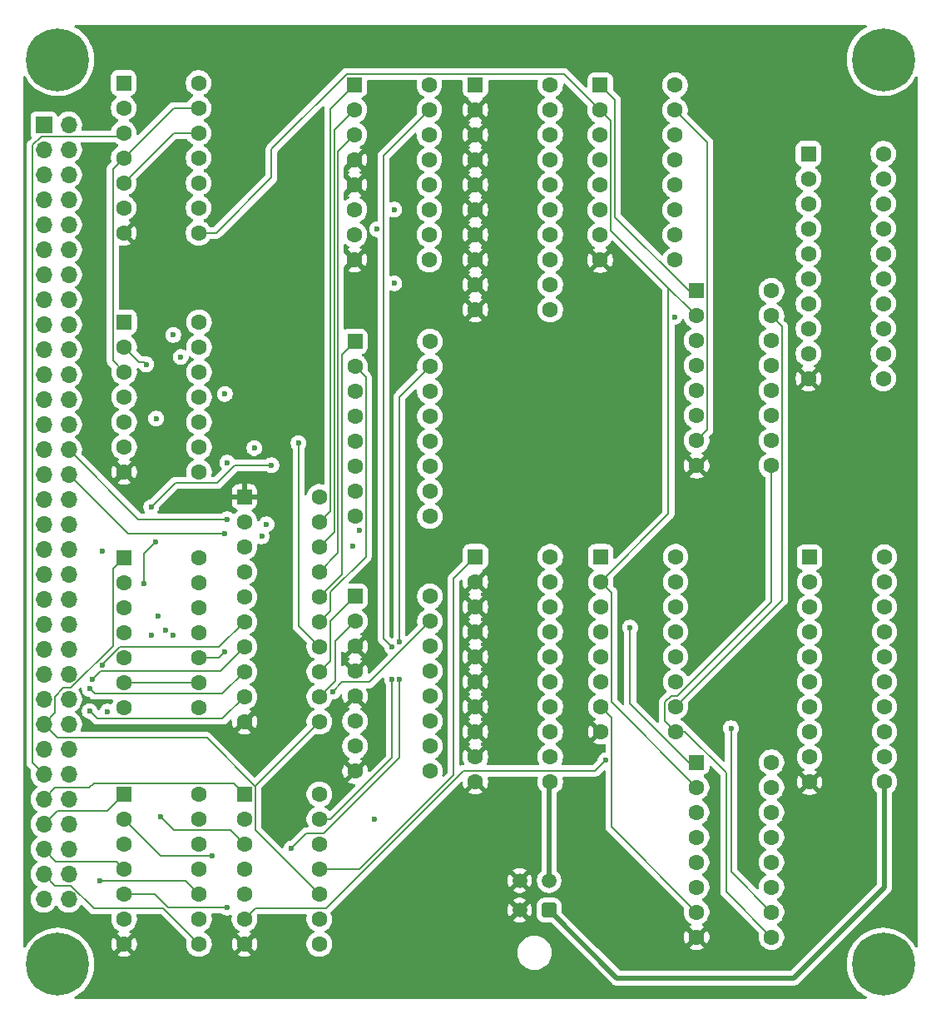
<source format=gbr>
%TF.GenerationSoftware,KiCad,Pcbnew,9.0.0*%
%TF.CreationDate,2025-03-09T01:52:38-05:00*%
%TF.ProjectId,tta8_cu,74746138-5f63-4752-9e6b-696361645f70,0*%
%TF.SameCoordinates,Original*%
%TF.FileFunction,Copper,L4,Bot*%
%TF.FilePolarity,Positive*%
%FSLAX46Y46*%
G04 Gerber Fmt 4.6, Leading zero omitted, Abs format (unit mm)*
G04 Created by KiCad (PCBNEW 9.0.0) date 2025-03-09 01:52:38*
%MOMM*%
%LPD*%
G01*
G04 APERTURE LIST*
G04 Aperture macros list*
%AMRoundRect*
0 Rectangle with rounded corners*
0 $1 Rounding radius*
0 $2 $3 $4 $5 $6 $7 $8 $9 X,Y pos of 4 corners*
0 Add a 4 corners polygon primitive as box body*
4,1,4,$2,$3,$4,$5,$6,$7,$8,$9,$2,$3,0*
0 Add four circle primitives for the rounded corners*
1,1,$1+$1,$2,$3*
1,1,$1+$1,$4,$5*
1,1,$1+$1,$6,$7*
1,1,$1+$1,$8,$9*
0 Add four rect primitives between the rounded corners*
20,1,$1+$1,$2,$3,$4,$5,0*
20,1,$1+$1,$4,$5,$6,$7,0*
20,1,$1+$1,$6,$7,$8,$9,0*
20,1,$1+$1,$8,$9,$2,$3,0*%
G04 Aperture macros list end*
%TA.AperFunction,ComponentPad*%
%ADD10RoundRect,0.250000X-0.550000X-0.550000X0.550000X-0.550000X0.550000X0.550000X-0.550000X0.550000X0*%
%TD*%
%TA.AperFunction,ComponentPad*%
%ADD11C,1.600000*%
%TD*%
%TA.AperFunction,ComponentPad*%
%ADD12C,6.400000*%
%TD*%
%TA.AperFunction,ComponentPad*%
%ADD13R,1.700000X1.700000*%
%TD*%
%TA.AperFunction,ComponentPad*%
%ADD14O,1.700000X1.700000*%
%TD*%
%TA.AperFunction,ComponentPad*%
%ADD15RoundRect,0.250001X0.499999X0.499999X-0.499999X0.499999X-0.499999X-0.499999X0.499999X-0.499999X0*%
%TD*%
%TA.AperFunction,ComponentPad*%
%ADD16C,1.500000*%
%TD*%
%TA.AperFunction,ViaPad*%
%ADD17C,0.600000*%
%TD*%
%TA.AperFunction,Conductor*%
%ADD18C,0.200000*%
%TD*%
%TA.AperFunction,Conductor*%
%ADD19C,0.500000*%
%TD*%
G04 APERTURE END LIST*
D10*
%TO.P,U6,1,A0*%
%TO.N,Net-(U5-Q6)*%
X89250000Y-105600000D03*
D11*
%TO.P,U6,2,A1*%
%TO.N,Net-(U5-Q7)*%
X89250000Y-108140000D03*
%TO.P,U6,3,A2*%
%TO.N,GND*%
X89250000Y-110680000D03*
%TO.P,U6,4,~{E1}*%
X89250000Y-113220000D03*
%TO.P,U6,5,~{E2}*%
X89250000Y-115760000D03*
%TO.P,U6,6,E3*%
%TO.N,+5V*%
X89250000Y-118300000D03*
%TO.P,U6,7,Y7*%
%TO.N,unconnected-(U6-Y7-Pad7)*%
X89250000Y-120840000D03*
%TO.P,U6,8,GND*%
%TO.N,GND*%
X89250000Y-123380000D03*
%TO.P,U6,9,Y6*%
%TO.N,unconnected-(U6-Y6-Pad9)*%
X96870000Y-123380000D03*
%TO.P,U6,10,Y5*%
%TO.N,unconnected-(U6-Y5-Pad10)*%
X96870000Y-120840000D03*
%TO.P,U6,11,Y4*%
%TO.N,unconnected-(U6-Y4-Pad11)*%
X96870000Y-118300000D03*
%TO.P,U6,12,Y3*%
%TO.N,MVI*%
X96870000Y-115760000D03*
%TO.P,U6,13,Y2*%
%TO.N,mvz*%
X96870000Y-113220000D03*
%TO.P,U6,14,Y1*%
%TO.N,mvc*%
X96870000Y-110680000D03*
%TO.P,U6,15,Y0*%
%TO.N,mv*%
X96870000Y-108140000D03*
%TO.P,U6,16,VCC*%
%TO.N,+5V*%
X96870000Y-105600000D03*
%TD*%
D10*
%TO.P,U12,1,~{MR}*%
%TO.N,{slash}R*%
X124000000Y-122460000D03*
D11*
%TO.P,U12,2,CP*%
%TO.N,pcc*%
X124000000Y-125000000D03*
%TO.P,U12,3,D0*%
%TO.N,T12*%
X124000000Y-127540000D03*
%TO.P,U12,4,D1*%
%TO.N,T13*%
X124000000Y-130080000D03*
%TO.P,U12,5,D2*%
%TO.N,T14*%
X124000000Y-132620000D03*
%TO.P,U12,6,D3*%
%TO.N,T15*%
X124000000Y-135160000D03*
%TO.P,U12,7,CEP*%
%TO.N,Net-(U10-CEP)*%
X124000000Y-137700000D03*
%TO.P,U12,8,GND*%
%TO.N,GND*%
X124000000Y-140240000D03*
%TO.P,U12,9,~{PE}*%
%TO.N,Net-(U10-~{PE})*%
X131620000Y-140240000D03*
%TO.P,U12,10,CET*%
%TO.N,Net-(U11-TC)*%
X131620000Y-137700000D03*
%TO.P,U12,11,Q3*%
%TO.N,a15*%
X131620000Y-135160000D03*
%TO.P,U12,12,Q2*%
%TO.N,a14*%
X131620000Y-132620000D03*
%TO.P,U12,13,Q1*%
%TO.N,a13*%
X131620000Y-130080000D03*
%TO.P,U12,14,Q0*%
%TO.N,a12*%
X131620000Y-127540000D03*
%TO.P,U12,15,TC*%
%TO.N,unconnected-(U12-TC-Pad15)*%
X131620000Y-125000000D03*
%TO.P,U12,16,VCC*%
%TO.N,+5V*%
X131620000Y-122460000D03*
%TD*%
D10*
%TO.P,U11,1,~{MR}*%
%TO.N,{slash}R*%
X114250000Y-101560000D03*
D11*
%TO.P,U11,2,CP*%
%TO.N,pcc*%
X114250000Y-104100000D03*
%TO.P,U11,3,D0*%
%TO.N,T8*%
X114250000Y-106640000D03*
%TO.P,U11,4,D1*%
%TO.N,T9*%
X114250000Y-109180000D03*
%TO.P,U11,5,D2*%
%TO.N,T10*%
X114250000Y-111720000D03*
%TO.P,U11,6,D3*%
%TO.N,T11*%
X114250000Y-114260000D03*
%TO.P,U11,7,CEP*%
%TO.N,Net-(U10-CEP)*%
X114250000Y-116800000D03*
%TO.P,U11,8,GND*%
%TO.N,GND*%
X114250000Y-119340000D03*
%TO.P,U11,9,~{PE}*%
%TO.N,Net-(U10-~{PE})*%
X121870000Y-119340000D03*
%TO.P,U11,10,CET*%
%TO.N,Net-(U10-TC)*%
X121870000Y-116800000D03*
%TO.P,U11,11,Q3*%
%TO.N,a11*%
X121870000Y-114260000D03*
%TO.P,U11,12,Q2*%
%TO.N,a10*%
X121870000Y-111720000D03*
%TO.P,U11,13,Q1*%
%TO.N,a9*%
X121870000Y-109180000D03*
%TO.P,U11,14,Q0*%
%TO.N,a8*%
X121870000Y-106640000D03*
%TO.P,U11,15,TC*%
%TO.N,Net-(U11-TC)*%
X121870000Y-104100000D03*
%TO.P,U11,16,VCC*%
%TO.N,+5V*%
X121870000Y-101560000D03*
%TD*%
D12*
%TO.P,H3,1,1*%
%TO.N,unconnected-(H3-Pad1)*%
X59000000Y-143000000D03*
%TD*%
%TO.P,H2,1,1*%
%TO.N,unconnected-(H2-Pad1)*%
X143000000Y-51000000D03*
%TD*%
D10*
%TO.P,U14,1,OE*%
%TO.N,Net-(U14-OE)*%
X135380000Y-60570000D03*
D11*
%TO.P,U14,2,D0*%
%TO.N,a0*%
X135380000Y-63110000D03*
%TO.P,U14,3,D1*%
%TO.N,a1*%
X135380000Y-65650000D03*
%TO.P,U14,4,D2*%
%TO.N,a2*%
X135380000Y-68190000D03*
%TO.P,U14,5,D3*%
%TO.N,a3*%
X135380000Y-70730000D03*
%TO.P,U14,6,D4*%
%TO.N,a4*%
X135380000Y-73270000D03*
%TO.P,U14,7,D5*%
%TO.N,a5*%
X135380000Y-75810000D03*
%TO.P,U14,8,D6*%
%TO.N,a6*%
X135380000Y-78350000D03*
%TO.P,U14,9,D7*%
%TO.N,a7*%
X135380000Y-80890000D03*
%TO.P,U14,10,GND*%
%TO.N,GND*%
X135380000Y-83430000D03*
%TO.P,U14,11,Load*%
%TO.N,+5V*%
X143000000Y-83430000D03*
%TO.P,U14,12,Q7*%
%TO.N,A7*%
X143000000Y-80890000D03*
%TO.P,U14,13,Q6*%
%TO.N,A6*%
X143000000Y-78350000D03*
%TO.P,U14,14,Q5*%
%TO.N,A5*%
X143000000Y-75810000D03*
%TO.P,U14,15,Q4*%
%TO.N,A4*%
X143000000Y-73270000D03*
%TO.P,U14,16,Q3*%
%TO.N,A3*%
X143000000Y-70730000D03*
%TO.P,U14,17,Q2*%
%TO.N,A2*%
X143000000Y-68190000D03*
%TO.P,U14,18,Q1*%
%TO.N,A1*%
X143000000Y-65650000D03*
%TO.P,U14,19,Q0*%
%TO.N,A0*%
X143000000Y-63110000D03*
%TO.P,U14,20,VCC*%
%TO.N,+5V*%
X143000000Y-60570000D03*
%TD*%
D13*
%TO.P,J1,1,Pin_1*%
%TO.N,A0*%
X57570000Y-57645000D03*
D14*
%TO.P,J1,2,Pin_2*%
%TO.N,src0*%
X60110000Y-57645000D03*
%TO.P,J1,3,Pin_3*%
%TO.N,A1*%
X57570000Y-60185000D03*
%TO.P,J1,4,Pin_4*%
%TO.N,SRC1*%
X60110000Y-60185000D03*
%TO.P,J1,5,Pin_5*%
%TO.N,A2*%
X57570000Y-62725000D03*
%TO.P,J1,6,Pin_6*%
%TO.N,SRC2*%
X60110000Y-62725000D03*
%TO.P,J1,7,Pin_7*%
%TO.N,A3*%
X57570000Y-65265000D03*
%TO.P,J1,8,Pin_8*%
%TO.N,SRC3*%
X60110000Y-65265000D03*
%TO.P,J1,9,Pin_9*%
%TO.N,A4*%
X57570000Y-67805000D03*
%TO.P,J1,10,Pin_10*%
%TO.N,SRC4*%
X60110000Y-67805000D03*
%TO.P,J1,11,Pin_11*%
%TO.N,A5*%
X57570000Y-70345000D03*
%TO.P,J1,12,Pin_12*%
%TO.N,SRC5*%
X60110000Y-70345000D03*
%TO.P,J1,13,Pin_13*%
%TO.N,A6*%
X57570000Y-72885000D03*
%TO.P,J1,14,Pin_14*%
%TO.N,SRC6*%
X60110000Y-72885000D03*
%TO.P,J1,15,Pin_15*%
%TO.N,A7*%
X57570000Y-75425000D03*
%TO.P,J1,16,Pin_16*%
%TO.N,SRC7*%
X60110000Y-75425000D03*
%TO.P,J1,17,Pin_17*%
%TO.N,A8*%
X57570000Y-77965000D03*
%TO.P,J1,18,Pin_18*%
%TO.N,dst0*%
X60110000Y-77965000D03*
%TO.P,J1,19,Pin_19*%
%TO.N,A9*%
X57570000Y-80505000D03*
%TO.P,J1,20,Pin_20*%
%TO.N,DST1*%
X60110000Y-80505000D03*
%TO.P,J1,21,Pin_21*%
%TO.N,A10*%
X57570000Y-83045000D03*
%TO.P,J1,22,Pin_22*%
%TO.N,DST2*%
X60110000Y-83045000D03*
%TO.P,J1,23,Pin_23*%
%TO.N,A11*%
X57570000Y-85585000D03*
%TO.P,J1,24,Pin_24*%
%TO.N,DST3*%
X60110000Y-85585000D03*
%TO.P,J1,25,Pin_25*%
%TO.N,A12*%
X57570000Y-88125000D03*
%TO.P,J1,26,Pin_26*%
%TO.N,DST4*%
X60110000Y-88125000D03*
%TO.P,J1,27,Pin_27*%
%TO.N,A13*%
X57570000Y-90665000D03*
%TO.P,J1,28,Pin_28*%
%TO.N,DST5*%
X60110000Y-90665000D03*
%TO.P,J1,29,Pin_29*%
%TO.N,A14*%
X57570000Y-93205000D03*
%TO.P,J1,30,Pin_30*%
%TO.N,DST6*%
X60110000Y-93205000D03*
%TO.P,J1,31,Pin_31*%
%TO.N,A15*%
X57570000Y-95745000D03*
%TO.P,J1,32,Pin_32*%
%TO.N,DST7*%
X60110000Y-95745000D03*
%TO.P,J1,33,Pin_33*%
%TO.N,D0*%
X57570000Y-98285000D03*
%TO.P,J1,34,Pin_34*%
%TO.N,T0*%
X60110000Y-98285000D03*
%TO.P,J1,35,Pin_35*%
%TO.N,D1*%
X57570000Y-100825000D03*
%TO.P,J1,36,Pin_36*%
%TO.N,T1*%
X60110000Y-100825000D03*
%TO.P,J1,37,Pin_37*%
%TO.N,D2*%
X57570000Y-103365000D03*
%TO.P,J1,38,Pin_38*%
%TO.N,T2*%
X60110000Y-103365000D03*
%TO.P,J1,39,Pin_39*%
%TO.N,D3*%
X57570000Y-105905000D03*
%TO.P,J1,40,Pin_40*%
%TO.N,T3*%
X60110000Y-105905000D03*
%TO.P,J1,41,Pin_41*%
%TO.N,D4*%
X57570000Y-108445000D03*
%TO.P,J1,42,Pin_42*%
%TO.N,T4*%
X60110000Y-108445000D03*
%TO.P,J1,43,Pin_43*%
%TO.N,D5*%
X57570000Y-110985000D03*
%TO.P,J1,44,Pin_44*%
%TO.N,T5*%
X60110000Y-110985000D03*
%TO.P,J1,45,Pin_45*%
%TO.N,D6*%
X57570000Y-113525000D03*
%TO.P,J1,46,Pin_46*%
%TO.N,T6*%
X60110000Y-113525000D03*
%TO.P,J1,47,Pin_47*%
%TO.N,D7*%
X57570000Y-116065000D03*
%TO.P,J1,48,Pin_48*%
%TO.N,T7*%
X60110000Y-116065000D03*
%TO.P,J1,49,Pin_49*%
%TO.N,LDI*%
X57570000Y-118605000D03*
%TO.P,J1,50,Pin_50*%
%TO.N,T8*%
X60110000Y-118605000D03*
%TO.P,J1,51,Pin_51*%
%TO.N,EXC*%
X57570000Y-121145000D03*
%TO.P,J1,52,Pin_52*%
%TO.N,T9*%
X60110000Y-121145000D03*
%TO.P,J1,53,Pin_53*%
%TO.N,CLK*%
X57570000Y-123685000D03*
%TO.P,J1,54,Pin_54*%
%TO.N,T10*%
X60110000Y-123685000D03*
%TO.P,J1,55,Pin_55*%
%TO.N,{slash}R*%
X57570000Y-126225000D03*
%TO.P,J1,56,Pin_56*%
%TO.N,T11*%
X60110000Y-126225000D03*
%TO.P,J1,57,Pin_57*%
%TO.N,CARRY*%
X57570000Y-128765000D03*
%TO.P,J1,58,Pin_58*%
%TO.N,T12*%
X60110000Y-128765000D03*
%TO.P,J1,59,Pin_59*%
%TO.N,ZERO*%
X57570000Y-131305000D03*
%TO.P,J1,60,Pin_60*%
%TO.N,T13*%
X60110000Y-131305000D03*
%TO.P,J1,61,Pin_61*%
%TO.N,MOV*%
X57570000Y-133845000D03*
%TO.P,J1,62,Pin_62*%
%TO.N,T14*%
X60110000Y-133845000D03*
%TO.P,J1,63,Pin_63*%
%TO.N,MVI*%
X57570000Y-136385000D03*
%TO.P,J1,64,Pin_64*%
%TO.N,T15*%
X60110000Y-136385000D03*
%TD*%
D10*
%TO.P,U5,1,OE*%
%TO.N,GND*%
X78000000Y-95470000D03*
D11*
%TO.P,U5,2,D0*%
%TO.N,D0*%
X78000000Y-98010000D03*
%TO.P,U5,3,D1*%
%TO.N,D1*%
X78000000Y-100550000D03*
%TO.P,U5,4,D2*%
%TO.N,D2*%
X78000000Y-103090000D03*
%TO.P,U5,5,D3*%
%TO.N,D3*%
X78000000Y-105630000D03*
%TO.P,U5,6,D4*%
%TO.N,D4*%
X78000000Y-108170000D03*
%TO.P,U5,7,D5*%
%TO.N,D5*%
X78000000Y-110710000D03*
%TO.P,U5,8,D6*%
%TO.N,D6*%
X78000000Y-113250000D03*
%TO.P,U5,9,D7*%
%TO.N,D7*%
X78000000Y-115790000D03*
%TO.P,U5,10,GND*%
%TO.N,GND*%
X78000000Y-118330000D03*
%TO.P,U5,11,Load*%
%TO.N,LDI*%
X85620000Y-118330000D03*
%TO.P,U5,12,Q7*%
%TO.N,Net-(U5-Q7)*%
X85620000Y-115790000D03*
%TO.P,U5,13,Q6*%
%TO.N,Net-(U5-Q6)*%
X85620000Y-113250000D03*
%TO.P,U5,14,Q5*%
%TO.N,Net-(U5-Q5)*%
X85620000Y-110710000D03*
%TO.P,U5,15,Q4*%
%TO.N,Net-(U5-Q4)*%
X85620000Y-108170000D03*
%TO.P,U5,16,Q3*%
%TO.N,Net-(U5-Q3)*%
X85620000Y-105630000D03*
%TO.P,U5,17,Q2*%
%TO.N,Net-(U5-Q2)*%
X85620000Y-103090000D03*
%TO.P,U5,18,Q1*%
%TO.N,Net-(U5-Q1)*%
X85620000Y-100550000D03*
%TO.P,U5,19,Q0*%
%TO.N,Net-(U5-Q0)*%
X85620000Y-98010000D03*
%TO.P,U5,20,VCC*%
%TO.N,+5V*%
X85620000Y-95470000D03*
%TD*%
D12*
%TO.P,H1,1,1*%
%TO.N,unconnected-(H1-Pad1)*%
X59000000Y-51000000D03*
%TD*%
D10*
%TO.P,U4,1*%
%TO.N,CARRY*%
X65750000Y-125710000D03*
D11*
%TO.P,U4,2*%
%TO.N,mvc*%
X65750000Y-128250000D03*
%TO.P,U4,3*%
%TO.N,Net-(U3-Pad4)*%
X65750000Y-130790000D03*
%TO.P,U4,4*%
%TO.N,ZERO*%
X65750000Y-133330000D03*
%TO.P,U4,5*%
%TO.N,mvz*%
X65750000Y-135870000D03*
%TO.P,U4,6*%
%TO.N,Net-(U3-Pad5)*%
X65750000Y-138410000D03*
%TO.P,U4,7,GND*%
%TO.N,GND*%
X65750000Y-140950000D03*
%TO.P,U4,8*%
%TO.N,MOV*%
X73370000Y-140950000D03*
%TO.P,U4,9*%
%TO.N,Net-(U3-Pad8)*%
X73370000Y-138410000D03*
%TO.P,U4,10*%
%TO.N,EXC*%
X73370000Y-135870000D03*
%TO.P,U4,11*%
%TO.N,unconnected-(U4-Pad11)*%
X73370000Y-133330000D03*
%TO.P,U4,12*%
%TO.N,unconnected-(U4-Pad12)*%
X73370000Y-130790000D03*
%TO.P,U4,13*%
%TO.N,unconnected-(U4-Pad13)*%
X73370000Y-128250000D03*
%TO.P,U4,14,VCC*%
%TO.N,+5V*%
X73370000Y-125710000D03*
%TD*%
D10*
%TO.P,U1,1,~{R}*%
%TO.N,+5V*%
X65695000Y-53380000D03*
D11*
%TO.P,U1,2,D*%
%TO.N,EXC*%
X65695000Y-55920000D03*
%TO.P,U1,3,C*%
%TO.N,CLK*%
X65695000Y-58460000D03*
%TO.P,U1,4,~{S}*%
%TO.N,Net-(U1A-~{S})*%
X65695000Y-61000000D03*
%TO.P,U1,5,Q*%
%TO.N,LDI*%
X65695000Y-63540000D03*
%TO.P,U1,6,~{Q}*%
%TO.N,unconnected-(U1A-~{Q}-Pad6)*%
X65695000Y-66080000D03*
%TO.P,U1,7,GND*%
%TO.N,GND*%
X65695000Y-68620000D03*
%TO.P,U1,8,~{Q}*%
%TO.N,pcc*%
X73315000Y-68620000D03*
%TO.P,U1,9,Q*%
%TO.N,EXC*%
X73315000Y-66080000D03*
%TO.P,U1,10,~{S}*%
%TO.N,+5V*%
X73315000Y-63540000D03*
%TO.P,U1,11,C*%
%TO.N,CLK*%
X73315000Y-61000000D03*
%TO.P,U1,12,D*%
%TO.N,LDI*%
X73315000Y-58460000D03*
%TO.P,U1,13,~{R}*%
%TO.N,Net-(U1A-~{S})*%
X73315000Y-55920000D03*
%TO.P,U1,14,VCC*%
%TO.N,+5V*%
X73315000Y-53380000D03*
%TD*%
D10*
%TO.P,U8,1,A0*%
%TO.N,Net-(U5-Q0)*%
X89195000Y-53560000D03*
D11*
%TO.P,U8,2,A1*%
%TO.N,Net-(U5-Q1)*%
X89195000Y-56100000D03*
%TO.P,U8,3,A2*%
%TO.N,Net-(U5-Q2)*%
X89195000Y-58640000D03*
%TO.P,U8,4,~{E1}*%
%TO.N,GND*%
X89195000Y-61180000D03*
%TO.P,U8,5,~{E2}*%
X89195000Y-63720000D03*
%TO.P,U8,6,E3*%
%TO.N,+5V*%
X89195000Y-66260000D03*
%TO.P,U8,7,Y7*%
%TO.N,SRC7*%
X89195000Y-68800000D03*
%TO.P,U8,8,GND*%
%TO.N,GND*%
X89195000Y-71340000D03*
%TO.P,U8,9,Y6*%
%TO.N,SRC6*%
X96815000Y-71340000D03*
%TO.P,U8,10,Y5*%
%TO.N,SRC5*%
X96815000Y-68800000D03*
%TO.P,U8,11,Y4*%
%TO.N,SRC4*%
X96815000Y-66260000D03*
%TO.P,U8,12,Y3*%
%TO.N,SRC3*%
X96815000Y-63720000D03*
%TO.P,U8,13,Y2*%
%TO.N,SRC2*%
X96815000Y-61180000D03*
%TO.P,U8,14,Y1*%
%TO.N,SRC1*%
X96815000Y-58640000D03*
%TO.P,U8,15,Y0*%
%TO.N,src0*%
X96815000Y-56100000D03*
%TO.P,U8,16,VCC*%
%TO.N,+5V*%
X96815000Y-53560000D03*
%TD*%
D10*
%TO.P,U9,1,~{MR}*%
%TO.N,{slash}R*%
X114195000Y-53610000D03*
D11*
%TO.P,U9,2,CP*%
%TO.N,pcc*%
X114195000Y-56150000D03*
%TO.P,U9,3,D0*%
%TO.N,T0*%
X114195000Y-58690000D03*
%TO.P,U9,4,D1*%
%TO.N,T1*%
X114195000Y-61230000D03*
%TO.P,U9,5,D2*%
%TO.N,T2*%
X114195000Y-63770000D03*
%TO.P,U9,6,D3*%
%TO.N,T3*%
X114195000Y-66310000D03*
%TO.P,U9,7,CEP*%
%TO.N,+5V*%
X114195000Y-68850000D03*
%TO.P,U9,8,GND*%
%TO.N,GND*%
X114195000Y-71390000D03*
%TO.P,U9,9,~{PE}*%
%TO.N,Net-(U10-~{PE})*%
X121815000Y-71390000D03*
%TO.P,U9,10,CET*%
%TO.N,+5V*%
X121815000Y-68850000D03*
%TO.P,U9,11,Q3*%
%TO.N,a3*%
X121815000Y-66310000D03*
%TO.P,U9,12,Q2*%
%TO.N,a2*%
X121815000Y-63770000D03*
%TO.P,U9,13,Q1*%
%TO.N,a1*%
X121815000Y-61230000D03*
%TO.P,U9,14,Q0*%
%TO.N,a0*%
X121815000Y-58690000D03*
%TO.P,U9,15,TC*%
%TO.N,Net-(U10-CEP)*%
X121815000Y-56150000D03*
%TO.P,U9,16,VCC*%
%TO.N,+5V*%
X121815000Y-53610000D03*
%TD*%
D10*
%TO.P,U3,1*%
%TO.N,LDI*%
X65750000Y-101700000D03*
D11*
%TO.P,U3,2*%
%TO.N,EXC*%
X65750000Y-104240000D03*
%TO.P,U3,3*%
%TO.N,Net-(U2-Pad1)*%
X65750000Y-106780000D03*
%TO.P,U3,4*%
%TO.N,Net-(U3-Pad4)*%
X65750000Y-109320000D03*
%TO.P,U3,5*%
%TO.N,Net-(U3-Pad5)*%
X65750000Y-111860000D03*
%TO.P,U3,6*%
%TO.N,Net-(U3-Pad6)*%
X65750000Y-114400000D03*
%TO.P,U3,7,GND*%
%TO.N,GND*%
X65750000Y-116940000D03*
%TO.P,U3,8*%
%TO.N,Net-(U3-Pad8)*%
X73370000Y-116940000D03*
%TO.P,U3,9*%
%TO.N,Net-(U3-Pad6)*%
X73370000Y-114400000D03*
%TO.P,U3,10*%
%TO.N,mv*%
X73370000Y-111860000D03*
%TO.P,U3,11*%
%TO.N,unconnected-(U3-Pad11)*%
X73370000Y-109320000D03*
%TO.P,U3,12*%
%TO.N,unconnected-(U3-Pad12)*%
X73370000Y-106780000D03*
%TO.P,U3,13*%
%TO.N,unconnected-(U3-Pad13)*%
X73370000Y-104240000D03*
%TO.P,U3,14,VCC*%
%TO.N,+5V*%
X73370000Y-101700000D03*
%TD*%
D10*
%TO.P,U7,1,A0*%
%TO.N,Net-(U5-Q3)*%
X89250000Y-79660000D03*
D11*
%TO.P,U7,2,A1*%
%TO.N,Net-(U5-Q4)*%
X89250000Y-82200000D03*
%TO.P,U7,3,A2*%
%TO.N,Net-(U5-Q5)*%
X89250000Y-84740000D03*
%TO.P,U7,4,~{E1}*%
%TO.N,GND*%
X89250000Y-87280000D03*
%TO.P,U7,5,~{E2}*%
X89250000Y-89820000D03*
%TO.P,U7,6,E3*%
%TO.N,+5V*%
X89250000Y-92360000D03*
%TO.P,U7,7,Y7*%
%TO.N,DST7*%
X89250000Y-94900000D03*
%TO.P,U7,8,GND*%
%TO.N,GND*%
X89250000Y-97440000D03*
%TO.P,U7,9,Y6*%
%TO.N,DST6*%
X96870000Y-97440000D03*
%TO.P,U7,10,Y5*%
%TO.N,DST5*%
X96870000Y-94900000D03*
%TO.P,U7,11,Y4*%
%TO.N,DST4*%
X96870000Y-92360000D03*
%TO.P,U7,12,Y3*%
%TO.N,DST3*%
X96870000Y-89820000D03*
%TO.P,U7,13,Y2*%
%TO.N,DST2*%
X96870000Y-87280000D03*
%TO.P,U7,14,Y1*%
%TO.N,DST1*%
X96870000Y-84740000D03*
%TO.P,U7,15,Y0*%
%TO.N,dst0*%
X96870000Y-82200000D03*
%TO.P,U7,16,VCC*%
%TO.N,+5V*%
X96870000Y-79660000D03*
%TD*%
D15*
%TO.P,J2,1,Pin_1*%
%TO.N,+5V*%
X109000000Y-137500000D03*
D16*
%TO.P,J2,2,Pin_2*%
%TO.N,GND*%
X106000000Y-137500000D03*
%TO.P,J2,3,Pin_3*%
%TO.N,+5V*%
X109000000Y-134500000D03*
%TO.P,J2,4,Pin_4*%
%TO.N,GND*%
X106000000Y-134500000D03*
%TD*%
D12*
%TO.P,H4,1,1*%
%TO.N,unconnected-(H4-Pad1)*%
X143000000Y-143000000D03*
%TD*%
D10*
%TO.P,U10,1,~{MR}*%
%TO.N,{slash}R*%
X124000000Y-74520000D03*
D11*
%TO.P,U10,2,CP*%
%TO.N,pcc*%
X124000000Y-77060000D03*
%TO.P,U10,3,D0*%
%TO.N,T4*%
X124000000Y-79600000D03*
%TO.P,U10,4,D1*%
%TO.N,T5*%
X124000000Y-82140000D03*
%TO.P,U10,5,D2*%
%TO.N,T6*%
X124000000Y-84680000D03*
%TO.P,U10,6,D3*%
%TO.N,T7*%
X124000000Y-87220000D03*
%TO.P,U10,7,CEP*%
%TO.N,Net-(U10-CEP)*%
X124000000Y-89760000D03*
%TO.P,U10,8,GND*%
%TO.N,GND*%
X124000000Y-92300000D03*
%TO.P,U10,9,~{PE}*%
%TO.N,Net-(U10-~{PE})*%
X131620000Y-92300000D03*
%TO.P,U10,10,CET*%
%TO.N,+5V*%
X131620000Y-89760000D03*
%TO.P,U10,11,Q3*%
%TO.N,a7*%
X131620000Y-87220000D03*
%TO.P,U10,12,Q2*%
%TO.N,a6*%
X131620000Y-84680000D03*
%TO.P,U10,13,Q1*%
%TO.N,a5*%
X131620000Y-82140000D03*
%TO.P,U10,14,Q0*%
%TO.N,a4*%
X131620000Y-79600000D03*
%TO.P,U10,15,TC*%
%TO.N,Net-(U10-TC)*%
X131620000Y-77060000D03*
%TO.P,U10,16,VCC*%
%TO.N,+5V*%
X131620000Y-74520000D03*
%TD*%
D10*
%TO.P,U16,1,OE*%
%TO.N,Net-(U16-OE)*%
X101500000Y-53560000D03*
D11*
%TO.P,U16,2,D0*%
%TO.N,GND*%
X101500000Y-56100000D03*
%TO.P,U16,3,D1*%
X101500000Y-58640000D03*
%TO.P,U16,4,D2*%
X101500000Y-61180000D03*
%TO.P,U16,5,D3*%
X101500000Y-63720000D03*
%TO.P,U16,6,D4*%
X101500000Y-66260000D03*
%TO.P,U16,7,D5*%
X101500000Y-68800000D03*
%TO.P,U16,8,D6*%
X101500000Y-71340000D03*
%TO.P,U16,9,D7*%
X101500000Y-73880000D03*
%TO.P,U16,10,GND*%
X101500000Y-76420000D03*
%TO.P,U16,11,Load*%
%TO.N,+5V*%
X109120000Y-76420000D03*
%TO.P,U16,12,Q7*%
%TO.N,T7*%
X109120000Y-73880000D03*
%TO.P,U16,13,Q6*%
%TO.N,T6*%
X109120000Y-71340000D03*
%TO.P,U16,14,Q5*%
%TO.N,T5*%
X109120000Y-68800000D03*
%TO.P,U16,15,Q4*%
%TO.N,T4*%
X109120000Y-66260000D03*
%TO.P,U16,16,Q3*%
%TO.N,T3*%
X109120000Y-63720000D03*
%TO.P,U16,17,Q2*%
%TO.N,T2*%
X109120000Y-61180000D03*
%TO.P,U16,18,Q1*%
%TO.N,T1*%
X109120000Y-58640000D03*
%TO.P,U16,19,Q0*%
%TO.N,T0*%
X109120000Y-56100000D03*
%TO.P,U16,20,VCC*%
%TO.N,+5V*%
X109120000Y-53560000D03*
%TD*%
D10*
%TO.P,U2,1*%
%TO.N,Net-(U2-Pad1)*%
X65750000Y-77700000D03*
D11*
%TO.P,U2,2*%
%TO.N,R*%
X65750000Y-80240000D03*
%TO.P,U2,3*%
%TO.N,Net-(U1A-~{S})*%
X65750000Y-82780000D03*
%TO.P,U2,4*%
%TO.N,unconnected-(U2-Pad4)*%
X65750000Y-85320000D03*
%TO.P,U2,5*%
%TO.N,unconnected-(U2-Pad5)*%
X65750000Y-87860000D03*
%TO.P,U2,6*%
%TO.N,unconnected-(U2-Pad6)*%
X65750000Y-90400000D03*
%TO.P,U2,7,GND*%
%TO.N,GND*%
X65750000Y-92940000D03*
%TO.P,U2,8*%
%TO.N,unconnected-(U2-Pad8)*%
X73370000Y-92940000D03*
%TO.P,U2,9*%
%TO.N,unconnected-(U2-Pad9)*%
X73370000Y-90400000D03*
%TO.P,U2,10*%
%TO.N,unconnected-(U2-Pad10)*%
X73370000Y-87860000D03*
%TO.P,U2,11*%
%TO.N,unconnected-(U2-Pad11)*%
X73370000Y-85320000D03*
%TO.P,U2,12*%
%TO.N,unconnected-(U2-Pad12)*%
X73370000Y-82780000D03*
%TO.P,U2,13*%
%TO.N,unconnected-(U2-Pad13)*%
X73370000Y-80240000D03*
%TO.P,U2,14,VCC*%
%TO.N,+5V*%
X73370000Y-77700000D03*
%TD*%
D10*
%TO.P,U15,1,OE*%
%TO.N,Net-(U14-OE)*%
X135500000Y-101620000D03*
D11*
%TO.P,U15,2,D0*%
%TO.N,a8*%
X135500000Y-104160000D03*
%TO.P,U15,3,D1*%
%TO.N,a9*%
X135500000Y-106700000D03*
%TO.P,U15,4,D2*%
%TO.N,a10*%
X135500000Y-109240000D03*
%TO.P,U15,5,D3*%
%TO.N,a11*%
X135500000Y-111780000D03*
%TO.P,U15,6,D4*%
%TO.N,a12*%
X135500000Y-114320000D03*
%TO.P,U15,7,D5*%
%TO.N,a13*%
X135500000Y-116860000D03*
%TO.P,U15,8,D6*%
%TO.N,a14*%
X135500000Y-119400000D03*
%TO.P,U15,9,D7*%
%TO.N,a15*%
X135500000Y-121940000D03*
%TO.P,U15,10,GND*%
%TO.N,GND*%
X135500000Y-124480000D03*
%TO.P,U15,11,Load*%
%TO.N,+5V*%
X143120000Y-124480000D03*
%TO.P,U15,12,Q7*%
%TO.N,A15*%
X143120000Y-121940000D03*
%TO.P,U15,13,Q6*%
%TO.N,A14*%
X143120000Y-119400000D03*
%TO.P,U15,14,Q5*%
%TO.N,A13*%
X143120000Y-116860000D03*
%TO.P,U15,15,Q4*%
%TO.N,A12*%
X143120000Y-114320000D03*
%TO.P,U15,16,Q3*%
%TO.N,A11*%
X143120000Y-111780000D03*
%TO.P,U15,17,Q2*%
%TO.N,A10*%
X143120000Y-109240000D03*
%TO.P,U15,18,Q1*%
%TO.N,A9*%
X143120000Y-106700000D03*
%TO.P,U15,19,Q0*%
%TO.N,A8*%
X143120000Y-104160000D03*
%TO.P,U15,20,VCC*%
%TO.N,+5V*%
X143120000Y-101620000D03*
%TD*%
D10*
%TO.P,U13,1*%
%TO.N,{slash}R*%
X78000000Y-125710000D03*
D11*
%TO.P,U13,2*%
X78000000Y-128250000D03*
%TO.P,U13,3*%
%TO.N,R*%
X78000000Y-130790000D03*
%TO.P,U13,4*%
%TO.N,MOV*%
X78000000Y-133330000D03*
%TO.P,U13,5*%
%TO.N,dst0*%
X78000000Y-135870000D03*
%TO.P,U13,6*%
%TO.N,Net-(U10-~{PE})*%
X78000000Y-138410000D03*
%TO.P,U13,7,GND*%
%TO.N,GND*%
X78000000Y-140950000D03*
%TO.P,U13,8*%
%TO.N,Net-(U14-OE)*%
X85620000Y-140950000D03*
%TO.P,U13,9*%
%TO.N,LDI*%
X85620000Y-138410000D03*
%TO.P,U13,10*%
X85620000Y-135870000D03*
%TO.P,U13,11*%
%TO.N,Net-(U16-OE)*%
X85620000Y-133330000D03*
%TO.P,U13,12*%
%TO.N,MOV*%
X85620000Y-130790000D03*
%TO.P,U13,13*%
%TO.N,src0*%
X85620000Y-128250000D03*
%TO.P,U13,14,VCC*%
%TO.N,+5V*%
X85620000Y-125710000D03*
%TD*%
D10*
%TO.P,U17,1,OE*%
%TO.N,Net-(U16-OE)*%
X101500000Y-101560000D03*
D11*
%TO.P,U17,2,D0*%
%TO.N,GND*%
X101500000Y-104100000D03*
%TO.P,U17,3,D1*%
X101500000Y-106640000D03*
%TO.P,U17,4,D2*%
X101500000Y-109180000D03*
%TO.P,U17,5,D3*%
X101500000Y-111720000D03*
%TO.P,U17,6,D4*%
X101500000Y-114260000D03*
%TO.P,U17,7,D5*%
X101500000Y-116800000D03*
%TO.P,U17,8,D6*%
X101500000Y-119340000D03*
%TO.P,U17,9,D7*%
X101500000Y-121880000D03*
%TO.P,U17,10,GND*%
X101500000Y-124420000D03*
%TO.P,U17,11,Load*%
%TO.N,+5V*%
X109120000Y-124420000D03*
%TO.P,U17,12,Q7*%
%TO.N,T15*%
X109120000Y-121880000D03*
%TO.P,U17,13,Q6*%
%TO.N,T14*%
X109120000Y-119340000D03*
%TO.P,U17,14,Q5*%
%TO.N,T13*%
X109120000Y-116800000D03*
%TO.P,U17,15,Q4*%
%TO.N,T12*%
X109120000Y-114260000D03*
%TO.P,U17,16,Q3*%
%TO.N,T11*%
X109120000Y-111720000D03*
%TO.P,U17,17,Q2*%
%TO.N,T10*%
X109120000Y-109180000D03*
%TO.P,U17,18,Q1*%
%TO.N,T9*%
X109120000Y-106640000D03*
%TO.P,U17,19,Q0*%
%TO.N,T8*%
X109120000Y-104100000D03*
%TO.P,U17,20,VCC*%
%TO.N,+5V*%
X109120000Y-101560000D03*
%TD*%
D17*
%TO.N,EXC*%
X63250000Y-134500000D03*
%TO.N,SRC5*%
X91500000Y-68250000D03*
%TO.N,D6*%
X62250000Y-115000000D03*
%TO.N,D1*%
X68500000Y-109500000D03*
%TO.N,DST6*%
X76000000Y-99250000D03*
X89000000Y-100500000D03*
X79750000Y-99500000D03*
%TO.N,src0*%
X93000000Y-110750000D03*
X93000000Y-114059000D03*
%TO.N,DST1*%
X70750000Y-79000000D03*
%TO.N,DST2*%
X71500000Y-81250000D03*
%TO.N,D7*%
X62250000Y-117250000D03*
%TO.N,D2*%
X70000000Y-109000000D03*
%TO.N,MVI*%
X91250000Y-128250000D03*
%TO.N,{slash}R*%
X117250000Y-108750000D03*
%TO.N,DST4*%
X79000000Y-90500000D03*
X69000000Y-87500000D03*
X76250000Y-92000000D03*
%TO.N,D4*%
X63555645Y-112555645D03*
%TO.N,DST3*%
X76000000Y-85000000D03*
%TO.N,dst0*%
X93797538Y-113996260D03*
X93750000Y-110250000D03*
X82750000Y-131250000D03*
%TO.N,D5*%
X62500000Y-114000000D03*
%TO.N,D3*%
X70750000Y-109500000D03*
%TO.N,D0*%
X69197210Y-107552790D03*
%TO.N,SRC6*%
X93250000Y-73750000D03*
%TO.N,DST7*%
X68500000Y-96500000D03*
X80750000Y-92250000D03*
X63500000Y-101000000D03*
%TO.N,DST5*%
X89689300Y-98889300D03*
X80250000Y-98250000D03*
X76250000Y-97750000D03*
%TO.N,SRC4*%
X93250000Y-66250000D03*
%TO.N,R*%
X68000000Y-82000000D03*
X68950735Y-100049265D03*
X67750000Y-104250000D03*
X69500000Y-128000000D03*
%TO.N,Net-(U3-Pad4)*%
X64048265Y-117298265D03*
%TO.N,mv*%
X87004265Y-115259000D03*
X76000000Y-111211000D03*
%TO.N,mvz*%
X76250000Y-137250000D03*
%TO.N,mvc*%
X74750000Y-132000000D03*
%TO.N,Net-(U5-Q5)*%
X83500000Y-90000000D03*
%TO.N,Net-(U10-~{PE})*%
X121750000Y-77176000D03*
X114751000Y-122250000D03*
%TO.N,Net-(U11-TC)*%
X127500000Y-119000000D03*
%TD*%
D18*
%TO.N,LDI*%
X73315000Y-58460000D02*
X70775000Y-58460000D01*
X74170160Y-119994000D02*
X58959000Y-119994000D01*
X79101000Y-124924840D02*
X74170160Y-119994000D01*
X65750000Y-101700000D02*
X64649000Y-102801000D01*
X60348760Y-114914000D02*
X59586000Y-114914000D01*
X85620000Y-135870000D02*
X79101000Y-129351000D01*
X79101000Y-129351000D02*
X79101000Y-125500000D01*
X64649000Y-102801000D02*
X64649000Y-110613760D01*
X79101000Y-124849000D02*
X79101000Y-125500000D01*
X58721000Y-115779000D02*
X58721000Y-117454000D01*
X70775000Y-58460000D02*
X65695000Y-63540000D01*
X79101000Y-125500000D02*
X79101000Y-124924840D01*
X58959000Y-119994000D02*
X57570000Y-118605000D01*
X58721000Y-117454000D02*
X57570000Y-118605000D01*
X64649000Y-110613760D02*
X60348760Y-114914000D01*
X85620000Y-118330000D02*
X79101000Y-124849000D01*
X59586000Y-114914000D02*
X58721000Y-115779000D01*
%TO.N,EXC*%
X72000000Y-134500000D02*
X63250000Y-134500000D01*
X73370000Y-135870000D02*
X72000000Y-134500000D01*
%TO.N,D6*%
X62751000Y-115501000D02*
X62250000Y-115000000D01*
X75749000Y-115501000D02*
X62751000Y-115501000D01*
X78000000Y-113250000D02*
X75749000Y-115501000D01*
%TO.N,DST6*%
X76000000Y-99250000D02*
X66155000Y-99250000D01*
X66155000Y-99250000D02*
X60110000Y-93205000D01*
%TO.N,src0*%
X86751370Y-128250000D02*
X85620000Y-128250000D01*
X93000000Y-122001370D02*
X86751370Y-128250000D01*
X92153550Y-109903550D02*
X93000000Y-110750000D01*
X93000000Y-114059000D02*
X93000000Y-122001370D01*
X92153550Y-60761450D02*
X92153550Y-109903550D01*
X96815000Y-56100000D02*
X92153550Y-60761450D01*
%TO.N,D7*%
X75749000Y-118041000D02*
X63041000Y-118041000D01*
X78000000Y-115790000D02*
X75749000Y-118041000D01*
X63041000Y-118041000D02*
X62250000Y-117250000D01*
%TO.N,ZERO*%
X65750000Y-133330000D02*
X64950001Y-132530001D01*
X64950001Y-132530001D02*
X58795001Y-132530001D01*
X58795001Y-132530001D02*
X57570000Y-131305000D01*
%TO.N,{slash}R*%
X62187000Y-125074000D02*
X58721000Y-125074000D01*
X62652000Y-124609000D02*
X62187000Y-125074000D01*
X78000000Y-125710000D02*
X76899000Y-124609000D01*
X58721000Y-125074000D02*
X57570000Y-126225000D01*
X117250000Y-116510000D02*
X117250000Y-108750000D01*
X115697000Y-55112000D02*
X114195000Y-53610000D01*
X123200000Y-74520000D02*
X115697000Y-67017000D01*
X76899000Y-124609000D02*
X62652000Y-124609000D01*
X124000000Y-74520000D02*
X123200000Y-74520000D01*
X115697000Y-67017000D02*
X115697000Y-55112000D01*
X124000000Y-122460000D02*
X123200000Y-122460000D01*
X123200000Y-122460000D02*
X117250000Y-116510000D01*
%TO.N,D4*%
X75411000Y-110759000D02*
X65293950Y-110759000D01*
X65293950Y-110759000D02*
X63555645Y-112497305D01*
X78000000Y-108170000D02*
X75411000Y-110759000D01*
X63555645Y-112497305D02*
X63555645Y-112555645D01*
%TO.N,dst0*%
X93797538Y-121967512D02*
X86076050Y-129689000D01*
X84311000Y-129689000D02*
X82750000Y-131250000D01*
X93750000Y-85320000D02*
X93750000Y-110250000D01*
X96870000Y-82200000D02*
X93750000Y-85320000D01*
X86076050Y-129689000D02*
X84311000Y-129689000D01*
X93797538Y-113996260D02*
X93797538Y-121967512D01*
%TO.N,D5*%
X63343355Y-113156645D02*
X62500000Y-114000000D01*
X78000000Y-110710000D02*
X75553355Y-113156645D01*
X75553355Y-113156645D02*
X63343355Y-113156645D01*
%TO.N,CLK*%
X56419000Y-122534000D02*
X56419000Y-59708240D01*
X56419000Y-59708240D02*
X57331240Y-58796000D01*
X57331240Y-58796000D02*
X65359000Y-58796000D01*
X57570000Y-123685000D02*
X56419000Y-122534000D01*
X65359000Y-58796000D02*
X65695000Y-58460000D01*
%TO.N,MOV*%
X73370000Y-140950000D02*
X69729000Y-137309000D01*
X58725000Y-135000000D02*
X57570000Y-133845000D01*
X62661760Y-137309000D02*
X60352760Y-135000000D01*
X60352760Y-135000000D02*
X58725000Y-135000000D01*
X69729000Y-137309000D02*
X62661760Y-137309000D01*
%TO.N,DST7*%
X80750000Y-92250000D02*
X77000000Y-92250000D01*
X70959000Y-94041000D02*
X68500000Y-96500000D01*
X75209000Y-94041000D02*
X70959000Y-94041000D01*
X77000000Y-92250000D02*
X75209000Y-94041000D01*
%TO.N,CARRY*%
X64084000Y-127376000D02*
X58959000Y-127376000D01*
X58959000Y-127376000D02*
X57570000Y-128765000D01*
X65750000Y-125710000D02*
X64084000Y-127376000D01*
%TO.N,DST5*%
X76250000Y-97750000D02*
X67195000Y-97750000D01*
X67195000Y-97750000D02*
X60110000Y-90665000D01*
D19*
%TO.N,+5V*%
X115900000Y-144400000D02*
X133900000Y-144400000D01*
X109000000Y-137500000D02*
X115900000Y-144400000D01*
X143120000Y-135180000D02*
X143120000Y-124480000D01*
X109000000Y-134500000D02*
X109000000Y-124540000D01*
X133900000Y-144400000D02*
X143120000Y-135180000D01*
X109000000Y-124540000D02*
X109120000Y-124420000D01*
D18*
%TO.N,pcc*%
X120470000Y-73530000D02*
X124000000Y-77060000D01*
X114195000Y-56150000D02*
X110504000Y-52459000D01*
X115351000Y-105201000D02*
X114250000Y-104100000D01*
X114250000Y-104100000D02*
X121149000Y-97201000D01*
X124000000Y-125000000D02*
X115351000Y-116351000D01*
X110504000Y-52459000D02*
X88409840Y-52459000D01*
X75130000Y-68620000D02*
X73315000Y-68620000D01*
X115296000Y-57251000D02*
X115296000Y-68356000D01*
X114195000Y-56150000D02*
X115296000Y-57251000D01*
X121149000Y-74209000D02*
X120470000Y-73530000D01*
X115351000Y-116351000D02*
X115351000Y-105201000D01*
X115296000Y-68356000D02*
X120470000Y-73530000D01*
X80750000Y-63000000D02*
X75130000Y-68620000D01*
X88409840Y-52459000D02*
X80750000Y-60118840D01*
X121149000Y-97201000D02*
X121149000Y-74209000D01*
X80750000Y-60118840D02*
X80750000Y-63000000D01*
%TO.N,Net-(U1A-~{S})*%
X65750000Y-82780000D02*
X64594000Y-81624000D01*
X64594000Y-62101000D02*
X65695000Y-61000000D01*
X64594000Y-81624000D02*
X64594000Y-62101000D01*
X73315000Y-55920000D02*
X70775000Y-55920000D01*
X70775000Y-55920000D02*
X65695000Y-61000000D01*
%TO.N,R*%
X67750000Y-104250000D02*
X67750000Y-101250000D01*
X67750000Y-101250000D02*
X68950735Y-100049265D01*
X70851000Y-129351000D02*
X69500000Y-128000000D01*
X67260000Y-81750000D02*
X65750000Y-80240000D01*
X78000000Y-130790000D02*
X76561000Y-129351000D01*
X67750000Y-81750000D02*
X67260000Y-81750000D01*
X68000000Y-82000000D02*
X67750000Y-81750000D01*
X76561000Y-129351000D02*
X70851000Y-129351000D01*
%TO.N,Net-(U3-Pad6)*%
X65750000Y-114400000D02*
X73370000Y-114400000D01*
%TO.N,mv*%
X90689000Y-114321000D02*
X96870000Y-108140000D01*
X75351000Y-111860000D02*
X76000000Y-111211000D01*
X87942265Y-114321000D02*
X90689000Y-114321000D01*
X73370000Y-111860000D02*
X75351000Y-111860000D01*
X87004265Y-115259000D02*
X87942265Y-114321000D01*
%TO.N,mvz*%
X70237100Y-137250000D02*
X68857100Y-135870000D01*
X76250000Y-137250000D02*
X70237100Y-137250000D01*
X68857100Y-135870000D02*
X65750000Y-135870000D01*
%TO.N,mvc*%
X74750000Y-132000000D02*
X69500000Y-132000000D01*
X69500000Y-132000000D02*
X65750000Y-128250000D01*
%TO.N,Net-(U5-Q5)*%
X83500000Y-90000000D02*
X83500000Y-108590000D01*
X83500000Y-108590000D02*
X85620000Y-110710000D01*
%TO.N,Net-(U5-Q3)*%
X87924000Y-103326000D02*
X85620000Y-105630000D01*
X87924000Y-80986000D02*
X87924000Y-103326000D01*
X89250000Y-79660000D02*
X87924000Y-80986000D01*
%TO.N,Net-(U5-Q0)*%
X86721000Y-56034000D02*
X86721000Y-96909000D01*
X86721000Y-96909000D02*
X85620000Y-98010000D01*
X89195000Y-53560000D02*
X86721000Y-56034000D01*
%TO.N,Net-(U5-Q1)*%
X87122000Y-99048000D02*
X85620000Y-100550000D01*
X87122000Y-58173000D02*
X87122000Y-99048000D01*
X89195000Y-56100000D02*
X87122000Y-58173000D01*
%TO.N,Net-(U5-Q7)*%
X89250000Y-108140000D02*
X87250000Y-110140000D01*
X87250000Y-114160000D02*
X85620000Y-115790000D01*
X87250000Y-110140000D02*
X87250000Y-114160000D01*
%TO.N,Net-(U5-Q4)*%
X86721000Y-105173950D02*
X90351000Y-101543950D01*
X85620000Y-108170000D02*
X86721000Y-107069000D01*
X86721000Y-107069000D02*
X86721000Y-105173950D01*
X90351000Y-101543950D02*
X90351000Y-83301000D01*
X90351000Y-83301000D02*
X89250000Y-82200000D01*
%TO.N,Net-(U5-Q2)*%
X87523000Y-60312000D02*
X87523000Y-101187000D01*
X89195000Y-58640000D02*
X87523000Y-60312000D01*
X87523000Y-101187000D02*
X85620000Y-103090000D01*
%TO.N,Net-(U5-Q6)*%
X86721000Y-108129000D02*
X86721000Y-112149000D01*
X86721000Y-112149000D02*
X85620000Y-113250000D01*
X89250000Y-105600000D02*
X86721000Y-108129000D01*
%TO.N,Net-(U10-CEP)*%
X125101000Y-88659000D02*
X125101000Y-59436000D01*
X125101000Y-59436000D02*
X121815000Y-56150000D01*
X124000000Y-137700000D02*
X115351000Y-129051000D01*
X115351000Y-129051000D02*
X115351000Y-117901000D01*
X115351000Y-117901000D02*
X114250000Y-116800000D01*
X124000000Y-89760000D02*
X125101000Y-88659000D01*
%TO.N,Net-(U10-~{PE})*%
X86305150Y-137309000D02*
X79101000Y-137309000D01*
X121413950Y-115699000D02*
X122051000Y-115699000D01*
X114751000Y-122250000D02*
X113682000Y-123319000D01*
X127000000Y-135620000D02*
X127000000Y-123500000D01*
X131620000Y-140240000D02*
X127000000Y-135620000D01*
X120769000Y-118239000D02*
X120769000Y-116343950D01*
X113682000Y-123319000D02*
X100295150Y-123319000D01*
X100295150Y-123319000D02*
X86305150Y-137309000D01*
X122051000Y-115699000D02*
X131620000Y-106130000D01*
X127000000Y-123500000D02*
X122840000Y-119340000D01*
X131620000Y-106130000D02*
X131620000Y-92300000D01*
X121870000Y-119340000D02*
X120769000Y-118239000D01*
X79101000Y-137309000D02*
X78000000Y-138410000D01*
X122840000Y-119340000D02*
X121870000Y-119340000D01*
X120769000Y-116343950D02*
X121413950Y-115699000D01*
%TO.N,Net-(U10-TC)*%
X132721000Y-105949000D02*
X132721000Y-78161000D01*
X132721000Y-78161000D02*
X131620000Y-77060000D01*
X121870000Y-116800000D02*
X132721000Y-105949000D01*
%TO.N,Net-(U11-TC)*%
X131620000Y-137700000D02*
X127500000Y-133580000D01*
X127500000Y-133580000D02*
X127500000Y-119000000D01*
%TO.N,Net-(U16-OE)*%
X99250000Y-123797050D02*
X89717050Y-133330000D01*
X89717050Y-133330000D02*
X85620000Y-133330000D01*
X101500000Y-101560000D02*
X99250000Y-103810000D01*
X99250000Y-103810000D02*
X99250000Y-123797050D01*
%TD*%
%TA.AperFunction,Conductor*%
%TO.N,GND*%
G36*
X87889270Y-115584348D02*
G01*
X87936882Y-115635484D01*
X87950000Y-115690992D01*
X87950000Y-115862317D01*
X87982009Y-116064417D01*
X88045244Y-116259031D01*
X88138141Y-116441350D01*
X88138147Y-116441359D01*
X88170523Y-116485921D01*
X88170524Y-116485922D01*
X88850000Y-115806446D01*
X88850000Y-115812661D01*
X88877259Y-115914394D01*
X88929920Y-116005606D01*
X89004394Y-116080080D01*
X89095606Y-116132741D01*
X89197339Y-116160000D01*
X89203553Y-116160000D01*
X88524076Y-116839474D01*
X88568652Y-116871861D01*
X88661628Y-116919234D01*
X88712425Y-116967208D01*
X88729220Y-117035029D01*
X88706683Y-117101164D01*
X88661630Y-117140203D01*
X88568388Y-117187713D01*
X88402786Y-117308028D01*
X88258028Y-117452786D01*
X88137715Y-117618386D01*
X88044781Y-117800776D01*
X87981522Y-117995465D01*
X87955472Y-118159943D01*
X87949500Y-118197648D01*
X87949500Y-118402352D01*
X87950399Y-118408028D01*
X87981522Y-118604534D01*
X88044781Y-118799223D01*
X88106909Y-118921153D01*
X88136054Y-118978355D01*
X88137715Y-118981613D01*
X88258028Y-119147213D01*
X88402786Y-119291971D01*
X88541377Y-119392661D01*
X88568390Y-119412287D01*
X88627396Y-119442352D01*
X88661080Y-119459515D01*
X88711876Y-119507490D01*
X88728671Y-119575311D01*
X88706134Y-119641446D01*
X88661080Y-119680485D01*
X88568386Y-119727715D01*
X88402786Y-119848028D01*
X88258028Y-119992786D01*
X88137715Y-120158386D01*
X88044781Y-120340776D01*
X87981522Y-120535465D01*
X87949500Y-120737648D01*
X87949500Y-120942351D01*
X87981522Y-121144534D01*
X88044781Y-121339223D01*
X88137715Y-121521613D01*
X88258028Y-121687213D01*
X88402786Y-121831971D01*
X88568385Y-121952284D01*
X88568387Y-121952285D01*
X88568390Y-121952287D01*
X88627394Y-121982351D01*
X88661630Y-121999795D01*
X88712426Y-122047770D01*
X88729221Y-122115591D01*
X88706684Y-122181725D01*
X88661630Y-122220765D01*
X88568644Y-122268143D01*
X88524077Y-122300523D01*
X88524077Y-122300524D01*
X89203554Y-122980000D01*
X89197339Y-122980000D01*
X89095606Y-123007259D01*
X89004394Y-123059920D01*
X88929920Y-123134394D01*
X88877259Y-123225606D01*
X88850000Y-123327339D01*
X88850000Y-123333553D01*
X88170524Y-122654077D01*
X88170523Y-122654077D01*
X88138143Y-122698644D01*
X88045244Y-122880968D01*
X87982009Y-123075582D01*
X87950000Y-123277682D01*
X87950000Y-123482317D01*
X87982009Y-123684417D01*
X88045244Y-123879031D01*
X88138141Y-124061350D01*
X88138147Y-124061359D01*
X88170523Y-124105921D01*
X88170524Y-124105922D01*
X88850000Y-123426446D01*
X88850000Y-123432661D01*
X88877259Y-123534394D01*
X88929920Y-123625606D01*
X89004394Y-123700080D01*
X89095606Y-123752741D01*
X89197339Y-123780000D01*
X89203553Y-123780000D01*
X88524076Y-124459474D01*
X88568650Y-124491859D01*
X88750968Y-124584755D01*
X88945582Y-124647990D01*
X89147683Y-124680000D01*
X89172771Y-124680000D01*
X89239810Y-124699685D01*
X89285565Y-124752489D01*
X89295509Y-124821647D01*
X89266484Y-124885203D01*
X89260452Y-124891681D01*
X86768340Y-127383793D01*
X86707017Y-127417278D01*
X86637325Y-127412294D01*
X86592978Y-127383793D01*
X86467213Y-127258028D01*
X86301614Y-127137715D01*
X86295006Y-127134348D01*
X86208917Y-127090483D01*
X86158123Y-127042511D01*
X86141328Y-126974690D01*
X86163865Y-126908555D01*
X86208917Y-126869516D01*
X86301610Y-126822287D01*
X86364338Y-126776713D01*
X86467213Y-126701971D01*
X86467215Y-126701968D01*
X86467219Y-126701966D01*
X86611966Y-126557219D01*
X86611968Y-126557215D01*
X86611971Y-126557213D01*
X86706055Y-126427715D01*
X86732287Y-126391610D01*
X86825220Y-126209219D01*
X86888477Y-126014534D01*
X86920500Y-125812352D01*
X86920500Y-125607648D01*
X86913834Y-125565562D01*
X86888477Y-125405465D01*
X86843556Y-125267213D01*
X86825220Y-125210781D01*
X86825218Y-125210778D01*
X86825218Y-125210776D01*
X86791503Y-125144607D01*
X86732287Y-125028390D01*
X86724556Y-125017749D01*
X86611971Y-124862786D01*
X86467213Y-124718028D01*
X86301613Y-124597715D01*
X86301612Y-124597714D01*
X86301610Y-124597713D01*
X86236987Y-124564786D01*
X86119223Y-124504781D01*
X85924534Y-124441522D01*
X85749995Y-124413878D01*
X85722352Y-124409500D01*
X85517648Y-124409500D01*
X85493329Y-124413351D01*
X85315465Y-124441522D01*
X85120776Y-124504781D01*
X84938386Y-124597715D01*
X84772786Y-124718028D01*
X84628028Y-124862786D01*
X84507715Y-125028386D01*
X84414781Y-125210776D01*
X84351522Y-125405465D01*
X84319500Y-125607648D01*
X84319500Y-125812351D01*
X84351522Y-126014534D01*
X84414781Y-126209223D01*
X84507715Y-126391613D01*
X84628028Y-126557213D01*
X84772786Y-126701971D01*
X84927749Y-126814556D01*
X84938390Y-126822287D01*
X85009246Y-126858390D01*
X85031080Y-126869515D01*
X85081876Y-126917490D01*
X85098671Y-126985311D01*
X85076134Y-127051446D01*
X85031080Y-127090485D01*
X84938386Y-127137715D01*
X84772786Y-127258028D01*
X84628028Y-127402786D01*
X84507715Y-127568386D01*
X84414781Y-127750776D01*
X84351522Y-127945465D01*
X84319500Y-128147648D01*
X84319500Y-128352351D01*
X84351522Y-128554534D01*
X84414781Y-128749223D01*
X84495788Y-128908205D01*
X84508684Y-128976874D01*
X84482408Y-129041614D01*
X84425302Y-129081872D01*
X84385303Y-129088500D01*
X84231941Y-129088500D01*
X84199402Y-129097218D01*
X84199403Y-129097219D01*
X84079214Y-129129423D01*
X84079209Y-129129426D01*
X83942290Y-129208475D01*
X83942282Y-129208481D01*
X82735339Y-130415425D01*
X82674016Y-130448910D01*
X82671850Y-130449361D01*
X82516508Y-130480261D01*
X82516498Y-130480264D01*
X82370827Y-130540602D01*
X82370814Y-130540609D01*
X82239711Y-130628210D01*
X82239707Y-130628213D01*
X82128213Y-130739707D01*
X82128210Y-130739711D01*
X82040609Y-130870814D01*
X82040602Y-130870827D01*
X81980264Y-131016498D01*
X81980261Y-131016508D01*
X81965042Y-131093020D01*
X81932657Y-131154931D01*
X81871941Y-131189505D01*
X81802171Y-131185764D01*
X81755744Y-131156509D01*
X79737819Y-129138584D01*
X79704334Y-129077261D01*
X79701500Y-129050903D01*
X79701500Y-125149096D01*
X79721185Y-125082057D01*
X79737814Y-125061420D01*
X85175158Y-119624075D01*
X85236479Y-119590592D01*
X85301151Y-119593825D01*
X85315466Y-119598477D01*
X85517648Y-119630500D01*
X85517649Y-119630500D01*
X85722351Y-119630500D01*
X85722352Y-119630500D01*
X85924534Y-119598477D01*
X86119219Y-119535220D01*
X86301610Y-119442287D01*
X86442396Y-119340001D01*
X86467213Y-119321971D01*
X86467215Y-119321968D01*
X86467219Y-119321966D01*
X86611966Y-119177219D01*
X86611968Y-119177215D01*
X86611971Y-119177213D01*
X86664732Y-119104590D01*
X86732287Y-119011610D01*
X86825220Y-118829219D01*
X86888477Y-118634534D01*
X86920500Y-118432352D01*
X86920500Y-118227648D01*
X86898158Y-118086588D01*
X86888477Y-118025465D01*
X86832103Y-117851966D01*
X86825220Y-117830781D01*
X86825218Y-117830778D01*
X86825218Y-117830776D01*
X86771430Y-117725213D01*
X86732287Y-117648390D01*
X86700092Y-117604077D01*
X86611971Y-117482786D01*
X86467213Y-117338028D01*
X86301614Y-117217715D01*
X86266846Y-117200000D01*
X86208917Y-117170483D01*
X86158123Y-117122511D01*
X86141328Y-117054690D01*
X86163865Y-116988555D01*
X86208917Y-116949516D01*
X86301610Y-116902287D01*
X86369915Y-116852661D01*
X86467213Y-116781971D01*
X86467215Y-116781968D01*
X86467219Y-116781966D01*
X86611966Y-116637219D01*
X86611968Y-116637215D01*
X86611971Y-116637213D01*
X86667474Y-116560818D01*
X86732287Y-116471610D01*
X86825220Y-116289219D01*
X86867206Y-116160000D01*
X86872021Y-116145181D01*
X86911459Y-116087506D01*
X86975818Y-116060308D01*
X86989952Y-116059500D01*
X87083109Y-116059500D01*
X87083110Y-116059499D01*
X87237762Y-116028737D01*
X87366931Y-115975234D01*
X87383437Y-115968397D01*
X87383437Y-115968396D01*
X87383444Y-115968394D01*
X87514554Y-115880789D01*
X87626054Y-115769289D01*
X87713659Y-115638179D01*
X87713661Y-115638172D01*
X87716529Y-115632809D01*
X87719016Y-115634138D01*
X87755277Y-115589138D01*
X87821571Y-115567071D01*
X87889270Y-115584348D01*
G37*
%TD.AperFunction*%
%TA.AperFunction,Conductor*%
G36*
X86023068Y-55763209D02*
G01*
X86055089Y-55765499D01*
X86057534Y-55767329D01*
X86060566Y-55767692D01*
X86085322Y-55788131D01*
X86111022Y-55807371D01*
X86112089Y-55810231D01*
X86114445Y-55812177D01*
X86124222Y-55842761D01*
X86135439Y-55872835D01*
X86135070Y-55876696D01*
X86135720Y-55878729D01*
X86131530Y-55913773D01*
X86120499Y-55954940D01*
X86120499Y-56123046D01*
X86120500Y-56123059D01*
X86120500Y-94094524D01*
X86100815Y-94161563D01*
X86048011Y-94207318D01*
X85978853Y-94217262D01*
X85958183Y-94212455D01*
X85924542Y-94201524D01*
X85924535Y-94201523D01*
X85791758Y-94180493D01*
X85722352Y-94169500D01*
X85517648Y-94169500D01*
X85493329Y-94173351D01*
X85315465Y-94201522D01*
X85120776Y-94264781D01*
X84938386Y-94357715D01*
X84772786Y-94478028D01*
X84628028Y-94622786D01*
X84507715Y-94788386D01*
X84414781Y-94970776D01*
X84351522Y-95165465D01*
X84346973Y-95194192D01*
X84317044Y-95257327D01*
X84257732Y-95294258D01*
X84187869Y-95293260D01*
X84129637Y-95254650D01*
X84101523Y-95190686D01*
X84100500Y-95174794D01*
X84100500Y-90579765D01*
X84120185Y-90512726D01*
X84121398Y-90510874D01*
X84181347Y-90421155D01*
X84209394Y-90379179D01*
X84269737Y-90233497D01*
X84300500Y-90078842D01*
X84300500Y-89921158D01*
X84300500Y-89921155D01*
X84300499Y-89921153D01*
X84274531Y-89790606D01*
X84269737Y-89766503D01*
X84269735Y-89766498D01*
X84209397Y-89620827D01*
X84209390Y-89620814D01*
X84121789Y-89489711D01*
X84121786Y-89489707D01*
X84010292Y-89378213D01*
X84010288Y-89378210D01*
X83879185Y-89290609D01*
X83879172Y-89290602D01*
X83733501Y-89230264D01*
X83733489Y-89230261D01*
X83578845Y-89199500D01*
X83578842Y-89199500D01*
X83421158Y-89199500D01*
X83421155Y-89199500D01*
X83266510Y-89230261D01*
X83266498Y-89230264D01*
X83120827Y-89290602D01*
X83120814Y-89290609D01*
X82989711Y-89378210D01*
X82989707Y-89378213D01*
X82878213Y-89489707D01*
X82878210Y-89489711D01*
X82790609Y-89620814D01*
X82790602Y-89620827D01*
X82730264Y-89766498D01*
X82730261Y-89766510D01*
X82699500Y-89921153D01*
X82699500Y-90078846D01*
X82730261Y-90233489D01*
X82730264Y-90233501D01*
X82790602Y-90379172D01*
X82790609Y-90379185D01*
X82878602Y-90510874D01*
X82899480Y-90577551D01*
X82899500Y-90579765D01*
X82899500Y-108503330D01*
X82899499Y-108503348D01*
X82899499Y-108669054D01*
X82899498Y-108669054D01*
X82925609Y-108766498D01*
X82940423Y-108821785D01*
X82957643Y-108851610D01*
X82992572Y-108912110D01*
X83019479Y-108958715D01*
X83138349Y-109077585D01*
X83138355Y-109077590D01*
X84325921Y-110265157D01*
X84359406Y-110326480D01*
X84356173Y-110391149D01*
X84351523Y-110405460D01*
X84351523Y-110405462D01*
X84319500Y-110607648D01*
X84319500Y-110812351D01*
X84351522Y-111014534D01*
X84414781Y-111209223D01*
X84467822Y-111313320D01*
X84501382Y-111379185D01*
X84507715Y-111391613D01*
X84628028Y-111557213D01*
X84772786Y-111701971D01*
X84897094Y-111792284D01*
X84938390Y-111822287D01*
X85021799Y-111864786D01*
X85031080Y-111869515D01*
X85081876Y-111917490D01*
X85098671Y-111985311D01*
X85076134Y-112051446D01*
X85031080Y-112090485D01*
X84938386Y-112137715D01*
X84772786Y-112258028D01*
X84628028Y-112402786D01*
X84507715Y-112568386D01*
X84414781Y-112750776D01*
X84351522Y-112945465D01*
X84319500Y-113147648D01*
X84319500Y-113352351D01*
X84351522Y-113554534D01*
X84414781Y-113749223D01*
X84465938Y-113849622D01*
X84501524Y-113919464D01*
X84507715Y-113931613D01*
X84628028Y-114097213D01*
X84772786Y-114241971D01*
X84897094Y-114332284D01*
X84938390Y-114362287D01*
X85021799Y-114404786D01*
X85031080Y-114409515D01*
X85081876Y-114457490D01*
X85098671Y-114525311D01*
X85076134Y-114591446D01*
X85031080Y-114630485D01*
X84938386Y-114677715D01*
X84772786Y-114798028D01*
X84628028Y-114942786D01*
X84507715Y-115108386D01*
X84414781Y-115290776D01*
X84351522Y-115485465D01*
X84319500Y-115687648D01*
X84319500Y-115892351D01*
X84351522Y-116094534D01*
X84414781Y-116289223D01*
X84471226Y-116400000D01*
X84496447Y-116449500D01*
X84507715Y-116471613D01*
X84628028Y-116637213D01*
X84772786Y-116781971D01*
X84897094Y-116872284D01*
X84938390Y-116902287D01*
X85021799Y-116944786D01*
X85031080Y-116949515D01*
X85081876Y-116997490D01*
X85098671Y-117065311D01*
X85076134Y-117131446D01*
X85031080Y-117170485D01*
X84938386Y-117217715D01*
X84772786Y-117338028D01*
X84628028Y-117482786D01*
X84507715Y-117648386D01*
X84414781Y-117830776D01*
X84351522Y-118025465D01*
X84319500Y-118227648D01*
X84319500Y-118432351D01*
X84351522Y-118634534D01*
X84356173Y-118648848D01*
X84358165Y-118718690D01*
X84325921Y-118774842D01*
X79150760Y-123950003D01*
X79089437Y-123983488D01*
X79019745Y-123978504D01*
X78975400Y-123950004D01*
X74657749Y-119632354D01*
X74657748Y-119632352D01*
X74538877Y-119513481D01*
X74538872Y-119513477D01*
X74462879Y-119469603D01*
X74462878Y-119469603D01*
X74415678Y-119442352D01*
X74415677Y-119442351D01*
X74415675Y-119442350D01*
X74401945Y-119434423D01*
X74249217Y-119393499D01*
X74091103Y-119393499D01*
X74083507Y-119393499D01*
X74083491Y-119393500D01*
X61426290Y-119393500D01*
X61359251Y-119373815D01*
X61313496Y-119321011D01*
X61303552Y-119251853D01*
X61315805Y-119213205D01*
X61361557Y-119123412D01*
X61427246Y-118921243D01*
X61460500Y-118711287D01*
X61460500Y-118498713D01*
X61427246Y-118288757D01*
X61361557Y-118086588D01*
X61265051Y-117897184D01*
X61265049Y-117897181D01*
X61265048Y-117897179D01*
X61140109Y-117725213D01*
X60989786Y-117574890D01*
X60817820Y-117449951D01*
X60817115Y-117449591D01*
X60809054Y-117445485D01*
X60758259Y-117397512D01*
X60741463Y-117329692D01*
X60763999Y-117263556D01*
X60809054Y-117224515D01*
X60817816Y-117220051D01*
X60898500Y-117161431D01*
X60989786Y-117095109D01*
X60989788Y-117095106D01*
X60989792Y-117095104D01*
X61140104Y-116944792D01*
X61140106Y-116944788D01*
X61140109Y-116944786D01*
X61255759Y-116785606D01*
X61265051Y-116772816D01*
X61361557Y-116583412D01*
X61427246Y-116381243D01*
X61460500Y-116171287D01*
X61460500Y-115958713D01*
X61427246Y-115748757D01*
X61361557Y-115546588D01*
X61265051Y-115357184D01*
X61262797Y-115354081D01*
X61140109Y-115185213D01*
X61121126Y-115166230D01*
X61116787Y-115158284D01*
X61109540Y-115152859D01*
X61100305Y-115128099D01*
X61087641Y-115104907D01*
X61088286Y-115095877D01*
X61085123Y-115087395D01*
X61090739Y-115061574D01*
X61092625Y-115035215D01*
X61098443Y-115026161D01*
X61099975Y-115019122D01*
X61121126Y-114990868D01*
X61237819Y-114874175D01*
X61299142Y-114840690D01*
X61368834Y-114845674D01*
X61424767Y-114887546D01*
X61449184Y-114953010D01*
X61449500Y-114961856D01*
X61449500Y-115078846D01*
X61477596Y-115220091D01*
X61480263Y-115233497D01*
X61540606Y-115379179D01*
X61588568Y-115450959D01*
X61588571Y-115450965D01*
X61628210Y-115510288D01*
X61628213Y-115510292D01*
X61739707Y-115621786D01*
X61739711Y-115621789D01*
X61870814Y-115709390D01*
X61870827Y-115709397D01*
X62016498Y-115769735D01*
X62016503Y-115769737D01*
X62081147Y-115782595D01*
X62171849Y-115800638D01*
X62188605Y-115809402D01*
X62207085Y-115813423D01*
X62232123Y-115832167D01*
X62233760Y-115833023D01*
X62235339Y-115834574D01*
X62266139Y-115865374D01*
X62266149Y-115865385D01*
X62270479Y-115869715D01*
X62270480Y-115869716D01*
X62382284Y-115981520D01*
X62452024Y-116021784D01*
X62519215Y-116060577D01*
X62671943Y-116101501D01*
X62671946Y-116101501D01*
X62837653Y-116101501D01*
X62837669Y-116101500D01*
X64515863Y-116101500D01*
X64516233Y-116101608D01*
X64516605Y-116101502D01*
X64549819Y-116111470D01*
X64582902Y-116121185D01*
X64583153Y-116121475D01*
X64583525Y-116121587D01*
X64606070Y-116147922D01*
X64628657Y-116173989D01*
X64628711Y-116174370D01*
X64628963Y-116174664D01*
X64633676Y-116208896D01*
X64638601Y-116243147D01*
X64638458Y-116243628D01*
X64638493Y-116243881D01*
X64636990Y-116248570D01*
X64628347Y-116277685D01*
X64524919Y-116500622D01*
X64506604Y-116521504D01*
X64490925Y-116544433D01*
X64483887Y-116547406D01*
X64478849Y-116553152D01*
X64452148Y-116560818D01*
X64426566Y-116571629D01*
X64418457Y-116570492D01*
X64411693Y-116572435D01*
X64393628Y-116567013D01*
X64364983Y-116562999D01*
X64364674Y-116562871D01*
X64281762Y-116528528D01*
X64281757Y-116528527D01*
X64281754Y-116528526D01*
X64127110Y-116497765D01*
X64127107Y-116497765D01*
X63969423Y-116497765D01*
X63969420Y-116497765D01*
X63814775Y-116528526D01*
X63814763Y-116528529D01*
X63669092Y-116588867D01*
X63669079Y-116588874D01*
X63537976Y-116676475D01*
X63537972Y-116676478D01*
X63426478Y-116787972D01*
X63426475Y-116787976D01*
X63338874Y-116919079D01*
X63338867Y-116919092D01*
X63278529Y-117064763D01*
X63278525Y-117064776D01*
X63275548Y-117079743D01*
X63243160Y-117141652D01*
X63182443Y-117176224D01*
X63112674Y-117172481D01*
X63056004Y-117131612D01*
X63032315Y-117079739D01*
X63019737Y-117016503D01*
X63010921Y-116995220D01*
X62959397Y-116870827D01*
X62959390Y-116870814D01*
X62871789Y-116739711D01*
X62871786Y-116739707D01*
X62760292Y-116628213D01*
X62760288Y-116628210D01*
X62629185Y-116540609D01*
X62629172Y-116540602D01*
X62483501Y-116480264D01*
X62483489Y-116480261D01*
X62328845Y-116449500D01*
X62328842Y-116449500D01*
X62171158Y-116449500D01*
X62171155Y-116449500D01*
X62016510Y-116480261D01*
X62016498Y-116480264D01*
X61870827Y-116540602D01*
X61870814Y-116540609D01*
X61739711Y-116628210D01*
X61739707Y-116628213D01*
X61628213Y-116739707D01*
X61628210Y-116739711D01*
X61540609Y-116870814D01*
X61540602Y-116870827D01*
X61480264Y-117016498D01*
X61480261Y-117016510D01*
X61449500Y-117171153D01*
X61449500Y-117328846D01*
X61480261Y-117483489D01*
X61480264Y-117483501D01*
X61540602Y-117629172D01*
X61540609Y-117629185D01*
X61628210Y-117760288D01*
X61628213Y-117760292D01*
X61739707Y-117871786D01*
X61739711Y-117871789D01*
X61870814Y-117959390D01*
X61870827Y-117959397D01*
X61998828Y-118012416D01*
X62016503Y-118019737D01*
X62081147Y-118032595D01*
X62171849Y-118050638D01*
X62233760Y-118083023D01*
X62235339Y-118084574D01*
X62556139Y-118405374D01*
X62556149Y-118405385D01*
X62560479Y-118409715D01*
X62560480Y-118409716D01*
X62672284Y-118521520D01*
X62672286Y-118521521D01*
X62672290Y-118521524D01*
X62742021Y-118561783D01*
X62742025Y-118561784D01*
X62742026Y-118561785D01*
X62809213Y-118600576D01*
X62809214Y-118600576D01*
X62809215Y-118600577D01*
X62961943Y-118641501D01*
X62961946Y-118641501D01*
X63127653Y-118641501D01*
X63127669Y-118641500D01*
X75662331Y-118641500D01*
X75662347Y-118641501D01*
X75669943Y-118641501D01*
X75828054Y-118641501D01*
X75828057Y-118641501D01*
X75980785Y-118600577D01*
X76047974Y-118561785D01*
X76047978Y-118561783D01*
X76117709Y-118521524D01*
X76117708Y-118521524D01*
X76117716Y-118521520D01*
X76229520Y-118409716D01*
X76229520Y-118409714D01*
X76239724Y-118399511D01*
X76239727Y-118399506D01*
X76488319Y-118150914D01*
X76549642Y-118117430D01*
X76619334Y-118122414D01*
X76675267Y-118164286D01*
X76699684Y-118229750D01*
X76700000Y-118238596D01*
X76700000Y-118432317D01*
X76732009Y-118634417D01*
X76795244Y-118829031D01*
X76888141Y-119011350D01*
X76888147Y-119011359D01*
X76920523Y-119055921D01*
X76920524Y-119055922D01*
X77600000Y-118376446D01*
X77600000Y-118382661D01*
X77627259Y-118484394D01*
X77679920Y-118575606D01*
X77754394Y-118650080D01*
X77845606Y-118702741D01*
X77947339Y-118730000D01*
X77953553Y-118730000D01*
X77274076Y-119409474D01*
X77318650Y-119441859D01*
X77500968Y-119534755D01*
X77695582Y-119597990D01*
X77897683Y-119630000D01*
X78102317Y-119630000D01*
X78304417Y-119597990D01*
X78499031Y-119534755D01*
X78681349Y-119441859D01*
X78725921Y-119409474D01*
X78046447Y-118730000D01*
X78052661Y-118730000D01*
X78154394Y-118702741D01*
X78245606Y-118650080D01*
X78320080Y-118575606D01*
X78372741Y-118484394D01*
X78400000Y-118382661D01*
X78400000Y-118376447D01*
X79079474Y-119055921D01*
X79111859Y-119011349D01*
X79204755Y-118829031D01*
X79267990Y-118634417D01*
X79300000Y-118432317D01*
X79300000Y-118227682D01*
X79267990Y-118025582D01*
X79204755Y-117830968D01*
X79111859Y-117648650D01*
X79079474Y-117604077D01*
X79079474Y-117604076D01*
X78400000Y-118283551D01*
X78400000Y-118277339D01*
X78372741Y-118175606D01*
X78320080Y-118084394D01*
X78245606Y-118009920D01*
X78154394Y-117957259D01*
X78052661Y-117930000D01*
X78046446Y-117930000D01*
X78725922Y-117250524D01*
X78725921Y-117250523D01*
X78681359Y-117218147D01*
X78681350Y-117218141D01*
X78588369Y-117170765D01*
X78537573Y-117122790D01*
X78520778Y-117054969D01*
X78543315Y-116988835D01*
X78588370Y-116949795D01*
X78598201Y-116944786D01*
X78681610Y-116902287D01*
X78749915Y-116852661D01*
X78847213Y-116781971D01*
X78847215Y-116781968D01*
X78847219Y-116781966D01*
X78991966Y-116637219D01*
X78991968Y-116637215D01*
X78991971Y-116637213D01*
X79047474Y-116560818D01*
X79112287Y-116471610D01*
X79205220Y-116289219D01*
X79268477Y-116094534D01*
X79300500Y-115892352D01*
X79300500Y-115687648D01*
X79291814Y-115632809D01*
X79268477Y-115485465D01*
X79231564Y-115371859D01*
X79205220Y-115290781D01*
X79205218Y-115290778D01*
X79205218Y-115290776D01*
X79151430Y-115185213D01*
X79112287Y-115108390D01*
X79090819Y-115078842D01*
X78991971Y-114942786D01*
X78847213Y-114798028D01*
X78681614Y-114677715D01*
X78632621Y-114652752D01*
X78588917Y-114630483D01*
X78538123Y-114582511D01*
X78521328Y-114514690D01*
X78543865Y-114448555D01*
X78588917Y-114409516D01*
X78681610Y-114362287D01*
X78777663Y-114292501D01*
X78847213Y-114241971D01*
X78847215Y-114241968D01*
X78847219Y-114241966D01*
X78991966Y-114097219D01*
X78991968Y-114097215D01*
X78991971Y-114097213D01*
X79050801Y-114016239D01*
X79112287Y-113931610D01*
X79205220Y-113749219D01*
X79268477Y-113554534D01*
X79300500Y-113352352D01*
X79300500Y-113147648D01*
X79293030Y-113100485D01*
X79268477Y-112945465D01*
X79231564Y-112831859D01*
X79205220Y-112750781D01*
X79205218Y-112750778D01*
X79205218Y-112750776D01*
X79151430Y-112645213D01*
X79112287Y-112568390D01*
X79090680Y-112538650D01*
X78991971Y-112402786D01*
X78847213Y-112258028D01*
X78681614Y-112137715D01*
X78646846Y-112120000D01*
X78588917Y-112090483D01*
X78538123Y-112042511D01*
X78521328Y-111974690D01*
X78543865Y-111908555D01*
X78588917Y-111869516D01*
X78681610Y-111822287D01*
X78749915Y-111772661D01*
X78847213Y-111701971D01*
X78847215Y-111701968D01*
X78847219Y-111701966D01*
X78991966Y-111557219D01*
X78991968Y-111557215D01*
X78991971Y-111557213D01*
X79045899Y-111482986D01*
X79112287Y-111391610D01*
X79205220Y-111209219D01*
X79268477Y-111014534D01*
X79300500Y-110812352D01*
X79300500Y-110607648D01*
X79279160Y-110472914D01*
X79268477Y-110405465D01*
X79231564Y-110291859D01*
X79205220Y-110210781D01*
X79205218Y-110210778D01*
X79205218Y-110210776D01*
X79166778Y-110135335D01*
X79112287Y-110028390D01*
X79075826Y-109978205D01*
X78991971Y-109862786D01*
X78847213Y-109718028D01*
X78681614Y-109597715D01*
X78644581Y-109578846D01*
X78588917Y-109550483D01*
X78538123Y-109502511D01*
X78521328Y-109434690D01*
X78543865Y-109368555D01*
X78588917Y-109329516D01*
X78681610Y-109282287D01*
X78822396Y-109180001D01*
X78847213Y-109161971D01*
X78847215Y-109161968D01*
X78847219Y-109161966D01*
X78991966Y-109017219D01*
X78991968Y-109017215D01*
X78991971Y-109017213D01*
X79112286Y-108851612D01*
X79205218Y-108669223D01*
X79205218Y-108669222D01*
X79205220Y-108669219D01*
X79268477Y-108474534D01*
X79300500Y-108272352D01*
X79300500Y-108067648D01*
X79287804Y-107987490D01*
X79268477Y-107865465D01*
X79231564Y-107751859D01*
X79205220Y-107670781D01*
X79205218Y-107670778D01*
X79205218Y-107670776D01*
X79151430Y-107565213D01*
X79112287Y-107488390D01*
X79034710Y-107381613D01*
X78991971Y-107322786D01*
X78847213Y-107178028D01*
X78681614Y-107057715D01*
X78646846Y-107040000D01*
X78588917Y-107010483D01*
X78538123Y-106962511D01*
X78521328Y-106894690D01*
X78543865Y-106828555D01*
X78588917Y-106789516D01*
X78681610Y-106742287D01*
X78822396Y-106640001D01*
X78847213Y-106621971D01*
X78847215Y-106621968D01*
X78847219Y-106621966D01*
X78991966Y-106477219D01*
X78991968Y-106477215D01*
X78991971Y-106477213D01*
X79044732Y-106404590D01*
X79112287Y-106311610D01*
X79205220Y-106129219D01*
X79268477Y-105934534D01*
X79300500Y-105732352D01*
X79300500Y-105527648D01*
X79287804Y-105447490D01*
X79268477Y-105325465D01*
X79231564Y-105211859D01*
X79205220Y-105130781D01*
X79205218Y-105130778D01*
X79205218Y-105130776D01*
X79151430Y-105025213D01*
X79112287Y-104948390D01*
X79056634Y-104871789D01*
X78991971Y-104782786D01*
X78847213Y-104638028D01*
X78681614Y-104517715D01*
X78646846Y-104500000D01*
X78588917Y-104470483D01*
X78538123Y-104422511D01*
X78521328Y-104354690D01*
X78543865Y-104288555D01*
X78588917Y-104249516D01*
X78681610Y-104202287D01*
X78770579Y-104137648D01*
X78847213Y-104081971D01*
X78847215Y-104081968D01*
X78847219Y-104081966D01*
X78991966Y-103937219D01*
X78991968Y-103937215D01*
X78991971Y-103937213D01*
X79044732Y-103864590D01*
X79112287Y-103771610D01*
X79205220Y-103589219D01*
X79268477Y-103394534D01*
X79300500Y-103192352D01*
X79300500Y-102987648D01*
X79292132Y-102934814D01*
X79268477Y-102785465D01*
X79231702Y-102672284D01*
X79205220Y-102590781D01*
X79205218Y-102590778D01*
X79205218Y-102590776D01*
X79153530Y-102489334D01*
X79112287Y-102408390D01*
X79058887Y-102334890D01*
X78991971Y-102242786D01*
X78847213Y-102098028D01*
X78681614Y-101977715D01*
X78627740Y-101950265D01*
X78588917Y-101930483D01*
X78538123Y-101882511D01*
X78521328Y-101814690D01*
X78543865Y-101748555D01*
X78588917Y-101709516D01*
X78681610Y-101662287D01*
X78702770Y-101646913D01*
X78847213Y-101541971D01*
X78847215Y-101541968D01*
X78847219Y-101541966D01*
X78991966Y-101397219D01*
X78991968Y-101397215D01*
X78991971Y-101397213D01*
X79050786Y-101316259D01*
X79112287Y-101231610D01*
X79205220Y-101049219D01*
X79268477Y-100854534D01*
X79300500Y-100652352D01*
X79300500Y-100447648D01*
X79289814Y-100380182D01*
X79298768Y-100310891D01*
X79343764Y-100257439D01*
X79410515Y-100236799D01*
X79459739Y-100246225D01*
X79491791Y-100259501D01*
X79516503Y-100269737D01*
X79626023Y-100291522D01*
X79671153Y-100300499D01*
X79671156Y-100300500D01*
X79671158Y-100300500D01*
X79828844Y-100300500D01*
X79828845Y-100300499D01*
X79983497Y-100269737D01*
X80129179Y-100209394D01*
X80260289Y-100121789D01*
X80371789Y-100010289D01*
X80459394Y-99879179D01*
X80466632Y-99861706D01*
X80508972Y-99759486D01*
X80519737Y-99733497D01*
X80550500Y-99578842D01*
X80550500Y-99421158D01*
X80550500Y-99421155D01*
X80550499Y-99421153D01*
X80544399Y-99390485D01*
X80519737Y-99266503D01*
X80501221Y-99221801D01*
X80474638Y-99157622D01*
X80467169Y-99088153D01*
X80498445Y-99025674D01*
X80541742Y-98995611D01*
X80629179Y-98959394D01*
X80760289Y-98871789D01*
X80871789Y-98760289D01*
X80959394Y-98629179D01*
X81019737Y-98483497D01*
X81050500Y-98328842D01*
X81050500Y-98171158D01*
X81050500Y-98171155D01*
X81050499Y-98171153D01*
X81040237Y-98119563D01*
X81019737Y-98016503D01*
X81000724Y-97970601D01*
X80959397Y-97870827D01*
X80959390Y-97870814D01*
X80871789Y-97739711D01*
X80871786Y-97739707D01*
X80760292Y-97628213D01*
X80760288Y-97628210D01*
X80629185Y-97540609D01*
X80629172Y-97540602D01*
X80483501Y-97480264D01*
X80483489Y-97480261D01*
X80328845Y-97449500D01*
X80328842Y-97449500D01*
X80171158Y-97449500D01*
X80171155Y-97449500D01*
X80016510Y-97480261D01*
X80016498Y-97480264D01*
X79870827Y-97540602D01*
X79870814Y-97540609D01*
X79739711Y-97628210D01*
X79739707Y-97628213D01*
X79628213Y-97739707D01*
X79628210Y-97739711D01*
X79540609Y-97870814D01*
X79540603Y-97870826D01*
X79530948Y-97894135D01*
X79487106Y-97948538D01*
X79420811Y-97970601D01*
X79353112Y-97953321D01*
X79305503Y-97902182D01*
X79293916Y-97866081D01*
X79268477Y-97705466D01*
X79260696Y-97681520D01*
X79239127Y-97615137D01*
X79205220Y-97510781D01*
X79205218Y-97510778D01*
X79205218Y-97510776D01*
X79171503Y-97444607D01*
X79112287Y-97328390D01*
X79081203Y-97285606D01*
X78991971Y-97162786D01*
X78847217Y-97018032D01*
X78847212Y-97018028D01*
X78753051Y-96949616D01*
X78710385Y-96894286D01*
X78704406Y-96824673D01*
X78737012Y-96762878D01*
X78786933Y-96731592D01*
X78869117Y-96704359D01*
X78869124Y-96704356D01*
X79018345Y-96612315D01*
X79142315Y-96488345D01*
X79234356Y-96339124D01*
X79234358Y-96339119D01*
X79289505Y-96172697D01*
X79289506Y-96172690D01*
X79299999Y-96069986D01*
X79300000Y-96069973D01*
X79300000Y-95720000D01*
X78315686Y-95720000D01*
X78320080Y-95715606D01*
X78372741Y-95624394D01*
X78400000Y-95522661D01*
X78400000Y-95417339D01*
X78372741Y-95315606D01*
X78320080Y-95224394D01*
X78315686Y-95220000D01*
X79299999Y-95220000D01*
X79299999Y-94870028D01*
X79299998Y-94870013D01*
X79289505Y-94767302D01*
X79234358Y-94600880D01*
X79234356Y-94600875D01*
X79142315Y-94451654D01*
X79018345Y-94327684D01*
X78869124Y-94235643D01*
X78869119Y-94235641D01*
X78702697Y-94180494D01*
X78702690Y-94180493D01*
X78599986Y-94170000D01*
X78250000Y-94170000D01*
X78250000Y-95154314D01*
X78245606Y-95149920D01*
X78154394Y-95097259D01*
X78052661Y-95070000D01*
X77947339Y-95070000D01*
X77845606Y-95097259D01*
X77754394Y-95149920D01*
X77750000Y-95154314D01*
X77750000Y-94170000D01*
X77400028Y-94170000D01*
X77400012Y-94170001D01*
X77297302Y-94180494D01*
X77130880Y-94235641D01*
X77130875Y-94235643D01*
X76981654Y-94327684D01*
X76857684Y-94451654D01*
X76765643Y-94600875D01*
X76765641Y-94600880D01*
X76710494Y-94767302D01*
X76710493Y-94767309D01*
X76700000Y-94870013D01*
X76700000Y-95220000D01*
X77684314Y-95220000D01*
X77679920Y-95224394D01*
X77627259Y-95315606D01*
X77600000Y-95417339D01*
X77600000Y-95522661D01*
X77627259Y-95624394D01*
X77679920Y-95715606D01*
X77684314Y-95720000D01*
X76700001Y-95720000D01*
X76700001Y-96069986D01*
X76710494Y-96172697D01*
X76765641Y-96339119D01*
X76765643Y-96339124D01*
X76857684Y-96488345D01*
X76981654Y-96612315D01*
X77130875Y-96704356D01*
X77130882Y-96704359D01*
X77213067Y-96731592D01*
X77270512Y-96771364D01*
X77297336Y-96835880D01*
X77285021Y-96904656D01*
X77246949Y-96949616D01*
X77152787Y-97018028D01*
X77152782Y-97018032D01*
X77008032Y-97162782D01*
X77008026Y-97162789D01*
X77003658Y-97168801D01*
X76948324Y-97211461D01*
X76878710Y-97217434D01*
X76816918Y-97184822D01*
X76815666Y-97183587D01*
X76760292Y-97128213D01*
X76760288Y-97128210D01*
X76629185Y-97040609D01*
X76629172Y-97040602D01*
X76483501Y-96980264D01*
X76483489Y-96980261D01*
X76328845Y-96949500D01*
X76328842Y-96949500D01*
X76171158Y-96949500D01*
X76171155Y-96949500D01*
X76016510Y-96980261D01*
X76016498Y-96980264D01*
X75870827Y-97040602D01*
X75870814Y-97040609D01*
X75739125Y-97128602D01*
X75672447Y-97149480D01*
X75670234Y-97149500D01*
X69260759Y-97149500D01*
X69193720Y-97129815D01*
X69147965Y-97077011D01*
X69138021Y-97007853D01*
X69157657Y-96956609D01*
X69168236Y-96940776D01*
X69209394Y-96879179D01*
X69269737Y-96733497D01*
X69293842Y-96612315D01*
X69300638Y-96578150D01*
X69333023Y-96516239D01*
X69334518Y-96514716D01*
X71171416Y-94677819D01*
X71232739Y-94644334D01*
X71259097Y-94641500D01*
X75122331Y-94641500D01*
X75122347Y-94641501D01*
X75129943Y-94641501D01*
X75288054Y-94641501D01*
X75288057Y-94641501D01*
X75440785Y-94600577D01*
X75518860Y-94555500D01*
X75577716Y-94521520D01*
X75689520Y-94409716D01*
X75689520Y-94409714D01*
X75699724Y-94399511D01*
X75699727Y-94399506D01*
X77212416Y-92886819D01*
X77273739Y-92853334D01*
X77300097Y-92850500D01*
X80170234Y-92850500D01*
X80237273Y-92870185D01*
X80239125Y-92871398D01*
X80370814Y-92959390D01*
X80370827Y-92959397D01*
X80451135Y-92992661D01*
X80516503Y-93019737D01*
X80630196Y-93042352D01*
X80671153Y-93050499D01*
X80671156Y-93050500D01*
X80671158Y-93050500D01*
X80828844Y-93050500D01*
X80828845Y-93050499D01*
X80983497Y-93019737D01*
X81129179Y-92959394D01*
X81260289Y-92871789D01*
X81371789Y-92760289D01*
X81459394Y-92629179D01*
X81519737Y-92483497D01*
X81550500Y-92328842D01*
X81550500Y-92171158D01*
X81550500Y-92171155D01*
X81550499Y-92171153D01*
X81525502Y-92045486D01*
X81519737Y-92016503D01*
X81493617Y-91953443D01*
X81459397Y-91870827D01*
X81459390Y-91870814D01*
X81371789Y-91739711D01*
X81371786Y-91739707D01*
X81260292Y-91628213D01*
X81260288Y-91628210D01*
X81129185Y-91540609D01*
X81129172Y-91540602D01*
X80983501Y-91480264D01*
X80983489Y-91480261D01*
X80828845Y-91449500D01*
X80828842Y-91449500D01*
X80671158Y-91449500D01*
X80671155Y-91449500D01*
X80516510Y-91480261D01*
X80516498Y-91480264D01*
X80370827Y-91540602D01*
X80370814Y-91540609D01*
X80239125Y-91628602D01*
X80172447Y-91649480D01*
X80170234Y-91649500D01*
X77044836Y-91649500D01*
X76977797Y-91629815D01*
X76941734Y-91594391D01*
X76871789Y-91489710D01*
X76760292Y-91378213D01*
X76760288Y-91378210D01*
X76629185Y-91290609D01*
X76629172Y-91290602D01*
X76483501Y-91230264D01*
X76483489Y-91230261D01*
X76328845Y-91199500D01*
X76328842Y-91199500D01*
X76171158Y-91199500D01*
X76171155Y-91199500D01*
X76016510Y-91230261D01*
X76016498Y-91230264D01*
X75870827Y-91290602D01*
X75870814Y-91290609D01*
X75739711Y-91378210D01*
X75739707Y-91378213D01*
X75628213Y-91489707D01*
X75628210Y-91489711D01*
X75540609Y-91620814D01*
X75540602Y-91620827D01*
X75480264Y-91766498D01*
X75480261Y-91766510D01*
X75449500Y-91921153D01*
X75449500Y-92078846D01*
X75480261Y-92233489D01*
X75480264Y-92233501D01*
X75540602Y-92379172D01*
X75540609Y-92379185D01*
X75628210Y-92510288D01*
X75628213Y-92510292D01*
X75671661Y-92553740D01*
X75705146Y-92615063D01*
X75700162Y-92684755D01*
X75671661Y-92729102D01*
X74996584Y-93404181D01*
X74969656Y-93418884D01*
X74943838Y-93435477D01*
X74937637Y-93436368D01*
X74935261Y-93437666D01*
X74908903Y-93440500D01*
X74745476Y-93440500D01*
X74678437Y-93420815D01*
X74632682Y-93368011D01*
X74622738Y-93298853D01*
X74627545Y-93278183D01*
X74638475Y-93244542D01*
X74638475Y-93244538D01*
X74638477Y-93244534D01*
X74670500Y-93042352D01*
X74670500Y-92837648D01*
X74648698Y-92700000D01*
X74638477Y-92635465D01*
X74597805Y-92510292D01*
X74575220Y-92440781D01*
X74575218Y-92440778D01*
X74575218Y-92440776D01*
X74541503Y-92374607D01*
X74482287Y-92258390D01*
X74450092Y-92214077D01*
X74361971Y-92092786D01*
X74217213Y-91948028D01*
X74051614Y-91827715D01*
X74045006Y-91824348D01*
X73958917Y-91780483D01*
X73908123Y-91732511D01*
X73891328Y-91664690D01*
X73913865Y-91598555D01*
X73958917Y-91559516D01*
X74051610Y-91512287D01*
X74072770Y-91496913D01*
X74217213Y-91391971D01*
X74217215Y-91391968D01*
X74217219Y-91391966D01*
X74361966Y-91247219D01*
X74361968Y-91247215D01*
X74361971Y-91247213D01*
X74424283Y-91161446D01*
X74482287Y-91081610D01*
X74575220Y-90899219D01*
X74638477Y-90704534D01*
X74670500Y-90502352D01*
X74670500Y-90421153D01*
X78199500Y-90421153D01*
X78199500Y-90578846D01*
X78230261Y-90733489D01*
X78230264Y-90733501D01*
X78290602Y-90879172D01*
X78290609Y-90879185D01*
X78378210Y-91010288D01*
X78378213Y-91010292D01*
X78489707Y-91121786D01*
X78489711Y-91121789D01*
X78620814Y-91209390D01*
X78620827Y-91209397D01*
X78766498Y-91269735D01*
X78766503Y-91269737D01*
X78900863Y-91296463D01*
X78921153Y-91300499D01*
X78921156Y-91300500D01*
X78921158Y-91300500D01*
X79078844Y-91300500D01*
X79078845Y-91300499D01*
X79233497Y-91269737D01*
X79379179Y-91209394D01*
X79510289Y-91121789D01*
X79621789Y-91010289D01*
X79709394Y-90879179D01*
X79769737Y-90733497D01*
X79800500Y-90578842D01*
X79800500Y-90421158D01*
X79800500Y-90421155D01*
X79800499Y-90421153D01*
X79786098Y-90348757D01*
X79769737Y-90266503D01*
X79720066Y-90146585D01*
X79709397Y-90120827D01*
X79709390Y-90120814D01*
X79621789Y-89989711D01*
X79621786Y-89989707D01*
X79510292Y-89878213D01*
X79510288Y-89878210D01*
X79379185Y-89790609D01*
X79379172Y-89790602D01*
X79233501Y-89730264D01*
X79233489Y-89730261D01*
X79078845Y-89699500D01*
X79078842Y-89699500D01*
X78921158Y-89699500D01*
X78921155Y-89699500D01*
X78766510Y-89730261D01*
X78766498Y-89730264D01*
X78620827Y-89790602D01*
X78620814Y-89790609D01*
X78489711Y-89878210D01*
X78489707Y-89878213D01*
X78378213Y-89989707D01*
X78378210Y-89989711D01*
X78290609Y-90120814D01*
X78290602Y-90120827D01*
X78230264Y-90266498D01*
X78230261Y-90266510D01*
X78199500Y-90421153D01*
X74670500Y-90421153D01*
X74670500Y-90297648D01*
X74638477Y-90095466D01*
X74575220Y-89900781D01*
X74575218Y-89900778D01*
X74575218Y-89900776D01*
X74516335Y-89785213D01*
X74482287Y-89718390D01*
X74468563Y-89699500D01*
X74361971Y-89552786D01*
X74217213Y-89408028D01*
X74051614Y-89287715D01*
X74045006Y-89284348D01*
X73958917Y-89240483D01*
X73908123Y-89192511D01*
X73891328Y-89124690D01*
X73913865Y-89058555D01*
X73958917Y-89019516D01*
X74051610Y-88972287D01*
X74163789Y-88890785D01*
X74217213Y-88851971D01*
X74217215Y-88851968D01*
X74217219Y-88851966D01*
X74361966Y-88707219D01*
X74361968Y-88707215D01*
X74361971Y-88707213D01*
X74439512Y-88600485D01*
X74482287Y-88541610D01*
X74575220Y-88359219D01*
X74638477Y-88164534D01*
X74670500Y-87962352D01*
X74670500Y-87757648D01*
X74642180Y-87578844D01*
X74638477Y-87555465D01*
X74582229Y-87382352D01*
X74575220Y-87360781D01*
X74575218Y-87360778D01*
X74575218Y-87360776D01*
X74516335Y-87245213D01*
X74482287Y-87178390D01*
X74474556Y-87167749D01*
X74361971Y-87012786D01*
X74217213Y-86868028D01*
X74051614Y-86747715D01*
X74045006Y-86744348D01*
X73958917Y-86700483D01*
X73908123Y-86652511D01*
X73891328Y-86584690D01*
X73913865Y-86518555D01*
X73958917Y-86479516D01*
X74051610Y-86432287D01*
X74133514Y-86372781D01*
X74217213Y-86311971D01*
X74217215Y-86311968D01*
X74217219Y-86311966D01*
X74361966Y-86167219D01*
X74361968Y-86167215D01*
X74361971Y-86167213D01*
X74439512Y-86060485D01*
X74482287Y-86001610D01*
X74575220Y-85819219D01*
X74638477Y-85624534D01*
X74670500Y-85422352D01*
X74670500Y-85217648D01*
X74638477Y-85015466D01*
X74638476Y-85015462D01*
X74638476Y-85015461D01*
X74618306Y-84953384D01*
X74607833Y-84921153D01*
X75199500Y-84921153D01*
X75199500Y-85078846D01*
X75230261Y-85233489D01*
X75230264Y-85233501D01*
X75290602Y-85379172D01*
X75290609Y-85379185D01*
X75378210Y-85510288D01*
X75378213Y-85510292D01*
X75489707Y-85621786D01*
X75489711Y-85621789D01*
X75620814Y-85709390D01*
X75620827Y-85709397D01*
X75766498Y-85769735D01*
X75766503Y-85769737D01*
X75879854Y-85792284D01*
X75921153Y-85800499D01*
X75921156Y-85800500D01*
X75921158Y-85800500D01*
X76078844Y-85800500D01*
X76078845Y-85800499D01*
X76233497Y-85769737D01*
X76379179Y-85709394D01*
X76510289Y-85621789D01*
X76621789Y-85510289D01*
X76709394Y-85379179D01*
X76769737Y-85233497D01*
X76800500Y-85078842D01*
X76800500Y-84921158D01*
X76800500Y-84921155D01*
X76800499Y-84921153D01*
X76791753Y-84877184D01*
X76769737Y-84766503D01*
X76717442Y-84640250D01*
X76709397Y-84620827D01*
X76709390Y-84620814D01*
X76621789Y-84489711D01*
X76621786Y-84489707D01*
X76510292Y-84378213D01*
X76510288Y-84378210D01*
X76379185Y-84290609D01*
X76379172Y-84290602D01*
X76233501Y-84230264D01*
X76233489Y-84230261D01*
X76078845Y-84199500D01*
X76078842Y-84199500D01*
X75921158Y-84199500D01*
X75921155Y-84199500D01*
X75766510Y-84230261D01*
X75766498Y-84230264D01*
X75620827Y-84290602D01*
X75620814Y-84290609D01*
X75489711Y-84378210D01*
X75489707Y-84378213D01*
X75378213Y-84489707D01*
X75378210Y-84489711D01*
X75290609Y-84620814D01*
X75290602Y-84620827D01*
X75230264Y-84766498D01*
X75230261Y-84766510D01*
X75199500Y-84921153D01*
X74607833Y-84921153D01*
X74582229Y-84842352D01*
X74575220Y-84820781D01*
X74575218Y-84820778D01*
X74575218Y-84820776D01*
X74529219Y-84730500D01*
X74482287Y-84638390D01*
X74469527Y-84620827D01*
X74361971Y-84472786D01*
X74217213Y-84328028D01*
X74051614Y-84207715D01*
X74045006Y-84204348D01*
X73958917Y-84160483D01*
X73908123Y-84112511D01*
X73891328Y-84044690D01*
X73913865Y-83978555D01*
X73958917Y-83939516D01*
X74051610Y-83892287D01*
X74133514Y-83832781D01*
X74217213Y-83771971D01*
X74217215Y-83771968D01*
X74217219Y-83771966D01*
X74361966Y-83627219D01*
X74361968Y-83627215D01*
X74361971Y-83627213D01*
X74439512Y-83520485D01*
X74482287Y-83461610D01*
X74575220Y-83279219D01*
X74638477Y-83084534D01*
X74670500Y-82882352D01*
X74670500Y-82677648D01*
X74638477Y-82475466D01*
X74575220Y-82280781D01*
X74575218Y-82280778D01*
X74575218Y-82280776D01*
X74529219Y-82190500D01*
X74482287Y-82098390D01*
X74447493Y-82050500D01*
X74361971Y-81932786D01*
X74217213Y-81788028D01*
X74051614Y-81667715D01*
X74045006Y-81664348D01*
X73958917Y-81620483D01*
X73908123Y-81572511D01*
X73891328Y-81504690D01*
X73913865Y-81438555D01*
X73958917Y-81399516D01*
X74051610Y-81352287D01*
X74133514Y-81292781D01*
X74217213Y-81231971D01*
X74217215Y-81231968D01*
X74217219Y-81231966D01*
X74361966Y-81087219D01*
X74361968Y-81087215D01*
X74361971Y-81087213D01*
X74439512Y-80980485D01*
X74482287Y-80921610D01*
X74575220Y-80739219D01*
X74638477Y-80544534D01*
X74670500Y-80342352D01*
X74670500Y-80137648D01*
X74638477Y-79935466D01*
X74575220Y-79740781D01*
X74575218Y-79740778D01*
X74575218Y-79740776D01*
X74516335Y-79625213D01*
X74482287Y-79558390D01*
X74421626Y-79474896D01*
X74361971Y-79392786D01*
X74217213Y-79248028D01*
X74051614Y-79127715D01*
X74045006Y-79124348D01*
X73958917Y-79080483D01*
X73908123Y-79032511D01*
X73891328Y-78964690D01*
X73913865Y-78898555D01*
X73958917Y-78859516D01*
X74051610Y-78812287D01*
X74180482Y-78718657D01*
X74217213Y-78691971D01*
X74217215Y-78691968D01*
X74217219Y-78691966D01*
X74361966Y-78547219D01*
X74361968Y-78547215D01*
X74361971Y-78547213D01*
X74421928Y-78464688D01*
X74482287Y-78381610D01*
X74575220Y-78199219D01*
X74638477Y-78004534D01*
X74670500Y-77802352D01*
X74670500Y-77597648D01*
X74654951Y-77499474D01*
X74638477Y-77395465D01*
X74592785Y-77254842D01*
X74575220Y-77200781D01*
X74575218Y-77200778D01*
X74575218Y-77200776D01*
X74523865Y-77099992D01*
X74482287Y-77018390D01*
X74438156Y-76957648D01*
X74361971Y-76852786D01*
X74217213Y-76708028D01*
X74051613Y-76587715D01*
X74051612Y-76587714D01*
X74051610Y-76587713D01*
X73985857Y-76554210D01*
X73869223Y-76494781D01*
X73674534Y-76431522D01*
X73499995Y-76403878D01*
X73472352Y-76399500D01*
X73267648Y-76399500D01*
X73243329Y-76403351D01*
X73065465Y-76431522D01*
X72870776Y-76494781D01*
X72688386Y-76587715D01*
X72522786Y-76708028D01*
X72378028Y-76852786D01*
X72257715Y-77018386D01*
X72164781Y-77200776D01*
X72101522Y-77395465D01*
X72069500Y-77597648D01*
X72069500Y-77802351D01*
X72101522Y-78004534D01*
X72164781Y-78199223D01*
X72216135Y-78300009D01*
X72255982Y-78378213D01*
X72257715Y-78381613D01*
X72378028Y-78547213D01*
X72522786Y-78691971D01*
X72658627Y-78790663D01*
X72688390Y-78812287D01*
X72752173Y-78844786D01*
X72781080Y-78859515D01*
X72831876Y-78907490D01*
X72848671Y-78975311D01*
X72826134Y-79041446D01*
X72781080Y-79080485D01*
X72688386Y-79127715D01*
X72522786Y-79248028D01*
X72378028Y-79392786D01*
X72257715Y-79558386D01*
X72164781Y-79740776D01*
X72101522Y-79935465D01*
X72069500Y-80137648D01*
X72069500Y-80342351D01*
X72082795Y-80426291D01*
X72073841Y-80495584D01*
X72028844Y-80549036D01*
X71962093Y-80569676D01*
X71894779Y-80550951D01*
X71891435Y-80548794D01*
X71879184Y-80540609D01*
X71879172Y-80540602D01*
X71733501Y-80480264D01*
X71733489Y-80480261D01*
X71578845Y-80449500D01*
X71578842Y-80449500D01*
X71421158Y-80449500D01*
X71421155Y-80449500D01*
X71266510Y-80480261D01*
X71266498Y-80480264D01*
X71120827Y-80540602D01*
X71120814Y-80540609D01*
X70989711Y-80628210D01*
X70989707Y-80628213D01*
X70878213Y-80739707D01*
X70878210Y-80739711D01*
X70790609Y-80870814D01*
X70790602Y-80870827D01*
X70730264Y-81016498D01*
X70730261Y-81016510D01*
X70699500Y-81171153D01*
X70699500Y-81328846D01*
X70730261Y-81483489D01*
X70730264Y-81483501D01*
X70790602Y-81629172D01*
X70790609Y-81629185D01*
X70878210Y-81760288D01*
X70878213Y-81760292D01*
X70989707Y-81871786D01*
X70989711Y-81871789D01*
X71120814Y-81959390D01*
X71120827Y-81959397D01*
X71266498Y-82019735D01*
X71266503Y-82019737D01*
X71416206Y-82049515D01*
X71421153Y-82050499D01*
X71421156Y-82050500D01*
X71421158Y-82050500D01*
X71578844Y-82050500D01*
X71578845Y-82050499D01*
X71733497Y-82019737D01*
X71879179Y-81959394D01*
X72010289Y-81871789D01*
X72121789Y-81760289D01*
X72209394Y-81629179D01*
X72212854Y-81620827D01*
X72223067Y-81596166D01*
X72269737Y-81483497D01*
X72300500Y-81328842D01*
X72300500Y-81309047D01*
X72320185Y-81242008D01*
X72372989Y-81196253D01*
X72442147Y-81186309D01*
X72505703Y-81215334D01*
X72512181Y-81221366D01*
X72522786Y-81231971D01*
X72656120Y-81328842D01*
X72688390Y-81352287D01*
X72739269Y-81378211D01*
X72781080Y-81399515D01*
X72831876Y-81447490D01*
X72848671Y-81515311D01*
X72826134Y-81581446D01*
X72781080Y-81620485D01*
X72688386Y-81667715D01*
X72522786Y-81788028D01*
X72378028Y-81932786D01*
X72257715Y-82098386D01*
X72164781Y-82280776D01*
X72101522Y-82475465D01*
X72069500Y-82677648D01*
X72069500Y-82882351D01*
X72101522Y-83084534D01*
X72164781Y-83279223D01*
X72225585Y-83398555D01*
X72246878Y-83440346D01*
X72257715Y-83461613D01*
X72378028Y-83627213D01*
X72522786Y-83771971D01*
X72677749Y-83884556D01*
X72688390Y-83892287D01*
X72752173Y-83924786D01*
X72781080Y-83939515D01*
X72831876Y-83987490D01*
X72848671Y-84055311D01*
X72826134Y-84121446D01*
X72781080Y-84160485D01*
X72688386Y-84207715D01*
X72522786Y-84328028D01*
X72378028Y-84472786D01*
X72257715Y-84638386D01*
X72164781Y-84820776D01*
X72101522Y-85015465D01*
X72069500Y-85217648D01*
X72069500Y-85422351D01*
X72101522Y-85624534D01*
X72164781Y-85819223D01*
X72205693Y-85899515D01*
X72234122Y-85955311D01*
X72257715Y-86001613D01*
X72378028Y-86167213D01*
X72522786Y-86311971D01*
X72677749Y-86424556D01*
X72688390Y-86432287D01*
X72752173Y-86464786D01*
X72781080Y-86479515D01*
X72831876Y-86527490D01*
X72848671Y-86595311D01*
X72826134Y-86661446D01*
X72781080Y-86700485D01*
X72688386Y-86747715D01*
X72522786Y-86868028D01*
X72378028Y-87012786D01*
X72257715Y-87178386D01*
X72164781Y-87360776D01*
X72101522Y-87555465D01*
X72069500Y-87757648D01*
X72069500Y-87962351D01*
X72101522Y-88164534D01*
X72164781Y-88359223D01*
X72201762Y-88431801D01*
X72246525Y-88519653D01*
X72257715Y-88541613D01*
X72378028Y-88707213D01*
X72522786Y-88851971D01*
X72606490Y-88912784D01*
X72688390Y-88972287D01*
X72752173Y-89004786D01*
X72781080Y-89019515D01*
X72831876Y-89067490D01*
X72848671Y-89135311D01*
X72826134Y-89201446D01*
X72781080Y-89240485D01*
X72688386Y-89287715D01*
X72522786Y-89408028D01*
X72378028Y-89552786D01*
X72257715Y-89718386D01*
X72164781Y-89900776D01*
X72101522Y-90095465D01*
X72069500Y-90297648D01*
X72069500Y-90502351D01*
X72101522Y-90704534D01*
X72164781Y-90899223D01*
X72225585Y-91018555D01*
X72246447Y-91059500D01*
X72257715Y-91081613D01*
X72378028Y-91247213D01*
X72522786Y-91391971D01*
X72677749Y-91504556D01*
X72688390Y-91512287D01*
X72752173Y-91544786D01*
X72781080Y-91559515D01*
X72831876Y-91607490D01*
X72848671Y-91675311D01*
X72826134Y-91741446D01*
X72781080Y-91780485D01*
X72688386Y-91827715D01*
X72522786Y-91948028D01*
X72378028Y-92092786D01*
X72257715Y-92258386D01*
X72164781Y-92440776D01*
X72101522Y-92635465D01*
X72075586Y-92799223D01*
X72069500Y-92837648D01*
X72069500Y-93042352D01*
X72070791Y-93050500D01*
X72101523Y-93244535D01*
X72101524Y-93244542D01*
X72112455Y-93278183D01*
X72114450Y-93348024D01*
X72078369Y-93407856D01*
X72015668Y-93438684D01*
X71994524Y-93440500D01*
X70879943Y-93440500D01*
X70727213Y-93481423D01*
X70700521Y-93496835D01*
X70700520Y-93496835D01*
X70590287Y-93560477D01*
X70590282Y-93560481D01*
X68485339Y-95665425D01*
X68424016Y-95698910D01*
X68421850Y-95699361D01*
X68266508Y-95730261D01*
X68266498Y-95730264D01*
X68120827Y-95790602D01*
X68120814Y-95790609D01*
X67989711Y-95878210D01*
X67989707Y-95878213D01*
X67878213Y-95989707D01*
X67878210Y-95989711D01*
X67790609Y-96120814D01*
X67790602Y-96120827D01*
X67730264Y-96266498D01*
X67730261Y-96266510D01*
X67699500Y-96421153D01*
X67699500Y-96578846D01*
X67730261Y-96733489D01*
X67730264Y-96733501D01*
X67790602Y-96879172D01*
X67790609Y-96879184D01*
X67842343Y-96956609D01*
X67845380Y-96966309D01*
X67852035Y-96973989D01*
X67855643Y-96999086D01*
X67863221Y-97023286D01*
X67860532Y-97033086D01*
X67861979Y-97043147D01*
X67851444Y-97066213D01*
X67844737Y-97090666D01*
X67837176Y-97097457D01*
X67832954Y-97106703D01*
X67811621Y-97120412D01*
X67792758Y-97137357D01*
X67781160Y-97139988D01*
X67774176Y-97144477D01*
X67739241Y-97149500D01*
X67495097Y-97149500D01*
X67428058Y-97129815D01*
X67407416Y-97113181D01*
X61443757Y-91149522D01*
X61410272Y-91088199D01*
X61413507Y-91023523D01*
X61427246Y-90981243D01*
X61460500Y-90771287D01*
X61460500Y-90558713D01*
X61427246Y-90348757D01*
X61361557Y-90146588D01*
X61265051Y-89957184D01*
X61265049Y-89957181D01*
X61265048Y-89957179D01*
X61140109Y-89785213D01*
X60989786Y-89634890D01*
X60817820Y-89509951D01*
X60817115Y-89509591D01*
X60809054Y-89505485D01*
X60758259Y-89457512D01*
X60741463Y-89389692D01*
X60763999Y-89323556D01*
X60809054Y-89284515D01*
X60817816Y-89280051D01*
X60844346Y-89260776D01*
X60989786Y-89155109D01*
X60989788Y-89155106D01*
X60989792Y-89155104D01*
X61140104Y-89004792D01*
X61140106Y-89004788D01*
X61140109Y-89004786D01*
X61265048Y-88832820D01*
X61265047Y-88832820D01*
X61265051Y-88832816D01*
X61361557Y-88643412D01*
X61427246Y-88441243D01*
X61460500Y-88231287D01*
X61460500Y-88018713D01*
X61427246Y-87808757D01*
X61361557Y-87606588D01*
X61265051Y-87417184D01*
X61265049Y-87417181D01*
X61265048Y-87417179D01*
X61140109Y-87245213D01*
X60989786Y-87094890D01*
X60817820Y-86969951D01*
X60817115Y-86969591D01*
X60809054Y-86965485D01*
X60758259Y-86917512D01*
X60741463Y-86849692D01*
X60763999Y-86783556D01*
X60809054Y-86744515D01*
X60817816Y-86740051D01*
X60844346Y-86720776D01*
X60989786Y-86615109D01*
X60989788Y-86615106D01*
X60989792Y-86615104D01*
X61140104Y-86464792D01*
X61140106Y-86464788D01*
X61140109Y-86464786D01*
X61265048Y-86292820D01*
X61265047Y-86292820D01*
X61265051Y-86292816D01*
X61361557Y-86103412D01*
X61427246Y-85901243D01*
X61460500Y-85691287D01*
X61460500Y-85478713D01*
X61427246Y-85268757D01*
X61361557Y-85066588D01*
X61265051Y-84877184D01*
X61265049Y-84877181D01*
X61265048Y-84877179D01*
X61140109Y-84705213D01*
X60989786Y-84554890D01*
X60817820Y-84429951D01*
X60817115Y-84429591D01*
X60809054Y-84425485D01*
X60758259Y-84377512D01*
X60741463Y-84309692D01*
X60763999Y-84243556D01*
X60809054Y-84204515D01*
X60817816Y-84200051D01*
X60844346Y-84180776D01*
X60989786Y-84075109D01*
X60989788Y-84075106D01*
X60989792Y-84075104D01*
X61140104Y-83924792D01*
X61140106Y-83924788D01*
X61140109Y-83924786D01*
X61265048Y-83752820D01*
X61265047Y-83752820D01*
X61265051Y-83752816D01*
X61361557Y-83563412D01*
X61427246Y-83361243D01*
X61460500Y-83151287D01*
X61460500Y-82938713D01*
X61427246Y-82728757D01*
X61361557Y-82526588D01*
X61265051Y-82337184D01*
X61265049Y-82337181D01*
X61265048Y-82337179D01*
X61140109Y-82165213D01*
X60989786Y-82014890D01*
X60817820Y-81889951D01*
X60817115Y-81889591D01*
X60809054Y-81885485D01*
X60758259Y-81837512D01*
X60741463Y-81769692D01*
X60763999Y-81703556D01*
X60809054Y-81664515D01*
X60817816Y-81660051D01*
X60871812Y-81620821D01*
X60989786Y-81535109D01*
X60989788Y-81535106D01*
X60989792Y-81535104D01*
X61140104Y-81384792D01*
X61140106Y-81384788D01*
X61140109Y-81384786D01*
X61258839Y-81221366D01*
X61265051Y-81212816D01*
X61361557Y-81023412D01*
X61427246Y-80821243D01*
X61460500Y-80611287D01*
X61460500Y-80398713D01*
X61427246Y-80188757D01*
X61361557Y-79986588D01*
X61265051Y-79797184D01*
X61265049Y-79797181D01*
X61265048Y-79797179D01*
X61140109Y-79625213D01*
X60989786Y-79474890D01*
X60817820Y-79349951D01*
X60817115Y-79349591D01*
X60809054Y-79345485D01*
X60758259Y-79297512D01*
X60741463Y-79229692D01*
X60763999Y-79163556D01*
X60809054Y-79124515D01*
X60817816Y-79120051D01*
X60844346Y-79100776D01*
X60989786Y-78995109D01*
X60989788Y-78995106D01*
X60989792Y-78995104D01*
X61140104Y-78844792D01*
X61140106Y-78844788D01*
X61140109Y-78844786D01*
X61265048Y-78672820D01*
X61265047Y-78672820D01*
X61265051Y-78672816D01*
X61361557Y-78483412D01*
X61427246Y-78281243D01*
X61460500Y-78071287D01*
X61460500Y-77858713D01*
X61427246Y-77648757D01*
X61361557Y-77446588D01*
X61265051Y-77257184D01*
X61265049Y-77257181D01*
X61265048Y-77257179D01*
X61140109Y-77085213D01*
X60989786Y-76934890D01*
X60817820Y-76809951D01*
X60817115Y-76809591D01*
X60809054Y-76805485D01*
X60758259Y-76757512D01*
X60741463Y-76689692D01*
X60763999Y-76623556D01*
X60809054Y-76584515D01*
X60817816Y-76580051D01*
X60853383Y-76554210D01*
X60989786Y-76455109D01*
X60989788Y-76455106D01*
X60989792Y-76455104D01*
X61140104Y-76304792D01*
X61140106Y-76304788D01*
X61140109Y-76304786D01*
X61265048Y-76132820D01*
X61265047Y-76132820D01*
X61265051Y-76132816D01*
X61361557Y-75943412D01*
X61427246Y-75741243D01*
X61460500Y-75531287D01*
X61460500Y-75318713D01*
X61427246Y-75108757D01*
X61361557Y-74906588D01*
X61265051Y-74717184D01*
X61265049Y-74717181D01*
X61265048Y-74717179D01*
X61140109Y-74545213D01*
X60989786Y-74394890D01*
X60817820Y-74269951D01*
X60817115Y-74269591D01*
X60809054Y-74265485D01*
X60758259Y-74217512D01*
X60741463Y-74149692D01*
X60763999Y-74083556D01*
X60809054Y-74044515D01*
X60817816Y-74040051D01*
X60895651Y-73983501D01*
X60989786Y-73915109D01*
X60989788Y-73915106D01*
X60989792Y-73915104D01*
X61140104Y-73764792D01*
X61140106Y-73764788D01*
X61140109Y-73764786D01*
X61265048Y-73592820D01*
X61265047Y-73592820D01*
X61265051Y-73592816D01*
X61361557Y-73403412D01*
X61427246Y-73201243D01*
X61460500Y-72991287D01*
X61460500Y-72778713D01*
X61427246Y-72568757D01*
X61361557Y-72366588D01*
X61265051Y-72177184D01*
X61265049Y-72177181D01*
X61265048Y-72177179D01*
X61140109Y-72005213D01*
X60989786Y-71854890D01*
X60817820Y-71729951D01*
X60817115Y-71729591D01*
X60809054Y-71725485D01*
X60758259Y-71677512D01*
X60741463Y-71609692D01*
X60763999Y-71543556D01*
X60809054Y-71504515D01*
X60817816Y-71500051D01*
X60896807Y-71442661D01*
X60989786Y-71375109D01*
X60989788Y-71375106D01*
X60989792Y-71375104D01*
X61140104Y-71224792D01*
X61140106Y-71224788D01*
X61140109Y-71224786D01*
X61265048Y-71052820D01*
X61265047Y-71052820D01*
X61265051Y-71052816D01*
X61361557Y-70863412D01*
X61427246Y-70661243D01*
X61460500Y-70451287D01*
X61460500Y-70238713D01*
X61427246Y-70028757D01*
X61361557Y-69826588D01*
X61265051Y-69637184D01*
X61265049Y-69637181D01*
X61265048Y-69637179D01*
X61140109Y-69465213D01*
X60989786Y-69314890D01*
X60817820Y-69189951D01*
X60817115Y-69189591D01*
X60809054Y-69185485D01*
X60758259Y-69137512D01*
X60741463Y-69069692D01*
X60763999Y-69003556D01*
X60809054Y-68964515D01*
X60817816Y-68960051D01*
X60866862Y-68924417D01*
X60989786Y-68835109D01*
X60989788Y-68835106D01*
X60989792Y-68835104D01*
X61140104Y-68684792D01*
X61140106Y-68684788D01*
X61140109Y-68684786D01*
X61265048Y-68512820D01*
X61265047Y-68512820D01*
X61265051Y-68512816D01*
X61361557Y-68323412D01*
X61427246Y-68121243D01*
X61460500Y-67911287D01*
X61460500Y-67698713D01*
X61427246Y-67488757D01*
X61361557Y-67286588D01*
X61265051Y-67097184D01*
X61265049Y-67097181D01*
X61265048Y-67097179D01*
X61140109Y-66925213D01*
X60989786Y-66774890D01*
X60817820Y-66649951D01*
X60817115Y-66649591D01*
X60809054Y-66645485D01*
X60758259Y-66597512D01*
X60741463Y-66529692D01*
X60763999Y-66463556D01*
X60809054Y-66424515D01*
X60817816Y-66420051D01*
X60866701Y-66384534D01*
X60989786Y-66295109D01*
X60989788Y-66295106D01*
X60989792Y-66295104D01*
X61140104Y-66144792D01*
X61140106Y-66144788D01*
X61140109Y-66144786D01*
X61265048Y-65972820D01*
X61265047Y-65972820D01*
X61265051Y-65972816D01*
X61361557Y-65783412D01*
X61427246Y-65581243D01*
X61460500Y-65371287D01*
X61460500Y-65158713D01*
X61427246Y-64948757D01*
X61361557Y-64746588D01*
X61265051Y-64557184D01*
X61265049Y-64557181D01*
X61265048Y-64557179D01*
X61140109Y-64385213D01*
X60989786Y-64234890D01*
X60817820Y-64109951D01*
X60817115Y-64109591D01*
X60809054Y-64105485D01*
X60758259Y-64057512D01*
X60741463Y-63989692D01*
X60763999Y-63923556D01*
X60809054Y-63884515D01*
X60817816Y-63880051D01*
X60866701Y-63844534D01*
X60989786Y-63755109D01*
X60989788Y-63755106D01*
X60989792Y-63755104D01*
X61140104Y-63604792D01*
X61140106Y-63604788D01*
X61140109Y-63604786D01*
X61265048Y-63432820D01*
X61265047Y-63432820D01*
X61265051Y-63432816D01*
X61361557Y-63243412D01*
X61427246Y-63041243D01*
X61460500Y-62831287D01*
X61460500Y-62618713D01*
X61427246Y-62408757D01*
X61361557Y-62206588D01*
X61265051Y-62017184D01*
X61265049Y-62017181D01*
X61265048Y-62017179D01*
X61140109Y-61845213D01*
X60989786Y-61694890D01*
X60817820Y-61569951D01*
X60817115Y-61569591D01*
X60809054Y-61565485D01*
X60758259Y-61517512D01*
X60741463Y-61449692D01*
X60763999Y-61383556D01*
X60809054Y-61344515D01*
X60817816Y-61340051D01*
X60866701Y-61304534D01*
X60989786Y-61215109D01*
X60989788Y-61215106D01*
X60989792Y-61215104D01*
X61140104Y-61064792D01*
X61140106Y-61064788D01*
X61140109Y-61064786D01*
X61265048Y-60892820D01*
X61265047Y-60892820D01*
X61265051Y-60892816D01*
X61361557Y-60703412D01*
X61427246Y-60501243D01*
X61460500Y-60291287D01*
X61460500Y-60078713D01*
X61427246Y-59868757D01*
X61361557Y-59666588D01*
X61315804Y-59576794D01*
X61302909Y-59508126D01*
X61329185Y-59443385D01*
X61386291Y-59403128D01*
X61426290Y-59396500D01*
X64740953Y-59396500D01*
X64807992Y-59416185D01*
X64828634Y-59432819D01*
X64847786Y-59451971D01*
X64984561Y-59551342D01*
X65013390Y-59572287D01*
X65104840Y-59618883D01*
X65106080Y-59619515D01*
X65156876Y-59667490D01*
X65173671Y-59735311D01*
X65151134Y-59801446D01*
X65106080Y-59840485D01*
X65013386Y-59887715D01*
X64847786Y-60008028D01*
X64703028Y-60152786D01*
X64582715Y-60318386D01*
X64489781Y-60500776D01*
X64426522Y-60695465D01*
X64394500Y-60897648D01*
X64394500Y-61102351D01*
X64426522Y-61304534D01*
X64431173Y-61318848D01*
X64431606Y-61334059D01*
X64436924Y-61348315D01*
X64432582Y-61368271D01*
X64433165Y-61388690D01*
X64425076Y-61402775D01*
X64422072Y-61416588D01*
X64400921Y-61444842D01*
X64225286Y-61620478D01*
X64113481Y-61732282D01*
X64113475Y-61732290D01*
X64075532Y-61798011D01*
X64075532Y-61798013D01*
X64034423Y-61869214D01*
X64033750Y-61871727D01*
X63993499Y-62021943D01*
X63993499Y-62021945D01*
X63993499Y-62190046D01*
X63993500Y-62190059D01*
X63993500Y-81537330D01*
X63993499Y-81537348D01*
X63993499Y-81703054D01*
X63993498Y-81703054D01*
X64010501Y-81766510D01*
X64034423Y-81855785D01*
X64057333Y-81895466D01*
X64063358Y-81905900D01*
X64063359Y-81905904D01*
X64063360Y-81905904D01*
X64113479Y-81992714D01*
X64113481Y-81992717D01*
X64232349Y-82111585D01*
X64232355Y-82111590D01*
X64455922Y-82335157D01*
X64489407Y-82396480D01*
X64486173Y-82461155D01*
X64481522Y-82475468D01*
X64449500Y-82677648D01*
X64449500Y-82882351D01*
X64481522Y-83084534D01*
X64544781Y-83279223D01*
X64605585Y-83398555D01*
X64626878Y-83440346D01*
X64637715Y-83461613D01*
X64758028Y-83627213D01*
X64902786Y-83771971D01*
X65057749Y-83884556D01*
X65068390Y-83892287D01*
X65132173Y-83924786D01*
X65161080Y-83939515D01*
X65211876Y-83987490D01*
X65228671Y-84055311D01*
X65206134Y-84121446D01*
X65161080Y-84160485D01*
X65068386Y-84207715D01*
X64902786Y-84328028D01*
X64758028Y-84472786D01*
X64637715Y-84638386D01*
X64544781Y-84820776D01*
X64481522Y-85015465D01*
X64449500Y-85217648D01*
X64449500Y-85422351D01*
X64481522Y-85624534D01*
X64544781Y-85819223D01*
X64585693Y-85899515D01*
X64614122Y-85955311D01*
X64637715Y-86001613D01*
X64758028Y-86167213D01*
X64902786Y-86311971D01*
X65057749Y-86424556D01*
X65068390Y-86432287D01*
X65132173Y-86464786D01*
X65161080Y-86479515D01*
X65211876Y-86527490D01*
X65228671Y-86595311D01*
X65206134Y-86661446D01*
X65161080Y-86700485D01*
X65068386Y-86747715D01*
X64902786Y-86868028D01*
X64758028Y-87012786D01*
X64637715Y-87178386D01*
X64544781Y-87360776D01*
X64481522Y-87555465D01*
X64449500Y-87757648D01*
X64449500Y-87962351D01*
X64481522Y-88164534D01*
X64544781Y-88359223D01*
X64581762Y-88431801D01*
X64626525Y-88519653D01*
X64637715Y-88541613D01*
X64758028Y-88707213D01*
X64902786Y-88851971D01*
X64986490Y-88912784D01*
X65068390Y-88972287D01*
X65132173Y-89004786D01*
X65161080Y-89019515D01*
X65211876Y-89067490D01*
X65228671Y-89135311D01*
X65206134Y-89201446D01*
X65161080Y-89240485D01*
X65068386Y-89287715D01*
X64902786Y-89408028D01*
X64758028Y-89552786D01*
X64637715Y-89718386D01*
X64544781Y-89900776D01*
X64481522Y-90095465D01*
X64449500Y-90297648D01*
X64449500Y-90502351D01*
X64481522Y-90704534D01*
X64544781Y-90899223D01*
X64605585Y-91018555D01*
X64626447Y-91059500D01*
X64637715Y-91081613D01*
X64758028Y-91247213D01*
X64902786Y-91391971D01*
X65068385Y-91512284D01*
X65068387Y-91512285D01*
X65068390Y-91512287D01*
X65132173Y-91544786D01*
X65161630Y-91559795D01*
X65212426Y-91607770D01*
X65229221Y-91675591D01*
X65206684Y-91741725D01*
X65161630Y-91780765D01*
X65068644Y-91828143D01*
X65024077Y-91860523D01*
X65024077Y-91860524D01*
X65703554Y-92540000D01*
X65697339Y-92540000D01*
X65595606Y-92567259D01*
X65504394Y-92619920D01*
X65429920Y-92694394D01*
X65377259Y-92785606D01*
X65350000Y-92887339D01*
X65350000Y-92893553D01*
X64670524Y-92214077D01*
X64670523Y-92214077D01*
X64638143Y-92258644D01*
X64545244Y-92440968D01*
X64482009Y-92635582D01*
X64450000Y-92837682D01*
X64450000Y-93042317D01*
X64482009Y-93244417D01*
X64545244Y-93439031D01*
X64638141Y-93621350D01*
X64638147Y-93621359D01*
X64670523Y-93665921D01*
X64670524Y-93665922D01*
X65350000Y-92986446D01*
X65350000Y-92992661D01*
X65377259Y-93094394D01*
X65429920Y-93185606D01*
X65504394Y-93260080D01*
X65595606Y-93312741D01*
X65697339Y-93340000D01*
X65703553Y-93340000D01*
X65024076Y-94019474D01*
X65068650Y-94051859D01*
X65250968Y-94144755D01*
X65445582Y-94207990D01*
X65647683Y-94240000D01*
X65852317Y-94240000D01*
X66054417Y-94207990D01*
X66249031Y-94144755D01*
X66431349Y-94051859D01*
X66475921Y-94019474D01*
X65796447Y-93340000D01*
X65802661Y-93340000D01*
X65904394Y-93312741D01*
X65995606Y-93260080D01*
X66070080Y-93185606D01*
X66122741Y-93094394D01*
X66150000Y-92992661D01*
X66150000Y-92986447D01*
X66829474Y-93665921D01*
X66861859Y-93621349D01*
X66954755Y-93439031D01*
X67017990Y-93244417D01*
X67050000Y-93042317D01*
X67050000Y-92837682D01*
X67017990Y-92635582D01*
X66954755Y-92440968D01*
X66861859Y-92258650D01*
X66829474Y-92214077D01*
X66829474Y-92214076D01*
X66150000Y-92893551D01*
X66150000Y-92887339D01*
X66122741Y-92785606D01*
X66070080Y-92694394D01*
X65995606Y-92619920D01*
X65904394Y-92567259D01*
X65802661Y-92540000D01*
X65796446Y-92540000D01*
X66475922Y-91860524D01*
X66475921Y-91860523D01*
X66431359Y-91828147D01*
X66431350Y-91828141D01*
X66338369Y-91780765D01*
X66287573Y-91732790D01*
X66270778Y-91664969D01*
X66293315Y-91598835D01*
X66338370Y-91559795D01*
X66367827Y-91544786D01*
X66431610Y-91512287D01*
X66518030Y-91449500D01*
X66597213Y-91391971D01*
X66597215Y-91391968D01*
X66597219Y-91391966D01*
X66741966Y-91247219D01*
X66741968Y-91247215D01*
X66741971Y-91247213D01*
X66804283Y-91161446D01*
X66862287Y-91081610D01*
X66955220Y-90899219D01*
X67018477Y-90704534D01*
X67050500Y-90502352D01*
X67050500Y-90297648D01*
X67018477Y-90095466D01*
X66955220Y-89900781D01*
X66955218Y-89900778D01*
X66955218Y-89900776D01*
X66896335Y-89785213D01*
X66862287Y-89718390D01*
X66848563Y-89699500D01*
X66741971Y-89552786D01*
X66597213Y-89408028D01*
X66431614Y-89287715D01*
X66425006Y-89284348D01*
X66338917Y-89240483D01*
X66288123Y-89192511D01*
X66271328Y-89124690D01*
X66293865Y-89058555D01*
X66338917Y-89019516D01*
X66431610Y-88972287D01*
X66543789Y-88890785D01*
X66597213Y-88851971D01*
X66597215Y-88851968D01*
X66597219Y-88851966D01*
X66741966Y-88707219D01*
X66741968Y-88707215D01*
X66741971Y-88707213D01*
X66819512Y-88600485D01*
X66862287Y-88541610D01*
X66955220Y-88359219D01*
X67018477Y-88164534D01*
X67050500Y-87962352D01*
X67050500Y-87757648D01*
X67018477Y-87555466D01*
X67018476Y-87555462D01*
X67018476Y-87555461D01*
X66985309Y-87453384D01*
X66974836Y-87421153D01*
X68199500Y-87421153D01*
X68199500Y-87578846D01*
X68230261Y-87733489D01*
X68230264Y-87733501D01*
X68290602Y-87879172D01*
X68290609Y-87879185D01*
X68378210Y-88010288D01*
X68378213Y-88010292D01*
X68489707Y-88121786D01*
X68489711Y-88121789D01*
X68620814Y-88209390D01*
X68620827Y-88209397D01*
X68766498Y-88269735D01*
X68766503Y-88269737D01*
X68921153Y-88300499D01*
X68921156Y-88300500D01*
X68921158Y-88300500D01*
X69078844Y-88300500D01*
X69078845Y-88300499D01*
X69233497Y-88269737D01*
X69379179Y-88209394D01*
X69510289Y-88121789D01*
X69621789Y-88010289D01*
X69709394Y-87879179D01*
X69769737Y-87733497D01*
X69800500Y-87578842D01*
X69800500Y-87421158D01*
X69800500Y-87421155D01*
X69800499Y-87421153D01*
X69769738Y-87266510D01*
X69769737Y-87266503D01*
X69769735Y-87266498D01*
X69709397Y-87120827D01*
X69709390Y-87120814D01*
X69621789Y-86989711D01*
X69621786Y-86989707D01*
X69510292Y-86878213D01*
X69510288Y-86878210D01*
X69379185Y-86790609D01*
X69379172Y-86790602D01*
X69233501Y-86730264D01*
X69233489Y-86730261D01*
X69078845Y-86699500D01*
X69078842Y-86699500D01*
X68921158Y-86699500D01*
X68921155Y-86699500D01*
X68766510Y-86730261D01*
X68766498Y-86730264D01*
X68620827Y-86790602D01*
X68620814Y-86790609D01*
X68489711Y-86878210D01*
X68489707Y-86878213D01*
X68378213Y-86989707D01*
X68378210Y-86989711D01*
X68290609Y-87120814D01*
X68290602Y-87120827D01*
X68230264Y-87266498D01*
X68230261Y-87266510D01*
X68199500Y-87421153D01*
X66974836Y-87421153D01*
X66962229Y-87382352D01*
X66955220Y-87360781D01*
X66955218Y-87360778D01*
X66955218Y-87360776D01*
X66896335Y-87245213D01*
X66862287Y-87178390D01*
X66854556Y-87167749D01*
X66741971Y-87012786D01*
X66597213Y-86868028D01*
X66431614Y-86747715D01*
X66425006Y-86744348D01*
X66338917Y-86700483D01*
X66288123Y-86652511D01*
X66271328Y-86584690D01*
X66293865Y-86518555D01*
X66338917Y-86479516D01*
X66431610Y-86432287D01*
X66513514Y-86372781D01*
X66597213Y-86311971D01*
X66597215Y-86311968D01*
X66597219Y-86311966D01*
X66741966Y-86167219D01*
X66741968Y-86167215D01*
X66741971Y-86167213D01*
X66819512Y-86060485D01*
X66862287Y-86001610D01*
X66955220Y-85819219D01*
X67018477Y-85624534D01*
X67050500Y-85422352D01*
X67050500Y-85217648D01*
X67035564Y-85123349D01*
X67018477Y-85015465D01*
X66962229Y-84842352D01*
X66955220Y-84820781D01*
X66955218Y-84820778D01*
X66955218Y-84820776D01*
X66909219Y-84730500D01*
X66862287Y-84638390D01*
X66849527Y-84620827D01*
X66741971Y-84472786D01*
X66597213Y-84328028D01*
X66431614Y-84207715D01*
X66425006Y-84204348D01*
X66338917Y-84160483D01*
X66288123Y-84112511D01*
X66271328Y-84044690D01*
X66293865Y-83978555D01*
X66338917Y-83939516D01*
X66431610Y-83892287D01*
X66513514Y-83832781D01*
X66597213Y-83771971D01*
X66597215Y-83771968D01*
X66597219Y-83771966D01*
X66741966Y-83627219D01*
X66741968Y-83627215D01*
X66741971Y-83627213D01*
X66819512Y-83520485D01*
X66862287Y-83461610D01*
X66955220Y-83279219D01*
X67018477Y-83084534D01*
X67050500Y-82882352D01*
X67050500Y-82677648D01*
X67020476Y-82488089D01*
X67029430Y-82418799D01*
X67074426Y-82365347D01*
X67141178Y-82344707D01*
X67154471Y-82345230D01*
X67164910Y-82346204D01*
X67180942Y-82350500D01*
X67180943Y-82350500D01*
X67210942Y-82350500D01*
X67216686Y-82351036D01*
X67244004Y-82361904D01*
X67272203Y-82370185D01*
X67277231Y-82375124D01*
X67281606Y-82376865D01*
X67287756Y-82385462D01*
X67308266Y-82405609D01*
X67378210Y-82510289D01*
X67489707Y-82621786D01*
X67489711Y-82621789D01*
X67620814Y-82709390D01*
X67620827Y-82709397D01*
X67715594Y-82748650D01*
X67766503Y-82769737D01*
X67921153Y-82800499D01*
X67921156Y-82800500D01*
X67921158Y-82800500D01*
X68078844Y-82800500D01*
X68078845Y-82800499D01*
X68233497Y-82769737D01*
X68379179Y-82709394D01*
X68510289Y-82621789D01*
X68621789Y-82510289D01*
X68709394Y-82379179D01*
X68710353Y-82376865D01*
X68734676Y-82318143D01*
X68769737Y-82233497D01*
X68800500Y-82078842D01*
X68800500Y-81921158D01*
X68800500Y-81921155D01*
X68800499Y-81921153D01*
X68797465Y-81905900D01*
X68769737Y-81766503D01*
X68743456Y-81703054D01*
X68709397Y-81620827D01*
X68709390Y-81620814D01*
X68621789Y-81489711D01*
X68621786Y-81489707D01*
X68510292Y-81378213D01*
X68510288Y-81378210D01*
X68379185Y-81290609D01*
X68379172Y-81290602D01*
X68233501Y-81230264D01*
X68233489Y-81230261D01*
X68078845Y-81199500D01*
X68078842Y-81199500D01*
X68028364Y-81199500D01*
X67989820Y-81191834D01*
X67989635Y-81192527D01*
X67981786Y-81190424D01*
X67981785Y-81190423D01*
X67829057Y-81149499D01*
X67670943Y-81149499D01*
X67663347Y-81149499D01*
X67663331Y-81149500D01*
X67560097Y-81149500D01*
X67493058Y-81129815D01*
X67472416Y-81113181D01*
X67044077Y-80684842D01*
X67010592Y-80623519D01*
X67013828Y-80558841D01*
X67018477Y-80544534D01*
X67050500Y-80342352D01*
X67050500Y-80137648D01*
X67018477Y-79935466D01*
X66955220Y-79740781D01*
X66955218Y-79740778D01*
X66955218Y-79740776D01*
X66896335Y-79625213D01*
X66862287Y-79558390D01*
X66801626Y-79474896D01*
X66741971Y-79392786D01*
X66597219Y-79248034D01*
X66531390Y-79200207D01*
X66503547Y-79179978D01*
X66460882Y-79124649D01*
X66454903Y-79055036D01*
X66487508Y-78993240D01*
X66537426Y-78961955D01*
X66619334Y-78934814D01*
X66641482Y-78921153D01*
X69949500Y-78921153D01*
X69949500Y-79078846D01*
X69980261Y-79233489D01*
X69980264Y-79233501D01*
X70040602Y-79379172D01*
X70040609Y-79379185D01*
X70128210Y-79510288D01*
X70128213Y-79510292D01*
X70239707Y-79621786D01*
X70239711Y-79621789D01*
X70370814Y-79709390D01*
X70370827Y-79709397D01*
X70446584Y-79740776D01*
X70516503Y-79769737D01*
X70671153Y-79800499D01*
X70671156Y-79800500D01*
X70671158Y-79800500D01*
X70828844Y-79800500D01*
X70828845Y-79800499D01*
X70983497Y-79769737D01*
X71129179Y-79709394D01*
X71260289Y-79621789D01*
X71371789Y-79510289D01*
X71459394Y-79379179D01*
X71519737Y-79233497D01*
X71550500Y-79078842D01*
X71550500Y-78921158D01*
X71550500Y-78921155D01*
X71550499Y-78921153D01*
X71535310Y-78844792D01*
X71519737Y-78766503D01*
X71478948Y-78668028D01*
X71459397Y-78620827D01*
X71459390Y-78620814D01*
X71371789Y-78489711D01*
X71371786Y-78489707D01*
X71260292Y-78378213D01*
X71260288Y-78378210D01*
X71129185Y-78290609D01*
X71129172Y-78290602D01*
X70983501Y-78230264D01*
X70983489Y-78230261D01*
X70828845Y-78199500D01*
X70828842Y-78199500D01*
X70671158Y-78199500D01*
X70671155Y-78199500D01*
X70516510Y-78230261D01*
X70516498Y-78230264D01*
X70370827Y-78290602D01*
X70370814Y-78290609D01*
X70239711Y-78378210D01*
X70239707Y-78378213D01*
X70128213Y-78489707D01*
X70128210Y-78489711D01*
X70040609Y-78620814D01*
X70040602Y-78620827D01*
X69980264Y-78766498D01*
X69980261Y-78766510D01*
X69949500Y-78921153D01*
X66641482Y-78921153D01*
X66768656Y-78842712D01*
X66892712Y-78718656D01*
X66984814Y-78569334D01*
X67039999Y-78402797D01*
X67050500Y-78300009D01*
X67050499Y-77099992D01*
X67039999Y-76997203D01*
X66984814Y-76830666D01*
X66892712Y-76681344D01*
X66768656Y-76557288D01*
X66621641Y-76466609D01*
X66619336Y-76465187D01*
X66619331Y-76465185D01*
X66617862Y-76464698D01*
X66452797Y-76410001D01*
X66452795Y-76410000D01*
X66350016Y-76399500D01*
X66350009Y-76399500D01*
X65318500Y-76399500D01*
X65251461Y-76379815D01*
X65205706Y-76327011D01*
X65194500Y-76275500D01*
X65194500Y-69994950D01*
X65214185Y-69927911D01*
X65266989Y-69882156D01*
X65336147Y-69872212D01*
X65356820Y-69877020D01*
X65390575Y-69887988D01*
X65390581Y-69887989D01*
X65592683Y-69920000D01*
X65797317Y-69920000D01*
X65999417Y-69887990D01*
X66194031Y-69824755D01*
X66376349Y-69731859D01*
X66420921Y-69699474D01*
X65741447Y-69020000D01*
X65747661Y-69020000D01*
X65849394Y-68992741D01*
X65940606Y-68940080D01*
X66015080Y-68865606D01*
X66067741Y-68774394D01*
X66095000Y-68672661D01*
X66095000Y-68666447D01*
X66774474Y-69345921D01*
X66806859Y-69301349D01*
X66899755Y-69119031D01*
X66962990Y-68924417D01*
X66995000Y-68722317D01*
X66995000Y-68517682D01*
X66962990Y-68315582D01*
X66899755Y-68120968D01*
X66806859Y-67938650D01*
X66774474Y-67894077D01*
X66774474Y-67894076D01*
X66095000Y-68573551D01*
X66095000Y-68567339D01*
X66067741Y-68465606D01*
X66015080Y-68374394D01*
X65940606Y-68299920D01*
X65849394Y-68247259D01*
X65747661Y-68220000D01*
X65741446Y-68220000D01*
X66420922Y-67540524D01*
X66420921Y-67540523D01*
X66376359Y-67508147D01*
X66376350Y-67508141D01*
X66283369Y-67460765D01*
X66232573Y-67412790D01*
X66215778Y-67344969D01*
X66238315Y-67278835D01*
X66283370Y-67239795D01*
X66284212Y-67239366D01*
X66376610Y-67192287D01*
X66433440Y-67150998D01*
X66542213Y-67071971D01*
X66542215Y-67071968D01*
X66542219Y-67071966D01*
X66686966Y-66927219D01*
X66686968Y-66927215D01*
X66686971Y-66927213D01*
X66772697Y-66809219D01*
X66807287Y-66761610D01*
X66900220Y-66579219D01*
X66963477Y-66384534D01*
X66995500Y-66182352D01*
X66995500Y-65977648D01*
X66976866Y-65860000D01*
X66963477Y-65775465D01*
X66915688Y-65628386D01*
X66900220Y-65580781D01*
X66900218Y-65580778D01*
X66900218Y-65580776D01*
X66840098Y-65462786D01*
X66807287Y-65398390D01*
X66768835Y-65345465D01*
X66686971Y-65232786D01*
X66542213Y-65088028D01*
X66376614Y-64967715D01*
X66360491Y-64959500D01*
X66283917Y-64920483D01*
X66233123Y-64872511D01*
X66216328Y-64804690D01*
X66238865Y-64738555D01*
X66283917Y-64699516D01*
X66376610Y-64652287D01*
X66402419Y-64633536D01*
X66542213Y-64531971D01*
X66542215Y-64531968D01*
X66542219Y-64531966D01*
X66686966Y-64387219D01*
X66686968Y-64387215D01*
X66686971Y-64387213D01*
X66797634Y-64234896D01*
X66807287Y-64221610D01*
X66900220Y-64039219D01*
X66963477Y-63844534D01*
X66995500Y-63642352D01*
X66995500Y-63437648D01*
X66963477Y-63235466D01*
X66958825Y-63221151D01*
X66956832Y-63151312D01*
X66989075Y-63095158D01*
X70987416Y-59096819D01*
X71048739Y-59063334D01*
X71075097Y-59060500D01*
X72085398Y-59060500D01*
X72152437Y-59080185D01*
X72195883Y-59128205D01*
X72202715Y-59141614D01*
X72323028Y-59307213D01*
X72467786Y-59451971D01*
X72604561Y-59551342D01*
X72633390Y-59572287D01*
X72724840Y-59618883D01*
X72726080Y-59619515D01*
X72776876Y-59667490D01*
X72793671Y-59735311D01*
X72771134Y-59801446D01*
X72726080Y-59840485D01*
X72633386Y-59887715D01*
X72467786Y-60008028D01*
X72323028Y-60152786D01*
X72202715Y-60318386D01*
X72109781Y-60500776D01*
X72046522Y-60695465D01*
X72014500Y-60897648D01*
X72014500Y-61102351D01*
X72046522Y-61304534D01*
X72109781Y-61499223D01*
X72202715Y-61681613D01*
X72323028Y-61847213D01*
X72467786Y-61991971D01*
X72607581Y-62093536D01*
X72633390Y-62112287D01*
X72724840Y-62158883D01*
X72726080Y-62159515D01*
X72776876Y-62207490D01*
X72793671Y-62275311D01*
X72771134Y-62341446D01*
X72726080Y-62380485D01*
X72633386Y-62427715D01*
X72467786Y-62548028D01*
X72323028Y-62692786D01*
X72202715Y-62858386D01*
X72109781Y-63040776D01*
X72046522Y-63235465D01*
X72014500Y-63437648D01*
X72014500Y-63642351D01*
X72046522Y-63844534D01*
X72109781Y-64039223D01*
X72202715Y-64221613D01*
X72323028Y-64387213D01*
X72467786Y-64531971D01*
X72607581Y-64633536D01*
X72633390Y-64652287D01*
X72724840Y-64698883D01*
X72726080Y-64699515D01*
X72776876Y-64747490D01*
X72793671Y-64815311D01*
X72771134Y-64881446D01*
X72726080Y-64920485D01*
X72633386Y-64967715D01*
X72467786Y-65088028D01*
X72323028Y-65232786D01*
X72202715Y-65398386D01*
X72109781Y-65580776D01*
X72046522Y-65775465D01*
X72014500Y-65977648D01*
X72014500Y-66182351D01*
X72046522Y-66384534D01*
X72109781Y-66579223D01*
X72150940Y-66660000D01*
X72202041Y-66760292D01*
X72202715Y-66761613D01*
X72323028Y-66927213D01*
X72467786Y-67071971D01*
X72607581Y-67173536D01*
X72633390Y-67192287D01*
X72713949Y-67233334D01*
X72726080Y-67239515D01*
X72776876Y-67287490D01*
X72793671Y-67355311D01*
X72771134Y-67421446D01*
X72726080Y-67460485D01*
X72633386Y-67507715D01*
X72467786Y-67628028D01*
X72323028Y-67772786D01*
X72202715Y-67938386D01*
X72109781Y-68120776D01*
X72046522Y-68315465D01*
X72014500Y-68517648D01*
X72014500Y-68722351D01*
X72046522Y-68924534D01*
X72109781Y-69119223D01*
X72202715Y-69301613D01*
X72323028Y-69467213D01*
X72467786Y-69611971D01*
X72588226Y-69699474D01*
X72633390Y-69732287D01*
X72725788Y-69779366D01*
X72815776Y-69825218D01*
X72815778Y-69825218D01*
X72815781Y-69825220D01*
X72920137Y-69859127D01*
X73010465Y-69888477D01*
X73111557Y-69904488D01*
X73212648Y-69920500D01*
X73212649Y-69920500D01*
X73417351Y-69920500D01*
X73417352Y-69920500D01*
X73619534Y-69888477D01*
X73814219Y-69825220D01*
X73996610Y-69732287D01*
X74113700Y-69647217D01*
X74162213Y-69611971D01*
X74162215Y-69611968D01*
X74162219Y-69611966D01*
X74306966Y-69467219D01*
X74306968Y-69467215D01*
X74306971Y-69467213D01*
X74427284Y-69301614D01*
X74427285Y-69301613D01*
X74427287Y-69301610D01*
X74434117Y-69288204D01*
X74482091Y-69237409D01*
X74544602Y-69220500D01*
X75043331Y-69220500D01*
X75043347Y-69220501D01*
X75050943Y-69220501D01*
X75209054Y-69220501D01*
X75209057Y-69220501D01*
X75361785Y-69179577D01*
X75411904Y-69150639D01*
X75498716Y-69100520D01*
X75610520Y-68988716D01*
X75610520Y-68988714D01*
X75620728Y-68978507D01*
X75620730Y-68978504D01*
X81108506Y-63490728D01*
X81108511Y-63490724D01*
X81118714Y-63480520D01*
X81118716Y-63480520D01*
X81230520Y-63368716D01*
X81302864Y-63243412D01*
X81302865Y-63243409D01*
X81302867Y-63243408D01*
X81309575Y-63231788D01*
X81309577Y-63231785D01*
X81350500Y-63079058D01*
X81350500Y-62920943D01*
X81350500Y-60418937D01*
X81370185Y-60351898D01*
X81386819Y-60331256D01*
X83626791Y-58091284D01*
X85924076Y-55793998D01*
X85926754Y-55792536D01*
X85928344Y-55789928D01*
X85957225Y-55775897D01*
X85985397Y-55760515D01*
X85988443Y-55760732D01*
X85991191Y-55759398D01*
X86023068Y-55763209D01*
G37*
%TD.AperFunction*%
%TA.AperFunction,Conductor*%
G36*
X100142539Y-53079185D02*
G01*
X100188294Y-53131989D01*
X100199500Y-53183500D01*
X100199500Y-54160001D01*
X100199501Y-54160019D01*
X100210000Y-54262796D01*
X100210001Y-54262799D01*
X100265185Y-54429331D01*
X100265187Y-54429336D01*
X100300069Y-54485888D01*
X100357288Y-54578656D01*
X100481344Y-54702712D01*
X100630666Y-54794814D01*
X100713152Y-54822147D01*
X100770597Y-54861920D01*
X100797420Y-54926436D01*
X100785105Y-54995212D01*
X100775143Y-55006975D01*
X100774077Y-55020524D01*
X101453554Y-55700000D01*
X101447339Y-55700000D01*
X101345606Y-55727259D01*
X101254394Y-55779920D01*
X101179920Y-55854394D01*
X101127259Y-55945606D01*
X101100000Y-56047339D01*
X101100000Y-56053553D01*
X100420524Y-55374077D01*
X100420523Y-55374077D01*
X100388143Y-55418644D01*
X100295244Y-55600968D01*
X100232009Y-55795582D01*
X100200000Y-55997682D01*
X100200000Y-56202317D01*
X100232009Y-56404417D01*
X100295244Y-56599031D01*
X100388141Y-56781350D01*
X100388147Y-56781359D01*
X100420523Y-56825921D01*
X100420524Y-56825922D01*
X101100000Y-56146446D01*
X101100000Y-56152661D01*
X101127259Y-56254394D01*
X101179920Y-56345606D01*
X101254394Y-56420080D01*
X101345606Y-56472741D01*
X101447339Y-56500000D01*
X101453553Y-56500000D01*
X100774076Y-57179474D01*
X100818650Y-57211859D01*
X100912180Y-57259515D01*
X100962976Y-57307489D01*
X100979771Y-57375310D01*
X100957234Y-57441445D01*
X100912180Y-57480485D01*
X100818644Y-57528143D01*
X100774077Y-57560523D01*
X100774077Y-57560524D01*
X101453554Y-58240000D01*
X101447339Y-58240000D01*
X101345606Y-58267259D01*
X101254394Y-58319920D01*
X101179920Y-58394394D01*
X101127259Y-58485606D01*
X101100000Y-58587339D01*
X101100000Y-58593553D01*
X100420524Y-57914077D01*
X100420523Y-57914077D01*
X100388143Y-57958644D01*
X100295244Y-58140968D01*
X100232009Y-58335582D01*
X100200000Y-58537682D01*
X100200000Y-58742317D01*
X100232009Y-58944417D01*
X100295244Y-59139031D01*
X100388141Y-59321350D01*
X100388147Y-59321359D01*
X100420523Y-59365921D01*
X100420524Y-59365922D01*
X101100000Y-58686446D01*
X101100000Y-58692661D01*
X101127259Y-58794394D01*
X101179920Y-58885606D01*
X101254394Y-58960080D01*
X101345606Y-59012741D01*
X101447339Y-59040000D01*
X101453553Y-59040000D01*
X100774076Y-59719474D01*
X100818650Y-59751859D01*
X100912180Y-59799515D01*
X100962976Y-59847489D01*
X100979771Y-59915310D01*
X100957234Y-59981445D01*
X100912180Y-60020485D01*
X100818644Y-60068143D01*
X100774077Y-60100523D01*
X100774077Y-60100524D01*
X101453554Y-60780000D01*
X101447339Y-60780000D01*
X101345606Y-60807259D01*
X101254394Y-60859920D01*
X101179920Y-60934394D01*
X101127259Y-61025606D01*
X101100000Y-61127339D01*
X101100000Y-61133553D01*
X100420524Y-60454077D01*
X100420523Y-60454077D01*
X100388143Y-60498644D01*
X100295244Y-60680968D01*
X100232009Y-60875582D01*
X100200000Y-61077682D01*
X100200000Y-61282317D01*
X100232009Y-61484417D01*
X100295244Y-61679031D01*
X100388141Y-61861350D01*
X100388147Y-61861359D01*
X100420523Y-61905921D01*
X100420524Y-61905922D01*
X101100000Y-61226446D01*
X101100000Y-61232661D01*
X101127259Y-61334394D01*
X101179920Y-61425606D01*
X101254394Y-61500080D01*
X101345606Y-61552741D01*
X101447339Y-61580000D01*
X101453553Y-61580000D01*
X100774076Y-62259474D01*
X100818650Y-62291859D01*
X100912180Y-62339515D01*
X100962976Y-62387489D01*
X100979771Y-62455310D01*
X100957234Y-62521445D01*
X100912180Y-62560485D01*
X100818644Y-62608143D01*
X100774077Y-62640523D01*
X100774077Y-62640524D01*
X101453554Y-63320000D01*
X101447339Y-63320000D01*
X101345606Y-63347259D01*
X101254394Y-63399920D01*
X101179920Y-63474394D01*
X101127259Y-63565606D01*
X101100000Y-63667339D01*
X101100000Y-63673553D01*
X100420524Y-62994077D01*
X100420523Y-62994077D01*
X100388143Y-63038644D01*
X100295244Y-63220968D01*
X100232009Y-63415582D01*
X100200000Y-63617682D01*
X100200000Y-63822317D01*
X100232009Y-64024417D01*
X100295244Y-64219031D01*
X100388141Y-64401350D01*
X100388147Y-64401359D01*
X100420523Y-64445921D01*
X100420524Y-64445922D01*
X101100000Y-63766446D01*
X101100000Y-63772661D01*
X101127259Y-63874394D01*
X101179920Y-63965606D01*
X101254394Y-64040080D01*
X101345606Y-64092741D01*
X101447339Y-64120000D01*
X101453553Y-64120000D01*
X100774076Y-64799474D01*
X100818650Y-64831859D01*
X100912180Y-64879515D01*
X100962976Y-64927489D01*
X100979771Y-64995310D01*
X100957234Y-65061445D01*
X100912180Y-65100485D01*
X100818644Y-65148143D01*
X100774077Y-65180523D01*
X100774077Y-65180524D01*
X101453554Y-65860000D01*
X101447339Y-65860000D01*
X101345606Y-65887259D01*
X101254394Y-65939920D01*
X101179920Y-66014394D01*
X101127259Y-66105606D01*
X101100000Y-66207339D01*
X101100000Y-66213553D01*
X100420524Y-65534077D01*
X100420523Y-65534077D01*
X100388143Y-65578644D01*
X100295244Y-65760968D01*
X100232009Y-65955582D01*
X100200000Y-66157682D01*
X100200000Y-66362317D01*
X100232009Y-66564417D01*
X100295244Y-66759031D01*
X100388141Y-66941350D01*
X100388147Y-66941359D01*
X100420523Y-66985921D01*
X100420524Y-66985922D01*
X101100000Y-66306446D01*
X101100000Y-66312661D01*
X101127259Y-66414394D01*
X101179920Y-66505606D01*
X101254394Y-66580080D01*
X101345606Y-66632741D01*
X101447339Y-66660000D01*
X101453553Y-66660000D01*
X100774076Y-67339474D01*
X100818650Y-67371859D01*
X100912180Y-67419515D01*
X100962976Y-67467489D01*
X100979771Y-67535310D01*
X100957234Y-67601445D01*
X100912180Y-67640485D01*
X100818644Y-67688143D01*
X100774077Y-67720523D01*
X100774077Y-67720524D01*
X101453554Y-68400000D01*
X101447339Y-68400000D01*
X101345606Y-68427259D01*
X101254394Y-68479920D01*
X101179920Y-68554394D01*
X101127259Y-68645606D01*
X101100000Y-68747339D01*
X101100000Y-68753553D01*
X100420524Y-68074077D01*
X100420523Y-68074077D01*
X100388143Y-68118644D01*
X100295244Y-68300968D01*
X100232009Y-68495582D01*
X100200000Y-68697682D01*
X100200000Y-68902317D01*
X100232009Y-69104417D01*
X100295244Y-69299031D01*
X100388141Y-69481350D01*
X100388147Y-69481359D01*
X100420523Y-69525921D01*
X100420524Y-69525922D01*
X101100000Y-68846446D01*
X101100000Y-68852661D01*
X101127259Y-68954394D01*
X101179920Y-69045606D01*
X101254394Y-69120080D01*
X101345606Y-69172741D01*
X101447339Y-69200000D01*
X101453553Y-69200000D01*
X100774076Y-69879474D01*
X100818650Y-69911859D01*
X100912180Y-69959515D01*
X100962976Y-70007489D01*
X100979771Y-70075310D01*
X100957234Y-70141445D01*
X100912180Y-70180485D01*
X100818644Y-70228143D01*
X100774077Y-70260523D01*
X100774077Y-70260524D01*
X101453554Y-70940000D01*
X101447339Y-70940000D01*
X101345606Y-70967259D01*
X101254394Y-71019920D01*
X101179920Y-71094394D01*
X101127259Y-71185606D01*
X101100000Y-71287339D01*
X101100000Y-71293553D01*
X100420524Y-70614077D01*
X100420523Y-70614077D01*
X100388143Y-70658644D01*
X100295244Y-70840968D01*
X100232009Y-71035582D01*
X100200000Y-71237682D01*
X100200000Y-71442317D01*
X100232009Y-71644417D01*
X100295244Y-71839031D01*
X100388141Y-72021350D01*
X100388147Y-72021359D01*
X100420523Y-72065921D01*
X100420524Y-72065922D01*
X101100000Y-71386446D01*
X101100000Y-71392661D01*
X101127259Y-71494394D01*
X101179920Y-71585606D01*
X101254394Y-71660080D01*
X101345606Y-71712741D01*
X101447339Y-71740000D01*
X101453553Y-71740000D01*
X100774076Y-72419474D01*
X100818650Y-72451859D01*
X100912180Y-72499515D01*
X100962976Y-72547489D01*
X100979771Y-72615310D01*
X100957234Y-72681445D01*
X100912180Y-72720485D01*
X100818644Y-72768143D01*
X100774077Y-72800523D01*
X100774077Y-72800524D01*
X101453554Y-73480000D01*
X101447339Y-73480000D01*
X101345606Y-73507259D01*
X101254394Y-73559920D01*
X101179920Y-73634394D01*
X101127259Y-73725606D01*
X101100000Y-73827339D01*
X101100000Y-73833553D01*
X100420524Y-73154077D01*
X100420523Y-73154077D01*
X100388143Y-73198644D01*
X100295244Y-73380968D01*
X100232009Y-73575582D01*
X100200000Y-73777682D01*
X100200000Y-73982317D01*
X100232009Y-74184417D01*
X100295244Y-74379031D01*
X100388141Y-74561350D01*
X100388147Y-74561359D01*
X100420523Y-74605921D01*
X100420524Y-74605922D01*
X101100000Y-73926446D01*
X101100000Y-73932661D01*
X101127259Y-74034394D01*
X101179920Y-74125606D01*
X101254394Y-74200080D01*
X101345606Y-74252741D01*
X101447339Y-74280000D01*
X101453553Y-74280000D01*
X100774076Y-74959474D01*
X100818650Y-74991859D01*
X100912180Y-75039515D01*
X100962976Y-75087489D01*
X100979771Y-75155310D01*
X100957234Y-75221445D01*
X100912180Y-75260485D01*
X100818644Y-75308143D01*
X100774077Y-75340523D01*
X100774077Y-75340524D01*
X101453554Y-76020000D01*
X101447339Y-76020000D01*
X101345606Y-76047259D01*
X101254394Y-76099920D01*
X101179920Y-76174394D01*
X101127259Y-76265606D01*
X101100000Y-76367339D01*
X101100000Y-76373553D01*
X100420524Y-75694077D01*
X100420523Y-75694077D01*
X100388143Y-75738644D01*
X100295244Y-75920968D01*
X100232009Y-76115582D01*
X100200000Y-76317682D01*
X100200000Y-76522317D01*
X100232009Y-76724417D01*
X100295244Y-76919031D01*
X100388141Y-77101350D01*
X100388147Y-77101359D01*
X100420523Y-77145921D01*
X100420524Y-77145922D01*
X101100000Y-76466446D01*
X101100000Y-76472661D01*
X101127259Y-76574394D01*
X101179920Y-76665606D01*
X101254394Y-76740080D01*
X101345606Y-76792741D01*
X101447339Y-76820000D01*
X101453553Y-76820000D01*
X100774076Y-77499474D01*
X100818650Y-77531859D01*
X101000968Y-77624755D01*
X101195582Y-77687990D01*
X101397683Y-77720000D01*
X101602317Y-77720000D01*
X101804417Y-77687990D01*
X101999031Y-77624755D01*
X102181349Y-77531859D01*
X102225921Y-77499474D01*
X101546447Y-76820000D01*
X101552661Y-76820000D01*
X101654394Y-76792741D01*
X101745606Y-76740080D01*
X101820080Y-76665606D01*
X101872741Y-76574394D01*
X101900000Y-76472661D01*
X101900000Y-76466447D01*
X102579474Y-77145921D01*
X102611859Y-77101349D01*
X102704755Y-76919031D01*
X102767990Y-76724417D01*
X102800000Y-76522317D01*
X102800000Y-76317682D01*
X102767990Y-76115582D01*
X102704755Y-75920968D01*
X102611859Y-75738650D01*
X102579474Y-75694077D01*
X102579474Y-75694076D01*
X101900000Y-76373551D01*
X101900000Y-76367339D01*
X101872741Y-76265606D01*
X101820080Y-76174394D01*
X101745606Y-76099920D01*
X101654394Y-76047259D01*
X101552661Y-76020000D01*
X101546446Y-76020000D01*
X102225922Y-75340524D01*
X102225921Y-75340523D01*
X102181359Y-75308147D01*
X102181350Y-75308141D01*
X102087819Y-75260485D01*
X102037023Y-75212511D01*
X102020228Y-75144690D01*
X102042765Y-75078555D01*
X102087820Y-75039515D01*
X102181346Y-74991861D01*
X102181347Y-74991861D01*
X102225921Y-74959474D01*
X101546447Y-74280000D01*
X101552661Y-74280000D01*
X101654394Y-74252741D01*
X101745606Y-74200080D01*
X101820080Y-74125606D01*
X101872741Y-74034394D01*
X101900000Y-73932661D01*
X101900000Y-73926447D01*
X102579474Y-74605921D01*
X102611859Y-74561349D01*
X102704755Y-74379031D01*
X102767990Y-74184417D01*
X102800000Y-73982317D01*
X102800000Y-73777682D01*
X102767990Y-73575582D01*
X102704755Y-73380968D01*
X102611859Y-73198650D01*
X102579474Y-73154077D01*
X102579474Y-73154076D01*
X101900000Y-73833551D01*
X101900000Y-73827339D01*
X101872741Y-73725606D01*
X101820080Y-73634394D01*
X101745606Y-73559920D01*
X101654394Y-73507259D01*
X101552661Y-73480000D01*
X101546446Y-73480000D01*
X102225922Y-72800524D01*
X102225921Y-72800523D01*
X102181359Y-72768147D01*
X102181350Y-72768141D01*
X102087819Y-72720485D01*
X102037023Y-72672511D01*
X102020228Y-72604690D01*
X102042765Y-72538555D01*
X102087820Y-72499515D01*
X102181346Y-72451861D01*
X102181347Y-72451861D01*
X102225921Y-72419474D01*
X101546447Y-71740000D01*
X101552661Y-71740000D01*
X101654394Y-71712741D01*
X101745606Y-71660080D01*
X101820080Y-71585606D01*
X101872741Y-71494394D01*
X101900000Y-71392661D01*
X101900000Y-71386447D01*
X102579474Y-72065921D01*
X102611859Y-72021349D01*
X102704755Y-71839031D01*
X102767990Y-71644417D01*
X102800000Y-71442317D01*
X102800000Y-71237682D01*
X102767990Y-71035582D01*
X102704755Y-70840968D01*
X102611859Y-70658650D01*
X102579474Y-70614077D01*
X102579474Y-70614076D01*
X101900000Y-71293551D01*
X101900000Y-71287339D01*
X101872741Y-71185606D01*
X101820080Y-71094394D01*
X101745606Y-71019920D01*
X101654394Y-70967259D01*
X101552661Y-70940000D01*
X101546446Y-70940000D01*
X102225922Y-70260524D01*
X102225921Y-70260523D01*
X102181359Y-70228147D01*
X102181350Y-70228141D01*
X102087819Y-70180485D01*
X102037023Y-70132511D01*
X102020228Y-70064690D01*
X102042765Y-69998555D01*
X102087820Y-69959515D01*
X102181346Y-69911861D01*
X102181347Y-69911861D01*
X102225921Y-69879474D01*
X101546447Y-69200000D01*
X101552661Y-69200000D01*
X101654394Y-69172741D01*
X101745606Y-69120080D01*
X101820080Y-69045606D01*
X101872741Y-68954394D01*
X101900000Y-68852661D01*
X101900000Y-68846447D01*
X102579474Y-69525921D01*
X102611859Y-69481349D01*
X102704755Y-69299031D01*
X102767990Y-69104417D01*
X102800000Y-68902317D01*
X102800000Y-68697682D01*
X102767990Y-68495582D01*
X102704755Y-68300968D01*
X102611859Y-68118650D01*
X102579474Y-68074077D01*
X102579474Y-68074076D01*
X101900000Y-68753551D01*
X101900000Y-68747339D01*
X101872741Y-68645606D01*
X101820080Y-68554394D01*
X101745606Y-68479920D01*
X101654394Y-68427259D01*
X101552661Y-68400000D01*
X101546446Y-68400000D01*
X102225922Y-67720524D01*
X102225921Y-67720523D01*
X102181359Y-67688147D01*
X102181350Y-67688141D01*
X102087819Y-67640485D01*
X102037023Y-67592511D01*
X102020228Y-67524690D01*
X102042765Y-67458555D01*
X102087820Y-67419515D01*
X102181346Y-67371861D01*
X102181347Y-67371861D01*
X102225921Y-67339474D01*
X101546447Y-66660000D01*
X101552661Y-66660000D01*
X101654394Y-66632741D01*
X101745606Y-66580080D01*
X101820080Y-66505606D01*
X101872741Y-66414394D01*
X101900000Y-66312661D01*
X101900000Y-66306448D01*
X102579474Y-66985922D01*
X102579474Y-66985921D01*
X102611859Y-66941349D01*
X102704755Y-66759031D01*
X102767990Y-66564417D01*
X102800000Y-66362317D01*
X102800000Y-66157682D01*
X102767990Y-65955582D01*
X102704755Y-65760968D01*
X102611859Y-65578650D01*
X102579474Y-65534077D01*
X102579474Y-65534076D01*
X101900000Y-66213551D01*
X101900000Y-66207339D01*
X101872741Y-66105606D01*
X101820080Y-66014394D01*
X101745606Y-65939920D01*
X101654394Y-65887259D01*
X101552661Y-65860000D01*
X101546446Y-65860000D01*
X102225922Y-65180524D01*
X102225921Y-65180523D01*
X102181359Y-65148147D01*
X102181350Y-65148141D01*
X102087819Y-65100485D01*
X102037023Y-65052511D01*
X102020228Y-64984690D01*
X102042765Y-64918555D01*
X102087820Y-64879515D01*
X102181346Y-64831861D01*
X102181347Y-64831861D01*
X102225921Y-64799474D01*
X101546447Y-64120000D01*
X101552661Y-64120000D01*
X101654394Y-64092741D01*
X101745606Y-64040080D01*
X101820080Y-63965606D01*
X101872741Y-63874394D01*
X101900000Y-63772661D01*
X101900000Y-63766448D01*
X102579474Y-64445922D01*
X102579474Y-64445921D01*
X102611859Y-64401349D01*
X102704755Y-64219031D01*
X102767990Y-64024417D01*
X102800000Y-63822317D01*
X102800000Y-63617682D01*
X102767990Y-63415582D01*
X102704755Y-63220968D01*
X102611859Y-63038650D01*
X102579474Y-62994077D01*
X102579474Y-62994076D01*
X101900000Y-63673551D01*
X101900000Y-63667339D01*
X101872741Y-63565606D01*
X101820080Y-63474394D01*
X101745606Y-63399920D01*
X101654394Y-63347259D01*
X101552661Y-63320000D01*
X101546446Y-63320000D01*
X102225922Y-62640524D01*
X102225921Y-62640523D01*
X102181359Y-62608147D01*
X102181350Y-62608141D01*
X102087819Y-62560485D01*
X102037023Y-62512511D01*
X102020228Y-62444690D01*
X102042765Y-62378555D01*
X102087820Y-62339515D01*
X102181346Y-62291861D01*
X102181347Y-62291861D01*
X102225921Y-62259474D01*
X101546447Y-61580000D01*
X101552661Y-61580000D01*
X101654394Y-61552741D01*
X101745606Y-61500080D01*
X101820080Y-61425606D01*
X101872741Y-61334394D01*
X101900000Y-61232661D01*
X101900000Y-61226448D01*
X102579474Y-61905922D01*
X102579474Y-61905921D01*
X102611859Y-61861349D01*
X102704755Y-61679031D01*
X102767990Y-61484417D01*
X102800000Y-61282317D01*
X102800000Y-61077682D01*
X102767990Y-60875582D01*
X102704755Y-60680968D01*
X102611859Y-60498650D01*
X102579474Y-60454077D01*
X102579474Y-60454076D01*
X101900000Y-61133551D01*
X101900000Y-61127339D01*
X101872741Y-61025606D01*
X101820080Y-60934394D01*
X101745606Y-60859920D01*
X101654394Y-60807259D01*
X101552661Y-60780000D01*
X101546446Y-60780000D01*
X102225922Y-60100524D01*
X102225921Y-60100523D01*
X102181359Y-60068147D01*
X102181350Y-60068141D01*
X102087819Y-60020485D01*
X102037023Y-59972511D01*
X102020228Y-59904690D01*
X102042765Y-59838555D01*
X102087820Y-59799515D01*
X102181346Y-59751861D01*
X102181347Y-59751861D01*
X102225921Y-59719474D01*
X101546447Y-59040000D01*
X101552661Y-59040000D01*
X101654394Y-59012741D01*
X101745606Y-58960080D01*
X101820080Y-58885606D01*
X101872741Y-58794394D01*
X101900000Y-58692661D01*
X101900000Y-58686448D01*
X102579474Y-59365922D01*
X102579474Y-59365921D01*
X102611859Y-59321349D01*
X102704755Y-59139031D01*
X102767990Y-58944417D01*
X102800000Y-58742317D01*
X102800000Y-58537682D01*
X102767990Y-58335582D01*
X102704755Y-58140968D01*
X102611859Y-57958650D01*
X102579474Y-57914077D01*
X102579474Y-57914076D01*
X101900000Y-58593551D01*
X101900000Y-58587339D01*
X101872741Y-58485606D01*
X101820080Y-58394394D01*
X101745606Y-58319920D01*
X101654394Y-58267259D01*
X101552661Y-58240000D01*
X101546446Y-58240000D01*
X102225922Y-57560524D01*
X102225921Y-57560523D01*
X102181359Y-57528147D01*
X102181350Y-57528141D01*
X102087819Y-57480485D01*
X102037023Y-57432511D01*
X102020228Y-57364690D01*
X102042765Y-57298555D01*
X102087820Y-57259515D01*
X102181346Y-57211861D01*
X102181347Y-57211861D01*
X102225921Y-57179474D01*
X101546447Y-56500000D01*
X101552661Y-56500000D01*
X101654394Y-56472741D01*
X101745606Y-56420080D01*
X101820080Y-56345606D01*
X101872741Y-56254394D01*
X101900000Y-56152661D01*
X101900000Y-56146448D01*
X102579474Y-56825922D01*
X102579474Y-56825921D01*
X102611859Y-56781349D01*
X102704755Y-56599031D01*
X102767990Y-56404417D01*
X102800000Y-56202317D01*
X102800000Y-55997682D01*
X102767990Y-55795582D01*
X102704755Y-55600968D01*
X102611859Y-55418650D01*
X102579474Y-55374077D01*
X102579474Y-55374076D01*
X101900000Y-56053551D01*
X101900000Y-56047339D01*
X101872741Y-55945606D01*
X101820080Y-55854394D01*
X101745606Y-55779920D01*
X101654394Y-55727259D01*
X101552661Y-55700000D01*
X101546446Y-55700000D01*
X102225922Y-55020524D01*
X102224570Y-55003349D01*
X102210299Y-54984842D01*
X102204320Y-54915229D01*
X102236925Y-54853433D01*
X102286845Y-54822148D01*
X102369334Y-54794814D01*
X102518656Y-54702712D01*
X102642712Y-54578656D01*
X102734814Y-54429334D01*
X102789999Y-54262797D01*
X102800500Y-54160009D01*
X102800499Y-53183499D01*
X102820183Y-53116461D01*
X102872987Y-53070706D01*
X102924499Y-53059500D01*
X107744524Y-53059500D01*
X107811563Y-53079185D01*
X107857318Y-53131989D01*
X107867262Y-53201147D01*
X107862455Y-53221817D01*
X107851524Y-53255457D01*
X107851523Y-53255464D01*
X107819500Y-53457648D01*
X107819500Y-53662351D01*
X107851522Y-53864534D01*
X107914781Y-54059223D01*
X107966135Y-54160009D01*
X108000380Y-54227219D01*
X108007715Y-54241613D01*
X108128028Y-54407213D01*
X108272786Y-54551971D01*
X108415024Y-54655311D01*
X108438390Y-54672287D01*
X108517334Y-54712511D01*
X108531080Y-54719515D01*
X108581876Y-54767490D01*
X108598671Y-54835311D01*
X108576134Y-54901446D01*
X108531080Y-54940485D01*
X108438386Y-54987715D01*
X108272786Y-55108028D01*
X108128028Y-55252786D01*
X108007715Y-55418386D01*
X107914781Y-55600776D01*
X107851522Y-55795465D01*
X107819500Y-55997648D01*
X107819500Y-56202351D01*
X107851522Y-56404534D01*
X107914781Y-56599223D01*
X107978691Y-56724653D01*
X108007585Y-56781359D01*
X108007715Y-56781613D01*
X108128028Y-56947213D01*
X108272786Y-57091971D01*
X108415024Y-57195311D01*
X108438390Y-57212287D01*
X108517334Y-57252511D01*
X108531080Y-57259515D01*
X108581876Y-57307490D01*
X108598671Y-57375311D01*
X108576134Y-57441446D01*
X108531080Y-57480485D01*
X108438386Y-57527715D01*
X108272786Y-57648028D01*
X108128028Y-57792786D01*
X108007715Y-57958386D01*
X107914781Y-58140776D01*
X107851522Y-58335465D01*
X107819500Y-58537648D01*
X107819500Y-58742351D01*
X107851522Y-58944534D01*
X107914781Y-59139223D01*
X107977985Y-59263265D01*
X108007585Y-59321359D01*
X108007715Y-59321613D01*
X108128028Y-59487213D01*
X108272786Y-59631971D01*
X108415024Y-59735311D01*
X108438390Y-59752287D01*
X108507101Y-59787297D01*
X108531080Y-59799515D01*
X108581876Y-59847490D01*
X108598671Y-59915311D01*
X108576134Y-59981446D01*
X108531080Y-60020485D01*
X108438386Y-60067715D01*
X108272786Y-60188028D01*
X108128028Y-60332786D01*
X108007715Y-60498386D01*
X107914781Y-60680776D01*
X107851522Y-60875465D01*
X107819500Y-61077648D01*
X107819500Y-61282351D01*
X107851522Y-61484534D01*
X107914781Y-61679223D01*
X107975308Y-61798011D01*
X108007585Y-61861359D01*
X108007715Y-61861613D01*
X108128028Y-62027213D01*
X108272786Y-62171971D01*
X108415024Y-62275311D01*
X108438390Y-62292287D01*
X108517334Y-62332511D01*
X108531080Y-62339515D01*
X108581876Y-62387490D01*
X108598671Y-62455311D01*
X108576134Y-62521446D01*
X108531080Y-62560485D01*
X108438386Y-62607715D01*
X108272786Y-62728028D01*
X108128028Y-62872786D01*
X108007715Y-63038386D01*
X107914781Y-63220776D01*
X107851522Y-63415465D01*
X107819500Y-63617648D01*
X107819500Y-63822351D01*
X107851522Y-64024534D01*
X107914781Y-64219223D01*
X107978691Y-64344653D01*
X108007585Y-64401359D01*
X108007715Y-64401613D01*
X108128028Y-64567213D01*
X108272786Y-64711971D01*
X108415024Y-64815311D01*
X108438390Y-64832287D01*
X108517334Y-64872511D01*
X108531080Y-64879515D01*
X108581876Y-64927490D01*
X108598671Y-64995311D01*
X108576134Y-65061446D01*
X108531080Y-65100485D01*
X108438386Y-65147715D01*
X108272786Y-65268028D01*
X108128028Y-65412786D01*
X108007715Y-65578386D01*
X107914781Y-65760776D01*
X107851522Y-65955465D01*
X107819500Y-66157648D01*
X107819500Y-66362351D01*
X107851522Y-66564534D01*
X107914781Y-66759223D01*
X107972136Y-66871786D01*
X108007585Y-66941359D01*
X108007715Y-66941613D01*
X108128028Y-67107213D01*
X108272786Y-67251971D01*
X108415024Y-67355311D01*
X108438390Y-67372287D01*
X108521787Y-67414780D01*
X108531080Y-67419515D01*
X108581876Y-67467490D01*
X108598671Y-67535311D01*
X108576134Y-67601446D01*
X108531080Y-67640485D01*
X108438386Y-67687715D01*
X108272786Y-67808028D01*
X108128028Y-67952786D01*
X108007715Y-68118386D01*
X107914781Y-68300776D01*
X107851522Y-68495465D01*
X107819500Y-68697648D01*
X107819500Y-68902351D01*
X107851522Y-69104534D01*
X107914781Y-69299223D01*
X107978436Y-69424150D01*
X108007585Y-69481359D01*
X108007715Y-69481613D01*
X108128028Y-69647213D01*
X108272786Y-69791971D01*
X108405618Y-69888477D01*
X108438390Y-69912287D01*
X108529840Y-69958883D01*
X108531080Y-69959515D01*
X108581876Y-70007490D01*
X108598671Y-70075311D01*
X108576134Y-70141446D01*
X108531080Y-70180485D01*
X108438386Y-70227715D01*
X108272786Y-70348028D01*
X108128028Y-70492786D01*
X108007715Y-70658386D01*
X107914781Y-70840776D01*
X107851522Y-71035465D01*
X107819500Y-71237648D01*
X107819500Y-71442351D01*
X107851522Y-71644534D01*
X107914781Y-71839223D01*
X107978691Y-71964653D01*
X108007585Y-72021359D01*
X108007715Y-72021613D01*
X108128028Y-72187213D01*
X108272786Y-72331971D01*
X108393226Y-72419474D01*
X108438390Y-72452287D01*
X108529840Y-72498883D01*
X108531080Y-72499515D01*
X108581876Y-72547490D01*
X108598671Y-72615311D01*
X108576134Y-72681446D01*
X108531080Y-72720485D01*
X108438386Y-72767715D01*
X108272786Y-72888028D01*
X108128028Y-73032786D01*
X108007715Y-73198386D01*
X107914781Y-73380776D01*
X107851522Y-73575465D01*
X107821537Y-73764786D01*
X107819500Y-73777648D01*
X107819500Y-73982352D01*
X107819682Y-73983501D01*
X107851522Y-74184534D01*
X107914781Y-74379223D01*
X107967526Y-74482739D01*
X108007585Y-74561359D01*
X108007715Y-74561613D01*
X108128028Y-74727213D01*
X108272786Y-74871971D01*
X108393226Y-74959474D01*
X108438390Y-74992287D01*
X108529840Y-75038883D01*
X108531080Y-75039515D01*
X108581876Y-75087490D01*
X108598671Y-75155311D01*
X108576134Y-75221446D01*
X108531080Y-75260485D01*
X108438386Y-75307715D01*
X108272786Y-75428028D01*
X108128028Y-75572786D01*
X108007715Y-75738386D01*
X107914781Y-75920776D01*
X107851522Y-76115465D01*
X107819500Y-76317648D01*
X107819500Y-76522351D01*
X107851522Y-76724534D01*
X107914781Y-76919223D01*
X107965308Y-77018386D01*
X108007585Y-77101359D01*
X108007715Y-77101613D01*
X108128028Y-77267213D01*
X108272786Y-77411971D01*
X108393226Y-77499474D01*
X108438390Y-77532287D01*
X108554607Y-77591503D01*
X108620776Y-77625218D01*
X108620778Y-77625218D01*
X108620781Y-77625220D01*
X108693230Y-77648760D01*
X108815465Y-77688477D01*
X108916557Y-77704488D01*
X109017648Y-77720500D01*
X109017649Y-77720500D01*
X109222351Y-77720500D01*
X109222352Y-77720500D01*
X109424534Y-77688477D01*
X109619219Y-77625220D01*
X109801610Y-77532287D01*
X109923790Y-77443519D01*
X109967213Y-77411971D01*
X109967215Y-77411968D01*
X109967219Y-77411966D01*
X110111966Y-77267219D01*
X110111968Y-77267215D01*
X110111971Y-77267213D01*
X110167716Y-77190485D01*
X110232287Y-77101610D01*
X110325220Y-76919219D01*
X110388477Y-76724534D01*
X110420500Y-76522352D01*
X110420500Y-76317648D01*
X110403891Y-76212786D01*
X110388477Y-76115465D01*
X110357458Y-76020000D01*
X110325220Y-75920781D01*
X110325218Y-75920778D01*
X110325218Y-75920776D01*
X110281695Y-75835359D01*
X110232287Y-75738390D01*
X110200092Y-75694077D01*
X110111971Y-75572786D01*
X109967213Y-75428028D01*
X109801614Y-75307715D01*
X109795006Y-75304348D01*
X109708917Y-75260483D01*
X109658123Y-75212511D01*
X109641328Y-75144690D01*
X109663865Y-75078555D01*
X109708917Y-75039516D01*
X109801610Y-74992287D01*
X109919570Y-74906585D01*
X109967213Y-74871971D01*
X109967215Y-74871968D01*
X109967219Y-74871966D01*
X110111966Y-74727219D01*
X110111968Y-74727215D01*
X110111971Y-74727213D01*
X110167716Y-74650485D01*
X110232287Y-74561610D01*
X110325220Y-74379219D01*
X110388477Y-74184534D01*
X110420500Y-73982352D01*
X110420500Y-73777648D01*
X110403891Y-73672786D01*
X110388477Y-73575465D01*
X110333971Y-73407715D01*
X110325220Y-73380781D01*
X110325218Y-73380778D01*
X110325218Y-73380776D01*
X110276511Y-73285185D01*
X110232287Y-73198390D01*
X110200092Y-73154077D01*
X110111971Y-73032786D01*
X109967213Y-72888028D01*
X109801614Y-72767715D01*
X109795006Y-72764348D01*
X109708917Y-72720483D01*
X109658123Y-72672511D01*
X109641328Y-72604690D01*
X109663865Y-72538555D01*
X109708917Y-72499516D01*
X109801610Y-72452287D01*
X109846774Y-72419474D01*
X109967213Y-72331971D01*
X109967215Y-72331968D01*
X109967219Y-72331966D01*
X110111966Y-72187219D01*
X110111968Y-72187215D01*
X110111971Y-72187213D01*
X110196079Y-72071446D01*
X110232287Y-72021610D01*
X110325220Y-71839219D01*
X110388477Y-71644534D01*
X110420500Y-71442352D01*
X110420500Y-71237648D01*
X110405730Y-71144394D01*
X110388477Y-71035465D01*
X110341464Y-70890776D01*
X110325220Y-70840781D01*
X110325218Y-70840778D01*
X110325218Y-70840776D01*
X110291503Y-70774607D01*
X110232287Y-70658390D01*
X110200092Y-70614077D01*
X110111971Y-70492786D01*
X109967213Y-70348028D01*
X109801614Y-70227715D01*
X109795006Y-70224348D01*
X109708917Y-70180483D01*
X109658123Y-70132511D01*
X109641328Y-70064690D01*
X109663865Y-69998555D01*
X109708917Y-69959516D01*
X109801610Y-69912287D01*
X109863878Y-69867047D01*
X109967213Y-69791971D01*
X109967215Y-69791968D01*
X109967219Y-69791966D01*
X110111966Y-69647219D01*
X110111968Y-69647215D01*
X110111971Y-69647213D01*
X110167716Y-69570485D01*
X110232287Y-69481610D01*
X110325220Y-69299219D01*
X110388477Y-69104534D01*
X110420500Y-68902352D01*
X110420500Y-68697648D01*
X110399861Y-68567339D01*
X110388477Y-68495465D01*
X110334339Y-68328846D01*
X110325220Y-68300781D01*
X110325218Y-68300778D01*
X110325218Y-68300776D01*
X110284060Y-68220000D01*
X110232287Y-68118390D01*
X110200092Y-68074077D01*
X110111971Y-67952786D01*
X109967213Y-67808028D01*
X109801614Y-67687715D01*
X109795006Y-67684348D01*
X109708917Y-67640483D01*
X109658123Y-67592511D01*
X109641328Y-67524690D01*
X109663865Y-67458555D01*
X109708917Y-67419516D01*
X109801610Y-67372287D01*
X109863878Y-67327047D01*
X109967213Y-67251971D01*
X109967215Y-67251968D01*
X109967219Y-67251966D01*
X110111966Y-67107219D01*
X110111968Y-67107215D01*
X110111971Y-67107213D01*
X110175525Y-67019737D01*
X110232287Y-66941610D01*
X110325220Y-66759219D01*
X110388477Y-66564534D01*
X110420500Y-66362352D01*
X110420500Y-66157648D01*
X110398146Y-66016510D01*
X110388477Y-65955465D01*
X110329991Y-65775465D01*
X110325220Y-65760781D01*
X110325218Y-65760778D01*
X110325218Y-65760776D01*
X110257672Y-65628211D01*
X110232287Y-65578390D01*
X110200092Y-65534077D01*
X110111971Y-65412786D01*
X109967213Y-65268028D01*
X109801614Y-65147715D01*
X109795006Y-65144348D01*
X109708917Y-65100483D01*
X109658123Y-65052511D01*
X109641328Y-64984690D01*
X109663865Y-64918555D01*
X109708917Y-64879516D01*
X109801610Y-64832287D01*
X109846774Y-64799474D01*
X109967213Y-64711971D01*
X109967215Y-64711968D01*
X109967219Y-64711966D01*
X110111966Y-64567219D01*
X110111968Y-64567215D01*
X110111971Y-64567213D01*
X110196079Y-64451446D01*
X110232287Y-64401610D01*
X110325220Y-64219219D01*
X110388477Y-64024534D01*
X110420500Y-63822352D01*
X110420500Y-63617648D01*
X110398781Y-63480520D01*
X110388477Y-63415465D01*
X110332574Y-63243414D01*
X110325220Y-63220781D01*
X110325218Y-63220778D01*
X110325218Y-63220776D01*
X110288589Y-63148888D01*
X110232287Y-63038390D01*
X110200092Y-62994077D01*
X110111971Y-62872786D01*
X109967213Y-62728028D01*
X109801614Y-62607715D01*
X109795006Y-62604348D01*
X109708917Y-62560483D01*
X109658123Y-62512511D01*
X109641328Y-62444690D01*
X109663865Y-62378555D01*
X109708917Y-62339516D01*
X109801610Y-62292287D01*
X109846774Y-62259474D01*
X109967213Y-62171971D01*
X109967215Y-62171968D01*
X109967219Y-62171966D01*
X110111966Y-62027219D01*
X110111968Y-62027215D01*
X110111971Y-62027213D01*
X110178063Y-61936243D01*
X110232287Y-61861610D01*
X110325220Y-61679219D01*
X110388477Y-61484534D01*
X110420500Y-61282352D01*
X110420500Y-61077648D01*
X110404062Y-60973865D01*
X110388477Y-60875465D01*
X110325744Y-60682395D01*
X110325220Y-60680781D01*
X110325218Y-60680778D01*
X110325218Y-60680776D01*
X110264053Y-60560735D01*
X110232287Y-60498390D01*
X110200092Y-60454077D01*
X110111971Y-60332786D01*
X109967213Y-60188028D01*
X109801614Y-60067715D01*
X109746794Y-60039783D01*
X109708917Y-60020483D01*
X109658123Y-59972511D01*
X109641328Y-59904690D01*
X109663865Y-59838555D01*
X109708917Y-59799516D01*
X109801610Y-59752287D01*
X109872665Y-59700663D01*
X109967213Y-59631971D01*
X109967215Y-59631968D01*
X109967219Y-59631966D01*
X110111966Y-59487219D01*
X110111968Y-59487215D01*
X110111971Y-59487213D01*
X110195960Y-59371610D01*
X110232287Y-59321610D01*
X110325220Y-59139219D01*
X110388477Y-58944534D01*
X110420500Y-58742352D01*
X110420500Y-58537648D01*
X110410793Y-58476359D01*
X110388477Y-58335465D01*
X110357458Y-58240000D01*
X110325220Y-58140781D01*
X110325218Y-58140778D01*
X110325218Y-58140776D01*
X110243033Y-57979481D01*
X110232287Y-57958390D01*
X110224556Y-57947749D01*
X110111971Y-57792786D01*
X109967213Y-57648028D01*
X109801614Y-57527715D01*
X109795006Y-57524348D01*
X109708917Y-57480483D01*
X109658123Y-57432511D01*
X109641328Y-57364690D01*
X109663865Y-57298555D01*
X109708917Y-57259516D01*
X109801610Y-57212287D01*
X109846774Y-57179474D01*
X109967213Y-57091971D01*
X109967215Y-57091968D01*
X109967219Y-57091966D01*
X110111966Y-56947219D01*
X110111968Y-56947215D01*
X110111971Y-56947213D01*
X110164732Y-56874590D01*
X110232287Y-56781610D01*
X110325220Y-56599219D01*
X110388477Y-56404534D01*
X110420500Y-56202352D01*
X110420500Y-55997648D01*
X110412257Y-55945606D01*
X110388477Y-55795465D01*
X110329991Y-55615465D01*
X110325220Y-55600781D01*
X110325218Y-55600778D01*
X110325218Y-55600776D01*
X110243033Y-55439481D01*
X110232287Y-55418390D01*
X110224556Y-55407749D01*
X110111971Y-55252786D01*
X109967213Y-55108028D01*
X109801614Y-54987715D01*
X109795006Y-54984348D01*
X109708917Y-54940483D01*
X109658123Y-54892511D01*
X109641328Y-54824690D01*
X109663865Y-54758555D01*
X109708917Y-54719516D01*
X109801610Y-54672287D01*
X109843360Y-54641954D01*
X109967213Y-54551971D01*
X109967215Y-54551968D01*
X109967219Y-54551966D01*
X110111966Y-54407219D01*
X110111968Y-54407215D01*
X110111971Y-54407213D01*
X110216892Y-54262799D01*
X110232287Y-54241610D01*
X110325220Y-54059219D01*
X110388477Y-53864534D01*
X110420500Y-53662352D01*
X110420500Y-53524097D01*
X110440185Y-53457058D01*
X110492989Y-53411303D01*
X110562147Y-53401359D01*
X110625703Y-53430384D01*
X110632181Y-53436416D01*
X112900922Y-55705157D01*
X112934407Y-55766480D01*
X112931173Y-55831155D01*
X112926522Y-55845468D01*
X112894549Y-56047339D01*
X112894500Y-56047648D01*
X112894500Y-56252352D01*
X112896829Y-56267057D01*
X112926522Y-56454534D01*
X112989781Y-56649223D01*
X113048879Y-56765208D01*
X113079814Y-56825921D01*
X113082715Y-56831613D01*
X113203028Y-56997213D01*
X113347786Y-57141971D01*
X113444566Y-57212284D01*
X113513390Y-57262287D01*
X113584570Y-57298555D01*
X113606080Y-57309515D01*
X113656876Y-57357490D01*
X113673671Y-57425311D01*
X113651134Y-57491446D01*
X113606080Y-57530485D01*
X113513386Y-57577715D01*
X113347786Y-57698028D01*
X113203028Y-57842786D01*
X113082715Y-58008386D01*
X112989781Y-58190776D01*
X112926522Y-58385465D01*
X112894549Y-58587339D01*
X112894500Y-58587648D01*
X112894500Y-58792352D01*
X112896117Y-58802560D01*
X112926522Y-58994534D01*
X112989781Y-59189223D01*
X113036035Y-59280000D01*
X113079814Y-59365921D01*
X113082715Y-59371613D01*
X113203028Y-59537213D01*
X113347786Y-59681971D01*
X113492758Y-59787297D01*
X113513390Y-59802287D01*
X113588358Y-59840485D01*
X113606080Y-59849515D01*
X113656876Y-59897490D01*
X113673671Y-59965311D01*
X113651134Y-60031446D01*
X113606080Y-60070485D01*
X113513386Y-60117715D01*
X113347786Y-60238028D01*
X113203028Y-60382786D01*
X113082715Y-60548386D01*
X112989781Y-60730776D01*
X112926522Y-60925465D01*
X112894549Y-61127339D01*
X112894500Y-61127648D01*
X112894500Y-61332352D01*
X112896426Y-61344514D01*
X112926522Y-61534534D01*
X112989781Y-61729223D01*
X113042126Y-61831954D01*
X113082629Y-61911446D01*
X113082715Y-61911613D01*
X113203028Y-62077213D01*
X113347786Y-62221971D01*
X113493998Y-62328198D01*
X113513390Y-62342287D01*
X113584570Y-62378555D01*
X113606080Y-62389515D01*
X113656876Y-62437490D01*
X113673671Y-62505311D01*
X113651134Y-62571446D01*
X113606080Y-62610485D01*
X113513386Y-62657715D01*
X113347786Y-62778028D01*
X113203028Y-62922786D01*
X113082715Y-63088386D01*
X112989781Y-63270776D01*
X112926522Y-63465465D01*
X112894549Y-63667339D01*
X112894500Y-63667648D01*
X112894500Y-63872352D01*
X112896426Y-63884514D01*
X112926522Y-64074534D01*
X112989781Y-64269223D01*
X113014375Y-64317490D01*
X113082629Y-64451446D01*
X113082715Y-64451613D01*
X113203028Y-64617213D01*
X113347786Y-64761971D01*
X113444566Y-64832284D01*
X113513390Y-64882287D01*
X113584570Y-64918555D01*
X113606080Y-64929515D01*
X113656876Y-64977490D01*
X113673671Y-65045311D01*
X113651134Y-65111446D01*
X113606080Y-65150485D01*
X113513386Y-65197715D01*
X113347786Y-65318028D01*
X113203028Y-65462786D01*
X113082715Y-65628386D01*
X112989781Y-65810776D01*
X112926522Y-66005465D01*
X112894549Y-66207339D01*
X112894500Y-66207648D01*
X112894500Y-66412352D01*
X112896426Y-66424514D01*
X112926522Y-66614534D01*
X112989781Y-66809223D01*
X113043520Y-66914690D01*
X113082629Y-66991446D01*
X113082715Y-66991613D01*
X113203028Y-67157213D01*
X113347786Y-67301971D01*
X113472445Y-67392539D01*
X113513390Y-67422287D01*
X113597651Y-67465220D01*
X113606080Y-67469515D01*
X113656876Y-67517490D01*
X113673671Y-67585311D01*
X113651134Y-67651446D01*
X113606080Y-67690485D01*
X113513386Y-67737715D01*
X113347786Y-67858028D01*
X113203028Y-68002786D01*
X113082715Y-68168386D01*
X112989781Y-68350776D01*
X112926522Y-68545465D01*
X112894549Y-68747339D01*
X112894500Y-68747648D01*
X112894500Y-68952352D01*
X112896426Y-68964514D01*
X112926522Y-69154534D01*
X112989781Y-69349223D01*
X113043520Y-69454690D01*
X113082629Y-69531446D01*
X113082715Y-69531613D01*
X113203028Y-69697213D01*
X113347786Y-69841971D01*
X113513385Y-69962284D01*
X113513387Y-69962285D01*
X113513390Y-69962287D01*
X113606080Y-70009515D01*
X113606630Y-70009795D01*
X113657426Y-70057770D01*
X113674221Y-70125591D01*
X113651684Y-70191725D01*
X113606630Y-70230765D01*
X113513644Y-70278143D01*
X113469077Y-70310523D01*
X113469077Y-70310524D01*
X114148554Y-70990000D01*
X114142339Y-70990000D01*
X114040606Y-71017259D01*
X113949394Y-71069920D01*
X113874920Y-71144394D01*
X113822259Y-71235606D01*
X113795000Y-71337339D01*
X113795000Y-71343553D01*
X113115524Y-70664077D01*
X113115523Y-70664077D01*
X113083143Y-70708644D01*
X112990244Y-70890968D01*
X112927009Y-71085582D01*
X112895000Y-71287682D01*
X112895000Y-71492317D01*
X112927009Y-71694417D01*
X112990244Y-71889031D01*
X113083141Y-72071350D01*
X113083147Y-72071359D01*
X113115523Y-72115921D01*
X113115524Y-72115922D01*
X113795000Y-71436446D01*
X113795000Y-71442661D01*
X113822259Y-71544394D01*
X113874920Y-71635606D01*
X113949394Y-71710080D01*
X114040606Y-71762741D01*
X114142339Y-71790000D01*
X114148553Y-71790000D01*
X113469076Y-72469474D01*
X113513650Y-72501859D01*
X113695968Y-72594755D01*
X113890582Y-72657990D01*
X114092683Y-72690000D01*
X114297317Y-72690000D01*
X114499417Y-72657990D01*
X114694031Y-72594755D01*
X114876349Y-72501859D01*
X114920921Y-72469474D01*
X114241447Y-71790000D01*
X114247661Y-71790000D01*
X114349394Y-71762741D01*
X114440606Y-71710080D01*
X114515080Y-71635606D01*
X114567741Y-71544394D01*
X114595000Y-71442661D01*
X114595000Y-71436447D01*
X115274474Y-72115921D01*
X115306859Y-72071349D01*
X115399755Y-71889031D01*
X115462990Y-71694417D01*
X115495000Y-71492317D01*
X115495000Y-71287682D01*
X115462990Y-71085582D01*
X115399755Y-70890968D01*
X115306859Y-70708650D01*
X115274474Y-70664077D01*
X115274474Y-70664076D01*
X114595000Y-71343551D01*
X114595000Y-71337339D01*
X114567741Y-71235606D01*
X114515080Y-71144394D01*
X114440606Y-71069920D01*
X114349394Y-71017259D01*
X114247661Y-70990000D01*
X114241446Y-70990000D01*
X114920922Y-70310524D01*
X114920921Y-70310523D01*
X114876359Y-70278147D01*
X114876350Y-70278141D01*
X114783369Y-70230765D01*
X114732573Y-70182790D01*
X114715778Y-70114969D01*
X114738315Y-70048835D01*
X114783370Y-70009795D01*
X114783920Y-70009515D01*
X114876610Y-69962287D01*
X114978872Y-69887990D01*
X115042213Y-69841971D01*
X115042215Y-69841968D01*
X115042219Y-69841966D01*
X115186966Y-69697219D01*
X115186968Y-69697215D01*
X115186971Y-69697213D01*
X115291913Y-69552770D01*
X115307287Y-69531610D01*
X115336159Y-69474944D01*
X115384131Y-69424150D01*
X115451952Y-69407354D01*
X115518087Y-69429890D01*
X115534324Y-69443559D01*
X120512181Y-74421416D01*
X120545666Y-74482739D01*
X120548500Y-74509097D01*
X120548500Y-96900902D01*
X120528815Y-96967941D01*
X120512181Y-96988583D01*
X115762180Y-101738584D01*
X115700857Y-101772069D01*
X115631165Y-101767085D01*
X115575232Y-101725213D01*
X115550815Y-101659749D01*
X115550499Y-101650903D01*
X115550499Y-100959998D01*
X115550498Y-100959981D01*
X115539999Y-100857203D01*
X115539998Y-100857200D01*
X115514396Y-100779939D01*
X115484814Y-100690666D01*
X115392712Y-100541344D01*
X115268656Y-100417288D01*
X115134678Y-100334650D01*
X115119336Y-100325187D01*
X115119331Y-100325185D01*
X115102175Y-100319500D01*
X114952797Y-100270001D01*
X114952795Y-100270000D01*
X114850010Y-100259500D01*
X113649998Y-100259500D01*
X113649981Y-100259501D01*
X113547203Y-100270000D01*
X113547200Y-100270001D01*
X113380668Y-100325185D01*
X113380663Y-100325187D01*
X113231342Y-100417289D01*
X113107289Y-100541342D01*
X113015187Y-100690663D01*
X113015186Y-100690666D01*
X112960001Y-100857203D01*
X112960001Y-100857204D01*
X112960000Y-100857204D01*
X112949500Y-100959983D01*
X112949500Y-102160001D01*
X112949501Y-102160018D01*
X112960000Y-102262796D01*
X112960001Y-102262799D01*
X113015185Y-102429331D01*
X113015187Y-102429336D01*
X113049649Y-102485208D01*
X113107288Y-102578656D01*
X113231344Y-102702712D01*
X113380666Y-102794814D01*
X113462570Y-102821954D01*
X113520015Y-102861727D01*
X113546838Y-102926243D01*
X113534523Y-102995018D01*
X113496451Y-103039978D01*
X113402787Y-103108028D01*
X113402782Y-103108032D01*
X113258028Y-103252786D01*
X113137715Y-103418386D01*
X113044781Y-103600776D01*
X112981522Y-103795465D01*
X112949500Y-103997648D01*
X112949500Y-104202351D01*
X112981522Y-104404534D01*
X113044781Y-104599223D01*
X113094863Y-104697512D01*
X113137585Y-104781359D01*
X113137715Y-104781613D01*
X113258028Y-104947213D01*
X113402786Y-105091971D01*
X113547602Y-105197184D01*
X113568390Y-105212287D01*
X113655638Y-105256742D01*
X113661080Y-105259515D01*
X113711876Y-105307490D01*
X113728671Y-105375311D01*
X113706134Y-105441446D01*
X113661080Y-105480485D01*
X113568386Y-105527715D01*
X113402786Y-105648028D01*
X113258028Y-105792786D01*
X113137715Y-105958386D01*
X113044781Y-106140776D01*
X112981522Y-106335465D01*
X112949500Y-106537648D01*
X112949500Y-106742351D01*
X112981522Y-106944534D01*
X113044781Y-107139223D01*
X113094863Y-107237512D01*
X113137585Y-107321359D01*
X113137715Y-107321613D01*
X113258028Y-107487213D01*
X113402786Y-107631971D01*
X113547602Y-107737184D01*
X113568390Y-107752287D01*
X113655638Y-107796742D01*
X113661080Y-107799515D01*
X113711876Y-107847490D01*
X113728671Y-107915311D01*
X113706134Y-107981446D01*
X113661080Y-108020485D01*
X113568386Y-108067715D01*
X113402786Y-108188028D01*
X113258028Y-108332786D01*
X113137715Y-108498386D01*
X113044781Y-108680776D01*
X112981522Y-108875465D01*
X112949500Y-109077648D01*
X112949500Y-109282351D01*
X112981522Y-109484534D01*
X113044781Y-109679223D01*
X113090900Y-109769735D01*
X113137585Y-109861359D01*
X113137715Y-109861613D01*
X113258028Y-110027213D01*
X113402786Y-110171971D01*
X113547602Y-110277184D01*
X113568390Y-110292287D01*
X113655638Y-110336742D01*
X113661080Y-110339515D01*
X113711876Y-110387490D01*
X113728671Y-110455311D01*
X113706134Y-110521446D01*
X113661080Y-110560485D01*
X113568386Y-110607715D01*
X113402786Y-110728028D01*
X113258028Y-110872786D01*
X113137715Y-111038386D01*
X113044781Y-111220776D01*
X112981522Y-111415465D01*
X112949500Y-111617648D01*
X112949500Y-111822351D01*
X112981522Y-112024534D01*
X113044781Y-112219223D01*
X113094863Y-112317512D01*
X113137585Y-112401359D01*
X113137715Y-112401613D01*
X113258028Y-112567213D01*
X113402786Y-112711971D01*
X113547602Y-112817184D01*
X113568390Y-112832287D01*
X113655638Y-112876742D01*
X113661080Y-112879515D01*
X113711876Y-112927490D01*
X113728671Y-112995311D01*
X113706134Y-113061446D01*
X113661080Y-113100485D01*
X113568386Y-113147715D01*
X113402786Y-113268028D01*
X113258028Y-113412786D01*
X113137715Y-113578386D01*
X113044781Y-113760776D01*
X112981522Y-113955465D01*
X112949500Y-114157648D01*
X112949500Y-114362351D01*
X112981522Y-114564534D01*
X113044781Y-114759223D01*
X113088232Y-114844499D01*
X113137585Y-114941359D01*
X113137715Y-114941613D01*
X113258028Y-115107213D01*
X113402786Y-115251971D01*
X113520980Y-115337842D01*
X113568390Y-115372287D01*
X113659840Y-115418883D01*
X113661080Y-115419515D01*
X113711876Y-115467490D01*
X113728671Y-115535311D01*
X113706134Y-115601446D01*
X113661080Y-115640485D01*
X113568386Y-115687715D01*
X113402786Y-115808028D01*
X113258028Y-115952786D01*
X113137715Y-116118386D01*
X113044781Y-116300776D01*
X112981522Y-116495465D01*
X112952853Y-116676476D01*
X112949500Y-116697648D01*
X112949500Y-116902352D01*
X112952151Y-116919092D01*
X112981522Y-117104534D01*
X113044781Y-117299223D01*
X113084466Y-117377107D01*
X113137585Y-117481359D01*
X113137715Y-117481613D01*
X113258028Y-117647213D01*
X113402786Y-117791971D01*
X113568385Y-117912284D01*
X113568387Y-117912285D01*
X113568390Y-117912287D01*
X113661080Y-117959515D01*
X113661630Y-117959795D01*
X113712426Y-118007770D01*
X113729221Y-118075591D01*
X113706684Y-118141725D01*
X113661630Y-118180765D01*
X113568644Y-118228143D01*
X113524077Y-118260523D01*
X113524077Y-118260524D01*
X114203553Y-118940000D01*
X114197339Y-118940000D01*
X114095606Y-118967259D01*
X114004394Y-119019920D01*
X113929920Y-119094394D01*
X113877259Y-119185606D01*
X113850000Y-119287339D01*
X113850000Y-119293553D01*
X113170524Y-118614077D01*
X113170523Y-118614077D01*
X113138143Y-118658644D01*
X113045244Y-118840968D01*
X112982009Y-119035582D01*
X112950000Y-119237682D01*
X112950000Y-119442317D01*
X112982009Y-119644417D01*
X113045244Y-119839031D01*
X113138141Y-120021350D01*
X113138147Y-120021359D01*
X113170523Y-120065921D01*
X113170524Y-120065922D01*
X113850000Y-119386446D01*
X113850000Y-119392661D01*
X113877259Y-119494394D01*
X113929920Y-119585606D01*
X114004394Y-119660080D01*
X114095606Y-119712741D01*
X114197339Y-119740000D01*
X114203552Y-119740000D01*
X113524076Y-120419474D01*
X113568650Y-120451859D01*
X113750968Y-120544755D01*
X113945582Y-120607990D01*
X114147683Y-120640000D01*
X114352317Y-120640000D01*
X114554418Y-120607989D01*
X114554424Y-120607988D01*
X114588180Y-120597020D01*
X114658021Y-120595023D01*
X114717854Y-120631103D01*
X114748684Y-120693803D01*
X114750500Y-120714950D01*
X114750500Y-121332152D01*
X114730815Y-121399191D01*
X114678011Y-121444946D01*
X114650692Y-121453769D01*
X114517508Y-121480261D01*
X114517498Y-121480264D01*
X114371827Y-121540602D01*
X114371814Y-121540609D01*
X114240711Y-121628210D01*
X114240707Y-121628213D01*
X114129213Y-121739707D01*
X114129210Y-121739711D01*
X114041609Y-121870814D01*
X114041602Y-121870827D01*
X113981264Y-122016498D01*
X113981261Y-122016508D01*
X113950361Y-122171850D01*
X113917976Y-122233761D01*
X113916425Y-122235339D01*
X113469584Y-122682181D01*
X113408261Y-122715666D01*
X113381903Y-122718500D01*
X110354697Y-122718500D01*
X110287658Y-122698815D01*
X110241903Y-122646011D01*
X110231959Y-122576853D01*
X110244212Y-122538205D01*
X110246974Y-122532786D01*
X110325220Y-122379219D01*
X110388477Y-122184534D01*
X110420500Y-121982352D01*
X110420500Y-121777648D01*
X110397980Y-121635465D01*
X110388477Y-121575465D01*
X110344715Y-121440781D01*
X110325220Y-121380781D01*
X110325218Y-121380778D01*
X110325218Y-121380776D01*
X110272087Y-121276502D01*
X110232287Y-121198390D01*
X110224556Y-121187749D01*
X110111971Y-121032786D01*
X109967213Y-120888028D01*
X109801614Y-120767715D01*
X109780227Y-120756818D01*
X109708917Y-120720483D01*
X109658123Y-120672511D01*
X109641328Y-120604690D01*
X109663865Y-120538555D01*
X109708917Y-120499516D01*
X109801610Y-120452287D01*
X109884629Y-120391971D01*
X109967213Y-120331971D01*
X109967215Y-120331968D01*
X109967219Y-120331966D01*
X110111966Y-120187219D01*
X110111968Y-120187215D01*
X110111971Y-120187213D01*
X110164732Y-120114590D01*
X110232287Y-120021610D01*
X110325220Y-119839219D01*
X110388477Y-119644534D01*
X110420500Y-119442352D01*
X110420500Y-119237648D01*
X110397980Y-119095465D01*
X110388477Y-119035465D01*
X110344715Y-118900781D01*
X110325220Y-118840781D01*
X110325218Y-118840778D01*
X110325218Y-118840776D01*
X110264245Y-118721111D01*
X110232287Y-118658390D01*
X110200092Y-118614077D01*
X110111971Y-118492786D01*
X109967213Y-118348028D01*
X109801614Y-118227715D01*
X109750058Y-118201446D01*
X109708917Y-118180483D01*
X109658123Y-118132511D01*
X109641328Y-118064690D01*
X109663865Y-117998555D01*
X109708917Y-117959516D01*
X109801610Y-117912287D01*
X109857351Y-117871789D01*
X109967213Y-117791971D01*
X109967215Y-117791968D01*
X109967219Y-117791966D01*
X110111966Y-117647219D01*
X110111968Y-117647215D01*
X110111971Y-117647213D01*
X110164732Y-117574590D01*
X110232287Y-117481610D01*
X110325220Y-117299219D01*
X110388477Y-117104534D01*
X110420500Y-116902352D01*
X110420500Y-116697648D01*
X110406176Y-116607213D01*
X110388477Y-116495465D01*
X110344715Y-116360781D01*
X110325220Y-116300781D01*
X110325218Y-116300778D01*
X110325218Y-116300776D01*
X110264244Y-116181110D01*
X110232287Y-116118390D01*
X110220016Y-116101500D01*
X110111971Y-115952786D01*
X109967213Y-115808028D01*
X109801614Y-115687715D01*
X109795006Y-115684348D01*
X109708917Y-115640483D01*
X109658123Y-115592511D01*
X109641328Y-115524690D01*
X109663865Y-115458555D01*
X109708917Y-115419516D01*
X109801610Y-115372287D01*
X109884629Y-115311971D01*
X109967213Y-115251971D01*
X109967215Y-115251968D01*
X109967219Y-115251966D01*
X110111966Y-115107219D01*
X110111968Y-115107215D01*
X110111971Y-115107213D01*
X110175972Y-115019122D01*
X110232287Y-114941610D01*
X110325220Y-114759219D01*
X110388477Y-114564534D01*
X110420500Y-114362352D01*
X110420500Y-114157648D01*
X110397853Y-114014660D01*
X110388477Y-113955465D01*
X110344715Y-113820781D01*
X110325220Y-113760781D01*
X110325218Y-113760778D01*
X110325218Y-113760776D01*
X110291503Y-113694607D01*
X110232287Y-113578390D01*
X110224556Y-113567749D01*
X110111971Y-113412786D01*
X109967213Y-113268028D01*
X109801614Y-113147715D01*
X109750058Y-113121446D01*
X109708917Y-113100483D01*
X109658123Y-113052511D01*
X109641328Y-112984690D01*
X109663865Y-112918555D01*
X109708917Y-112879516D01*
X109801610Y-112832287D01*
X109884629Y-112771971D01*
X109967213Y-112711971D01*
X109967215Y-112711968D01*
X109967219Y-112711966D01*
X110111966Y-112567219D01*
X110111968Y-112567215D01*
X110111971Y-112567213D01*
X110165107Y-112494076D01*
X110232287Y-112401610D01*
X110325220Y-112219219D01*
X110388477Y-112024534D01*
X110420500Y-111822352D01*
X110420500Y-111617648D01*
X110397980Y-111475465D01*
X110388477Y-111415465D01*
X110344715Y-111280781D01*
X110325220Y-111220781D01*
X110325218Y-111220778D01*
X110325218Y-111220776D01*
X110278543Y-111129172D01*
X110232287Y-111038390D01*
X110214955Y-111014534D01*
X110111971Y-110872786D01*
X109967213Y-110728028D01*
X109801614Y-110607715D01*
X109750058Y-110581446D01*
X109708917Y-110560483D01*
X109658123Y-110512511D01*
X109641328Y-110444690D01*
X109663865Y-110378555D01*
X109708917Y-110339516D01*
X109801610Y-110292287D01*
X109884629Y-110231971D01*
X109967213Y-110171971D01*
X109967215Y-110171968D01*
X109967219Y-110171966D01*
X110111966Y-110027219D01*
X110111968Y-110027215D01*
X110111971Y-110027213D01*
X110165107Y-109954076D01*
X110232287Y-109861610D01*
X110325220Y-109679219D01*
X110388477Y-109484534D01*
X110420500Y-109282352D01*
X110420500Y-109077648D01*
X110405588Y-108983497D01*
X110388477Y-108875465D01*
X110344715Y-108740781D01*
X110325220Y-108680781D01*
X110325218Y-108680778D01*
X110325218Y-108680776D01*
X110291503Y-108614607D01*
X110232287Y-108498390D01*
X110213681Y-108472781D01*
X110111971Y-108332786D01*
X109967213Y-108188028D01*
X109801614Y-108067715D01*
X109763857Y-108048477D01*
X109708917Y-108020483D01*
X109658123Y-107972511D01*
X109641328Y-107904690D01*
X109663865Y-107838555D01*
X109708917Y-107799516D01*
X109801610Y-107752287D01*
X109884629Y-107691971D01*
X109967213Y-107631971D01*
X109967215Y-107631968D01*
X109967219Y-107631966D01*
X110111966Y-107487219D01*
X110111968Y-107487215D01*
X110111971Y-107487213D01*
X110164732Y-107414590D01*
X110232287Y-107321610D01*
X110325220Y-107139219D01*
X110388477Y-106944534D01*
X110420500Y-106742352D01*
X110420500Y-106537648D01*
X110409680Y-106469334D01*
X110388477Y-106335465D01*
X110344715Y-106200781D01*
X110325220Y-106140781D01*
X110325218Y-106140778D01*
X110325218Y-106140776D01*
X110267784Y-106028057D01*
X110232287Y-105958390D01*
X110200092Y-105914077D01*
X110111971Y-105792786D01*
X109967213Y-105648028D01*
X109801614Y-105527715D01*
X109763857Y-105508477D01*
X109708917Y-105480483D01*
X109658123Y-105432511D01*
X109641328Y-105364690D01*
X109663865Y-105298555D01*
X109708917Y-105259516D01*
X109801610Y-105212287D01*
X109884629Y-105151971D01*
X109967213Y-105091971D01*
X109967215Y-105091968D01*
X109967219Y-105091966D01*
X110111966Y-104947219D01*
X110111968Y-104947215D01*
X110111971Y-104947213D01*
X110166771Y-104871786D01*
X110232287Y-104781610D01*
X110325220Y-104599219D01*
X110388477Y-104404534D01*
X110420500Y-104202352D01*
X110420500Y-103997648D01*
X110409655Y-103929178D01*
X110388477Y-103795465D01*
X110344715Y-103660781D01*
X110325220Y-103600781D01*
X110325218Y-103600778D01*
X110325218Y-103600776D01*
X110269135Y-103490708D01*
X110232287Y-103418390D01*
X110200092Y-103374077D01*
X110111971Y-103252786D01*
X109967213Y-103108028D01*
X109801614Y-102987715D01*
X109763857Y-102968477D01*
X109708917Y-102940483D01*
X109658123Y-102892511D01*
X109641328Y-102824690D01*
X109663865Y-102758555D01*
X109708917Y-102719516D01*
X109801610Y-102672287D01*
X109847898Y-102638657D01*
X109967213Y-102551971D01*
X109967215Y-102551968D01*
X109967219Y-102551966D01*
X110111966Y-102407219D01*
X110111968Y-102407215D01*
X110111971Y-102407213D01*
X110174985Y-102320480D01*
X110232287Y-102241610D01*
X110325220Y-102059219D01*
X110388477Y-101864534D01*
X110420500Y-101662352D01*
X110420500Y-101457648D01*
X110410651Y-101395465D01*
X110388477Y-101255465D01*
X110344715Y-101120781D01*
X110325220Y-101060781D01*
X110325218Y-101060778D01*
X110325218Y-101060776D01*
X110291503Y-100994607D01*
X110232287Y-100878390D01*
X110211917Y-100850353D01*
X110111971Y-100712786D01*
X109967213Y-100568028D01*
X109801613Y-100447715D01*
X109801612Y-100447714D01*
X109801610Y-100447713D01*
X109741898Y-100417288D01*
X109619223Y-100354781D01*
X109424534Y-100291522D01*
X109249995Y-100263878D01*
X109222352Y-100259500D01*
X109017648Y-100259500D01*
X108993329Y-100263351D01*
X108815465Y-100291522D01*
X108620776Y-100354781D01*
X108438386Y-100447715D01*
X108272786Y-100568028D01*
X108128028Y-100712786D01*
X108007715Y-100878386D01*
X107914781Y-101060776D01*
X107851522Y-101255465D01*
X107819500Y-101457648D01*
X107819500Y-101662351D01*
X107851522Y-101864534D01*
X107914781Y-102059223D01*
X107966135Y-102160009D01*
X107997646Y-102221853D01*
X108007715Y-102241613D01*
X108128028Y-102407213D01*
X108272786Y-102551971D01*
X108417602Y-102657184D01*
X108438390Y-102672287D01*
X108525638Y-102716742D01*
X108531080Y-102719515D01*
X108581876Y-102767490D01*
X108598671Y-102835311D01*
X108576134Y-102901446D01*
X108531080Y-102940485D01*
X108438386Y-102987715D01*
X108272786Y-103108028D01*
X108128028Y-103252786D01*
X108007715Y-103418386D01*
X107914781Y-103600776D01*
X107851522Y-103795465D01*
X107819500Y-103997648D01*
X107819500Y-104202351D01*
X107851522Y-104404534D01*
X107914781Y-104599223D01*
X107964863Y-104697512D01*
X108007585Y-104781359D01*
X108007715Y-104781613D01*
X108128028Y-104947213D01*
X108272786Y-105091971D01*
X108417602Y-105197184D01*
X108438390Y-105212287D01*
X108525638Y-105256742D01*
X108531080Y-105259515D01*
X108581876Y-105307490D01*
X108598671Y-105375311D01*
X108576134Y-105441446D01*
X108531080Y-105480485D01*
X108438386Y-105527715D01*
X108272786Y-105648028D01*
X108128028Y-105792786D01*
X108007715Y-105958386D01*
X107914781Y-106140776D01*
X107851522Y-106335465D01*
X107819500Y-106537648D01*
X107819500Y-106742351D01*
X107851522Y-106944534D01*
X107914781Y-107139223D01*
X107964863Y-107237512D01*
X108007585Y-107321359D01*
X108007715Y-107321613D01*
X108128028Y-107487213D01*
X108272786Y-107631971D01*
X108417602Y-107737184D01*
X108438390Y-107752287D01*
X108525638Y-107796742D01*
X108531080Y-107799515D01*
X108581876Y-107847490D01*
X108598671Y-107915311D01*
X108576134Y-107981446D01*
X108531080Y-108020485D01*
X108438386Y-108067715D01*
X108272786Y-108188028D01*
X108128028Y-108332786D01*
X108007715Y-108498386D01*
X107914781Y-108680776D01*
X107851522Y-108875465D01*
X107819500Y-109077648D01*
X107819500Y-109282351D01*
X107851522Y-109484534D01*
X107914781Y-109679223D01*
X107960900Y-109769735D01*
X108007585Y-109861359D01*
X108007715Y-109861613D01*
X108128028Y-110027213D01*
X108272786Y-110171971D01*
X108417602Y-110277184D01*
X108438390Y-110292287D01*
X108525638Y-110336742D01*
X108531080Y-110339515D01*
X108581876Y-110387490D01*
X108598671Y-110455311D01*
X108576134Y-110521446D01*
X108531080Y-110560485D01*
X108438386Y-110607715D01*
X108272786Y-110728028D01*
X108128028Y-110872786D01*
X108007715Y-111038386D01*
X107914781Y-111220776D01*
X107851522Y-111415465D01*
X107819500Y-111617648D01*
X107819500Y-111822351D01*
X107851522Y-112024534D01*
X107914781Y-112219223D01*
X107964863Y-112317512D01*
X108007585Y-112401359D01*
X108007715Y-112401613D01*
X108128028Y-112567213D01*
X108272786Y-112711971D01*
X108417602Y-112817184D01*
X108438390Y-112832287D01*
X108525638Y-112876742D01*
X108531080Y-112879515D01*
X108581876Y-112927490D01*
X108598671Y-112995311D01*
X108576134Y-113061446D01*
X108531080Y-113100485D01*
X108438386Y-113147715D01*
X108272786Y-113268028D01*
X108128028Y-113412786D01*
X108007715Y-113578386D01*
X107914781Y-113760776D01*
X107851522Y-113955465D01*
X107819500Y-114157648D01*
X107819500Y-114362351D01*
X107851522Y-114564534D01*
X107914781Y-114759223D01*
X107958232Y-114844499D01*
X108007585Y-114941359D01*
X108007715Y-114941613D01*
X108128028Y-115107213D01*
X108272786Y-115251971D01*
X108390980Y-115337842D01*
X108438390Y-115372287D01*
X108529840Y-115418883D01*
X108531080Y-115419515D01*
X108581876Y-115467490D01*
X108598671Y-115535311D01*
X108576134Y-115601446D01*
X108531080Y-115640485D01*
X108438386Y-115687715D01*
X108272786Y-115808028D01*
X108128028Y-115952786D01*
X108007715Y-116118386D01*
X107914781Y-116300776D01*
X107851522Y-116495465D01*
X107822853Y-116676476D01*
X107819500Y-116697648D01*
X107819500Y-116902352D01*
X107822151Y-116919092D01*
X107851522Y-117104534D01*
X107914781Y-117299223D01*
X107954466Y-117377107D01*
X108007585Y-117481359D01*
X108007715Y-117481613D01*
X108128028Y-117647213D01*
X108272786Y-117791971D01*
X108393226Y-117879474D01*
X108438390Y-117912287D01*
X108526652Y-117957259D01*
X108531080Y-117959515D01*
X108581876Y-118007490D01*
X108598671Y-118075311D01*
X108576134Y-118141446D01*
X108531080Y-118180485D01*
X108438386Y-118227715D01*
X108272786Y-118348028D01*
X108128028Y-118492786D01*
X108007715Y-118658386D01*
X107914781Y-118840776D01*
X107851522Y-119035465D01*
X107824424Y-119206557D01*
X107819500Y-119237648D01*
X107819500Y-119442352D01*
X107823816Y-119469603D01*
X107851522Y-119644534D01*
X107914781Y-119839223D01*
X107978691Y-119964653D01*
X108007585Y-120021359D01*
X108007715Y-120021613D01*
X108128028Y-120187213D01*
X108272786Y-120331971D01*
X108355371Y-120391971D01*
X108438390Y-120452287D01*
X108529840Y-120498883D01*
X108531080Y-120499515D01*
X108581876Y-120547490D01*
X108598671Y-120615311D01*
X108576134Y-120681446D01*
X108531080Y-120720485D01*
X108438386Y-120767715D01*
X108272786Y-120888028D01*
X108128028Y-121032786D01*
X108007715Y-121198386D01*
X107914781Y-121380776D01*
X107851522Y-121575465D01*
X107825509Y-121739707D01*
X107819500Y-121777648D01*
X107819500Y-121982352D01*
X107822218Y-121999515D01*
X107851522Y-122184534D01*
X107914781Y-122379223D01*
X107953361Y-122454939D01*
X107993026Y-122532786D01*
X107995788Y-122538205D01*
X108008684Y-122606874D01*
X107982408Y-122671614D01*
X107925302Y-122711872D01*
X107885303Y-122718500D01*
X102734137Y-122718500D01*
X102667098Y-122698815D01*
X102621343Y-122646011D01*
X102611399Y-122576853D01*
X102623652Y-122538205D01*
X102704755Y-122379031D01*
X102767990Y-122184417D01*
X102800000Y-121982317D01*
X102800000Y-121777682D01*
X102767990Y-121575582D01*
X102704755Y-121380968D01*
X102611859Y-121198650D01*
X102579474Y-121154077D01*
X102579474Y-121154076D01*
X101900000Y-121833551D01*
X101900000Y-121827339D01*
X101872741Y-121725606D01*
X101820080Y-121634394D01*
X101745606Y-121559920D01*
X101654394Y-121507259D01*
X101552661Y-121480000D01*
X101546446Y-121480000D01*
X102225922Y-120800524D01*
X102225921Y-120800523D01*
X102181359Y-120768147D01*
X102181350Y-120768141D01*
X102087819Y-120720485D01*
X102037023Y-120672511D01*
X102020228Y-120604690D01*
X102042765Y-120538555D01*
X102087820Y-120499515D01*
X102181346Y-120451861D01*
X102181347Y-120451861D01*
X102225921Y-120419474D01*
X101546447Y-119740000D01*
X101552661Y-119740000D01*
X101654394Y-119712741D01*
X101745606Y-119660080D01*
X101820080Y-119585606D01*
X101872741Y-119494394D01*
X101900000Y-119392661D01*
X101900000Y-119386447D01*
X102579474Y-120065921D01*
X102611859Y-120021349D01*
X102704755Y-119839031D01*
X102767990Y-119644417D01*
X102800000Y-119442317D01*
X102800000Y-119237682D01*
X102767990Y-119035582D01*
X102704755Y-118840968D01*
X102611859Y-118658650D01*
X102579474Y-118614077D01*
X102579474Y-118614076D01*
X101900000Y-119293551D01*
X101900000Y-119287339D01*
X101872741Y-119185606D01*
X101820080Y-119094394D01*
X101745606Y-119019920D01*
X101654394Y-118967259D01*
X101552661Y-118940000D01*
X101546446Y-118940000D01*
X102225922Y-118260524D01*
X102225921Y-118260523D01*
X102181359Y-118228147D01*
X102181350Y-118228141D01*
X102087819Y-118180485D01*
X102037023Y-118132511D01*
X102020228Y-118064690D01*
X102042765Y-117998555D01*
X102087820Y-117959515D01*
X102181346Y-117911861D01*
X102181347Y-117911861D01*
X102225921Y-117879474D01*
X101546447Y-117200000D01*
X101552661Y-117200000D01*
X101654394Y-117172741D01*
X101745606Y-117120080D01*
X101820080Y-117045606D01*
X101872741Y-116954394D01*
X101900000Y-116852661D01*
X101900000Y-116846447D01*
X102579474Y-117525921D01*
X102611859Y-117481349D01*
X102704755Y-117299031D01*
X102767990Y-117104417D01*
X102800000Y-116902317D01*
X102800000Y-116697682D01*
X102767990Y-116495582D01*
X102704755Y-116300968D01*
X102611859Y-116118650D01*
X102579474Y-116074077D01*
X102579474Y-116074076D01*
X101900000Y-116753551D01*
X101900000Y-116747339D01*
X101872741Y-116645606D01*
X101820080Y-116554394D01*
X101745606Y-116479920D01*
X101654394Y-116427259D01*
X101552661Y-116400000D01*
X101546446Y-116400000D01*
X102225922Y-115720524D01*
X102225921Y-115720523D01*
X102181359Y-115688147D01*
X102181350Y-115688141D01*
X102087819Y-115640485D01*
X102037023Y-115592511D01*
X102020228Y-115524690D01*
X102042765Y-115458555D01*
X102087820Y-115419515D01*
X102181346Y-115371861D01*
X102181347Y-115371861D01*
X102225921Y-115339474D01*
X101546447Y-114660000D01*
X101552661Y-114660000D01*
X101654394Y-114632741D01*
X101745606Y-114580080D01*
X101820080Y-114505606D01*
X101872741Y-114414394D01*
X101900000Y-114312661D01*
X101900000Y-114306447D01*
X102579474Y-114985921D01*
X102611859Y-114941349D01*
X102704755Y-114759031D01*
X102767990Y-114564417D01*
X102800000Y-114362317D01*
X102800000Y-114157682D01*
X102767990Y-113955582D01*
X102704755Y-113760968D01*
X102611859Y-113578650D01*
X102579474Y-113534077D01*
X102579474Y-113534076D01*
X101900000Y-114213551D01*
X101900000Y-114207339D01*
X101872741Y-114105606D01*
X101820080Y-114014394D01*
X101745606Y-113939920D01*
X101654394Y-113887259D01*
X101552661Y-113860000D01*
X101546446Y-113860000D01*
X102225922Y-113180524D01*
X102225921Y-113180523D01*
X102181359Y-113148147D01*
X102181350Y-113148141D01*
X102087819Y-113100485D01*
X102037023Y-113052511D01*
X102020228Y-112984690D01*
X102042765Y-112918555D01*
X102087820Y-112879515D01*
X102181346Y-112831861D01*
X102181347Y-112831861D01*
X102225921Y-112799474D01*
X101546447Y-112120000D01*
X101552661Y-112120000D01*
X101654394Y-112092741D01*
X101745606Y-112040080D01*
X101820080Y-111965606D01*
X101872741Y-111874394D01*
X101900000Y-111772661D01*
X101900000Y-111766447D01*
X102579474Y-112445921D01*
X102611859Y-112401349D01*
X102704755Y-112219031D01*
X102767990Y-112024417D01*
X102800000Y-111822317D01*
X102800000Y-111617682D01*
X102767990Y-111415582D01*
X102704755Y-111220968D01*
X102611859Y-111038650D01*
X102579474Y-110994077D01*
X102579474Y-110994076D01*
X101900000Y-111673551D01*
X101900000Y-111667339D01*
X101872741Y-111565606D01*
X101820080Y-111474394D01*
X101745606Y-111399920D01*
X101654394Y-111347259D01*
X101552661Y-111320000D01*
X101546446Y-111320000D01*
X102225922Y-110640524D01*
X102225921Y-110640523D01*
X102181359Y-110608147D01*
X102181350Y-110608141D01*
X102087819Y-110560485D01*
X102037023Y-110512511D01*
X102020228Y-110444690D01*
X102042765Y-110378555D01*
X102087820Y-110339515D01*
X102181346Y-110291861D01*
X102181347Y-110291861D01*
X102225921Y-110259474D01*
X101546447Y-109580000D01*
X101552661Y-109580000D01*
X101654394Y-109552741D01*
X101745606Y-109500080D01*
X101820080Y-109425606D01*
X101872741Y-109334394D01*
X101900000Y-109232661D01*
X101900000Y-109226447D01*
X102579474Y-109905921D01*
X102611859Y-109861349D01*
X102704755Y-109679031D01*
X102767990Y-109484417D01*
X102800000Y-109282317D01*
X102800000Y-109077682D01*
X102767990Y-108875582D01*
X102704755Y-108680968D01*
X102611859Y-108498650D01*
X102579474Y-108454077D01*
X102579474Y-108454076D01*
X101900000Y-109133551D01*
X101900000Y-109127339D01*
X101872741Y-109025606D01*
X101820080Y-108934394D01*
X101745606Y-108859920D01*
X101654394Y-108807259D01*
X101552661Y-108780000D01*
X101546446Y-108780000D01*
X102225922Y-108100524D01*
X102225921Y-108100523D01*
X102181355Y-108068144D01*
X102181350Y-108068141D01*
X102087819Y-108020485D01*
X102037023Y-107972511D01*
X102020228Y-107904690D01*
X102042765Y-107838555D01*
X102087820Y-107799515D01*
X102181346Y-107751861D01*
X102181347Y-107751861D01*
X102225921Y-107719474D01*
X101546447Y-107040000D01*
X101552661Y-107040000D01*
X101654394Y-107012741D01*
X101745606Y-106960080D01*
X101820080Y-106885606D01*
X101872741Y-106794394D01*
X101900000Y-106692661D01*
X101900000Y-106686447D01*
X102579474Y-107365921D01*
X102611859Y-107321349D01*
X102704755Y-107139031D01*
X102767990Y-106944417D01*
X102800000Y-106742317D01*
X102800000Y-106537682D01*
X102767990Y-106335582D01*
X102704755Y-106140968D01*
X102611859Y-105958650D01*
X102579474Y-105914077D01*
X102579474Y-105914076D01*
X101900000Y-106593551D01*
X101900000Y-106587339D01*
X101872741Y-106485606D01*
X101820080Y-106394394D01*
X101745606Y-106319920D01*
X101654394Y-106267259D01*
X101552661Y-106240000D01*
X101546446Y-106240000D01*
X102225922Y-105560524D01*
X102225921Y-105560523D01*
X102181359Y-105528147D01*
X102181350Y-105528141D01*
X102087819Y-105480485D01*
X102037023Y-105432511D01*
X102020228Y-105364690D01*
X102042765Y-105298555D01*
X102087820Y-105259515D01*
X102181346Y-105211861D01*
X102181347Y-105211861D01*
X102225921Y-105179474D01*
X101546447Y-104500000D01*
X101552661Y-104500000D01*
X101654394Y-104472741D01*
X101745606Y-104420080D01*
X101820080Y-104345606D01*
X101872741Y-104254394D01*
X101900000Y-104152661D01*
X101900000Y-104146447D01*
X102579474Y-104825921D01*
X102611859Y-104781349D01*
X102704755Y-104599031D01*
X102767990Y-104404417D01*
X102800000Y-104202317D01*
X102800000Y-103997682D01*
X102767990Y-103795582D01*
X102704755Y-103600968D01*
X102611859Y-103418650D01*
X102579474Y-103374077D01*
X102579474Y-103374076D01*
X101900000Y-104053551D01*
X101900000Y-104047339D01*
X101872741Y-103945606D01*
X101820080Y-103854394D01*
X101745606Y-103779920D01*
X101654394Y-103727259D01*
X101552661Y-103700000D01*
X101546446Y-103700000D01*
X102225922Y-103020524D01*
X102224570Y-103003349D01*
X102210299Y-102984842D01*
X102204320Y-102915229D01*
X102236925Y-102853433D01*
X102286845Y-102822148D01*
X102369334Y-102794814D01*
X102518656Y-102702712D01*
X102642712Y-102578656D01*
X102734814Y-102429334D01*
X102789999Y-102262797D01*
X102800500Y-102160009D01*
X102800499Y-100959992D01*
X102789999Y-100857203D01*
X102734814Y-100690666D01*
X102642712Y-100541344D01*
X102518656Y-100417288D01*
X102384678Y-100334650D01*
X102369336Y-100325187D01*
X102369331Y-100325185D01*
X102352175Y-100319500D01*
X102202797Y-100270001D01*
X102202795Y-100270000D01*
X102100010Y-100259500D01*
X100899998Y-100259500D01*
X100899981Y-100259501D01*
X100797203Y-100270000D01*
X100797200Y-100270001D01*
X100630668Y-100325185D01*
X100630663Y-100325187D01*
X100481342Y-100417289D01*
X100357289Y-100541342D01*
X100265187Y-100690663D01*
X100265186Y-100690666D01*
X100210001Y-100857203D01*
X100210001Y-100857204D01*
X100210000Y-100857204D01*
X100199500Y-100959983D01*
X100199500Y-101959901D01*
X100179815Y-102026940D01*
X100163181Y-102047582D01*
X98884262Y-103326501D01*
X98884255Y-103326508D01*
X98881286Y-103329478D01*
X98881284Y-103329480D01*
X98769480Y-103441284D01*
X98746976Y-103480263D01*
X98740946Y-103490706D01*
X98740945Y-103490708D01*
X98690424Y-103578213D01*
X98690423Y-103578215D01*
X98649499Y-103730943D01*
X98649499Y-103730945D01*
X98649499Y-103899046D01*
X98649500Y-103899059D01*
X98649500Y-123496953D01*
X98629815Y-123563992D01*
X98613181Y-123584634D01*
X98323300Y-123874514D01*
X98261977Y-123907999D01*
X98192285Y-123903015D01*
X98136352Y-123861143D01*
X98111935Y-123795679D01*
X98117687Y-123748517D01*
X98138477Y-123684534D01*
X98170500Y-123482352D01*
X98170500Y-123277648D01*
X98148514Y-123138835D01*
X98138477Y-123075465D01*
X98097417Y-122949097D01*
X98075220Y-122880781D01*
X98075218Y-122880778D01*
X98075218Y-122880776D01*
X98036716Y-122805213D01*
X97982287Y-122698390D01*
X97950092Y-122654077D01*
X97861971Y-122532786D01*
X97717213Y-122388028D01*
X97551614Y-122267715D01*
X97522226Y-122252741D01*
X97458917Y-122220483D01*
X97408123Y-122172511D01*
X97391328Y-122104690D01*
X97413865Y-122038555D01*
X97458917Y-121999516D01*
X97551610Y-121952287D01*
X97639468Y-121888455D01*
X97717213Y-121831971D01*
X97717215Y-121831968D01*
X97717219Y-121831966D01*
X97861966Y-121687219D01*
X97861968Y-121687215D01*
X97861971Y-121687213D01*
X97943074Y-121575582D01*
X97982287Y-121521610D01*
X98075220Y-121339219D01*
X98138477Y-121144534D01*
X98170500Y-120942352D01*
X98170500Y-120737648D01*
X98152910Y-120626588D01*
X98138477Y-120535465D01*
X98100789Y-120419474D01*
X98075220Y-120340781D01*
X98075218Y-120340778D01*
X98075218Y-120340776D01*
X98041503Y-120274607D01*
X97982287Y-120158390D01*
X97915106Y-120065922D01*
X97861971Y-119992786D01*
X97717213Y-119848028D01*
X97551614Y-119727715D01*
X97522226Y-119712741D01*
X97458917Y-119680483D01*
X97408123Y-119632511D01*
X97391328Y-119564690D01*
X97413865Y-119498555D01*
X97458917Y-119459516D01*
X97551610Y-119412287D01*
X97578623Y-119392661D01*
X97717213Y-119291971D01*
X97717215Y-119291968D01*
X97717219Y-119291966D01*
X97861966Y-119147219D01*
X97861968Y-119147215D01*
X97861971Y-119147213D01*
X97914732Y-119074590D01*
X97982287Y-118981610D01*
X98075220Y-118799219D01*
X98138477Y-118604534D01*
X98170500Y-118402352D01*
X98170500Y-118197648D01*
X98151168Y-118075591D01*
X98138477Y-117995465D01*
X98098291Y-117871786D01*
X98075220Y-117800781D01*
X98075218Y-117800778D01*
X98075218Y-117800776D01*
X98036716Y-117725213D01*
X97982287Y-117618390D01*
X97915106Y-117525922D01*
X97861971Y-117452786D01*
X97717213Y-117308028D01*
X97551614Y-117187715D01*
X97545006Y-117184348D01*
X97458917Y-117140483D01*
X97408123Y-117092511D01*
X97391328Y-117024690D01*
X97413865Y-116958555D01*
X97458917Y-116919516D01*
X97551610Y-116872287D01*
X97651104Y-116800001D01*
X97717213Y-116751971D01*
X97717215Y-116751968D01*
X97717219Y-116751966D01*
X97861966Y-116607219D01*
X97861968Y-116607215D01*
X97861971Y-116607213D01*
X97924241Y-116521504D01*
X97982287Y-116441610D01*
X98075220Y-116259219D01*
X98138477Y-116064534D01*
X98170500Y-115862352D01*
X98170500Y-115657648D01*
X98152910Y-115546588D01*
X98138477Y-115455465D01*
X98100259Y-115337842D01*
X98075220Y-115260781D01*
X98075218Y-115260778D01*
X98075218Y-115260776D01*
X98036716Y-115185213D01*
X97982287Y-115078390D01*
X97949401Y-115033126D01*
X97861971Y-114912786D01*
X97717213Y-114768028D01*
X97551614Y-114647715D01*
X97545006Y-114644348D01*
X97458917Y-114600483D01*
X97408123Y-114552511D01*
X97391328Y-114484690D01*
X97413865Y-114418555D01*
X97458917Y-114379516D01*
X97551610Y-114332287D01*
X97651104Y-114260001D01*
X97717213Y-114211971D01*
X97717215Y-114211968D01*
X97717219Y-114211966D01*
X97861966Y-114067219D01*
X97861968Y-114067215D01*
X97861971Y-114067213D01*
X97943074Y-113955582D01*
X97982287Y-113901610D01*
X98075220Y-113719219D01*
X98138477Y-113524534D01*
X98170500Y-113322352D01*
X98170500Y-113117648D01*
X98152910Y-113006588D01*
X98138477Y-112915465D01*
X98100789Y-112799474D01*
X98075220Y-112720781D01*
X98075218Y-112720778D01*
X98075218Y-112720776D01*
X98036716Y-112645213D01*
X97982287Y-112538390D01*
X97950092Y-112494077D01*
X97861971Y-112372786D01*
X97717213Y-112228028D01*
X97551614Y-112107715D01*
X97517798Y-112090485D01*
X97458917Y-112060483D01*
X97408123Y-112012511D01*
X97391328Y-111944690D01*
X97413865Y-111878555D01*
X97458917Y-111839516D01*
X97551610Y-111792287D01*
X97651104Y-111720001D01*
X97717213Y-111671971D01*
X97717215Y-111671968D01*
X97717219Y-111671966D01*
X97861966Y-111527219D01*
X97861968Y-111527215D01*
X97861971Y-111527213D01*
X97943074Y-111415582D01*
X97982287Y-111361610D01*
X98075220Y-111179219D01*
X98138477Y-110984534D01*
X98170500Y-110782352D01*
X98170500Y-110577648D01*
X98160627Y-110515311D01*
X98138477Y-110375465D01*
X98100789Y-110259474D01*
X98075220Y-110180781D01*
X98075218Y-110180778D01*
X98075218Y-110180776D01*
X98036716Y-110105213D01*
X97982287Y-109998390D01*
X97967622Y-109978205D01*
X97861971Y-109832786D01*
X97717213Y-109688028D01*
X97551614Y-109567715D01*
X97517798Y-109550485D01*
X97458917Y-109520483D01*
X97408123Y-109472511D01*
X97391328Y-109404690D01*
X97413865Y-109338555D01*
X97458917Y-109299516D01*
X97551610Y-109252287D01*
X97651104Y-109180001D01*
X97717213Y-109131971D01*
X97717215Y-109131968D01*
X97717219Y-109131966D01*
X97861966Y-108987219D01*
X97861968Y-108987215D01*
X97861971Y-108987213D01*
X97938356Y-108882076D01*
X97982287Y-108821610D01*
X98075220Y-108639219D01*
X98138477Y-108444534D01*
X98170500Y-108242352D01*
X98170500Y-108037648D01*
X98160627Y-107975311D01*
X98138477Y-107835465D01*
X98100789Y-107719474D01*
X98075220Y-107640781D01*
X98075218Y-107640778D01*
X98075218Y-107640776D01*
X98036716Y-107565213D01*
X97982287Y-107458390D01*
X97915106Y-107365922D01*
X97861971Y-107292786D01*
X97717213Y-107148028D01*
X97551614Y-107027715D01*
X97517798Y-107010485D01*
X97458917Y-106980483D01*
X97408123Y-106932511D01*
X97391328Y-106864690D01*
X97413865Y-106798555D01*
X97458917Y-106759516D01*
X97551610Y-106712287D01*
X97651104Y-106640001D01*
X97717213Y-106591971D01*
X97717215Y-106591968D01*
X97717219Y-106591966D01*
X97861966Y-106447219D01*
X97861968Y-106447215D01*
X97861971Y-106447213D01*
X97943074Y-106335582D01*
X97982287Y-106281610D01*
X98075220Y-106099219D01*
X98138477Y-105904534D01*
X98170500Y-105702352D01*
X98170500Y-105497648D01*
X98152874Y-105386365D01*
X98138477Y-105295465D01*
X98100789Y-105179474D01*
X98075220Y-105100781D01*
X98075218Y-105100778D01*
X98075218Y-105100776D01*
X98036716Y-105025213D01*
X97982287Y-104918390D01*
X97948430Y-104871789D01*
X97861971Y-104752786D01*
X97717213Y-104608028D01*
X97551613Y-104487715D01*
X97551612Y-104487714D01*
X97551610Y-104487713D01*
X97484567Y-104453553D01*
X97369223Y-104394781D01*
X97174534Y-104331522D01*
X96999995Y-104303878D01*
X96972352Y-104299500D01*
X96767648Y-104299500D01*
X96743329Y-104303351D01*
X96565465Y-104331522D01*
X96370776Y-104394781D01*
X96188386Y-104487715D01*
X96022786Y-104608028D01*
X95878028Y-104752786D01*
X95757715Y-104918386D01*
X95664781Y-105100776D01*
X95601522Y-105295465D01*
X95569500Y-105497648D01*
X95569500Y-105702351D01*
X95601522Y-105904534D01*
X95664781Y-106099223D01*
X95726952Y-106221239D01*
X95757288Y-106280776D01*
X95757715Y-106281613D01*
X95878028Y-106447213D01*
X96022786Y-106591971D01*
X96161377Y-106692661D01*
X96188390Y-106712287D01*
X96266900Y-106752290D01*
X96281080Y-106759515D01*
X96331876Y-106807490D01*
X96348671Y-106875311D01*
X96326134Y-106941446D01*
X96281080Y-106980485D01*
X96188386Y-107027715D01*
X96022786Y-107148028D01*
X95878028Y-107292786D01*
X95757715Y-107458386D01*
X95664781Y-107640776D01*
X95601522Y-107835465D01*
X95578100Y-107983349D01*
X95569500Y-108037648D01*
X95569500Y-108242352D01*
X95572641Y-108262184D01*
X95601522Y-108444534D01*
X95606173Y-108458848D01*
X95608165Y-108528690D01*
X95575921Y-108584842D01*
X94562181Y-109598583D01*
X94500858Y-109632068D01*
X94431166Y-109627084D01*
X94375233Y-109585212D01*
X94350816Y-109519748D01*
X94350500Y-109510902D01*
X94350500Y-85620096D01*
X94370185Y-85553057D01*
X94386814Y-85532420D01*
X95357819Y-84561414D01*
X95419142Y-84527930D01*
X95488834Y-84532914D01*
X95544767Y-84574786D01*
X95569184Y-84640250D01*
X95569500Y-84649096D01*
X95569500Y-84842351D01*
X95601522Y-85044534D01*
X95664781Y-85239223D01*
X95727141Y-85361610D01*
X95751311Y-85409046D01*
X95757715Y-85421613D01*
X95878028Y-85587213D01*
X96022786Y-85731971D01*
X96170811Y-85839515D01*
X96188390Y-85852287D01*
X96253025Y-85885220D01*
X96281080Y-85899515D01*
X96331876Y-85947490D01*
X96348671Y-86015311D01*
X96326134Y-86081446D01*
X96281080Y-86120485D01*
X96188386Y-86167715D01*
X96022786Y-86288028D01*
X95878028Y-86432786D01*
X95757715Y-86598386D01*
X95664781Y-86780776D01*
X95601522Y-86975465D01*
X95569500Y-87177648D01*
X95569500Y-87382351D01*
X95601522Y-87584534D01*
X95664781Y-87779223D01*
X95757715Y-87961613D01*
X95878028Y-88127213D01*
X96022786Y-88271971D01*
X96105806Y-88332287D01*
X96188390Y-88392287D01*
X96279840Y-88438883D01*
X96281080Y-88439515D01*
X96331876Y-88487490D01*
X96348671Y-88555311D01*
X96326134Y-88621446D01*
X96281080Y-88660485D01*
X96188386Y-88707715D01*
X96022786Y-88828028D01*
X95878028Y-88972786D01*
X95757715Y-89138386D01*
X95664781Y-89320776D01*
X95601522Y-89515465D01*
X95569500Y-89717648D01*
X95569500Y-89922351D01*
X95601522Y-90124534D01*
X95664781Y-90319223D01*
X95757715Y-90501613D01*
X95878028Y-90667213D01*
X96022786Y-90811971D01*
X96142875Y-90899219D01*
X96188390Y-90932287D01*
X96279840Y-90978883D01*
X96281080Y-90979515D01*
X96331876Y-91027490D01*
X96348671Y-91095311D01*
X96326134Y-91161446D01*
X96281080Y-91200485D01*
X96188386Y-91247715D01*
X96022786Y-91368028D01*
X95878028Y-91512786D01*
X95757715Y-91678386D01*
X95664781Y-91860776D01*
X95601522Y-92055465D01*
X95569500Y-92257648D01*
X95569500Y-92462351D01*
X95601522Y-92664534D01*
X95664781Y-92859223D01*
X95705940Y-92940000D01*
X95757585Y-93041359D01*
X95757715Y-93041613D01*
X95878028Y-93207213D01*
X96022786Y-93351971D01*
X96177749Y-93464556D01*
X96188390Y-93472287D01*
X96279840Y-93518883D01*
X96281080Y-93519515D01*
X96331876Y-93567490D01*
X96348671Y-93635311D01*
X96326134Y-93701446D01*
X96281080Y-93740485D01*
X96188386Y-93787715D01*
X96022786Y-93908028D01*
X95878028Y-94052786D01*
X95757715Y-94218386D01*
X95664781Y-94400776D01*
X95601522Y-94595465D01*
X95569500Y-94797648D01*
X95569500Y-95002351D01*
X95601522Y-95204534D01*
X95664781Y-95399223D01*
X95679830Y-95428757D01*
X95757585Y-95581359D01*
X95757715Y-95581613D01*
X95878028Y-95747213D01*
X96022786Y-95891971D01*
X96177749Y-96004556D01*
X96188390Y-96012287D01*
X96279840Y-96058883D01*
X96281080Y-96059515D01*
X96331876Y-96107490D01*
X96348671Y-96175311D01*
X96326134Y-96241446D01*
X96281080Y-96280485D01*
X96188386Y-96327715D01*
X96022786Y-96448028D01*
X95878028Y-96592786D01*
X95757715Y-96758386D01*
X95664781Y-96940776D01*
X95601522Y-97135465D01*
X95569500Y-97337648D01*
X95569500Y-97542351D01*
X95601522Y-97744534D01*
X95664781Y-97939223D01*
X95728691Y-98064653D01*
X95756238Y-98118716D01*
X95757715Y-98121613D01*
X95878028Y-98287213D01*
X96022786Y-98431971D01*
X96143588Y-98519737D01*
X96188390Y-98552287D01*
X96299646Y-98608975D01*
X96370776Y-98645218D01*
X96370778Y-98645218D01*
X96370781Y-98645220D01*
X96440349Y-98667824D01*
X96565465Y-98708477D01*
X96601422Y-98714172D01*
X96767648Y-98740500D01*
X96767649Y-98740500D01*
X96972351Y-98740500D01*
X96972352Y-98740500D01*
X97174534Y-98708477D01*
X97369219Y-98645220D01*
X97551610Y-98552287D01*
X97650743Y-98480263D01*
X97717213Y-98431971D01*
X97717215Y-98431968D01*
X97717219Y-98431966D01*
X97861966Y-98287219D01*
X97861968Y-98287215D01*
X97861971Y-98287213D01*
X97939933Y-98179906D01*
X97982287Y-98121610D01*
X98075220Y-97939219D01*
X98138477Y-97744534D01*
X98170500Y-97542352D01*
X98170500Y-97337648D01*
X98150514Y-97211461D01*
X98138477Y-97135465D01*
X98105212Y-97033086D01*
X98075220Y-96940781D01*
X98075218Y-96940778D01*
X98075218Y-96940776D01*
X98009320Y-96811446D01*
X97982287Y-96758390D01*
X97968926Y-96740000D01*
X97861971Y-96592786D01*
X97717213Y-96448028D01*
X97551614Y-96327715D01*
X97531014Y-96317219D01*
X97458917Y-96280483D01*
X97408123Y-96232511D01*
X97391328Y-96164690D01*
X97413865Y-96098555D01*
X97458917Y-96059516D01*
X97551610Y-96012287D01*
X97572770Y-95996913D01*
X97717213Y-95891971D01*
X97717215Y-95891968D01*
X97717219Y-95891966D01*
X97861966Y-95747219D01*
X97861968Y-95747215D01*
X97861971Y-95747213D01*
X97938072Y-95642467D01*
X97982287Y-95581610D01*
X98075220Y-95399219D01*
X98138477Y-95204534D01*
X98170500Y-95002352D01*
X98170500Y-94797648D01*
X98138477Y-94595466D01*
X98136684Y-94589949D01*
X98099335Y-94475000D01*
X98075220Y-94400781D01*
X98075218Y-94400778D01*
X98075218Y-94400776D01*
X98005924Y-94264781D01*
X97982287Y-94218390D01*
X97954754Y-94180494D01*
X97861971Y-94052786D01*
X97717213Y-93908028D01*
X97551614Y-93787715D01*
X97545006Y-93784348D01*
X97458917Y-93740483D01*
X97408123Y-93692511D01*
X97391328Y-93624690D01*
X97413865Y-93558555D01*
X97458917Y-93519516D01*
X97551610Y-93472287D01*
X97577311Y-93453614D01*
X97717213Y-93351971D01*
X97717215Y-93351968D01*
X97717219Y-93351966D01*
X97861966Y-93207219D01*
X97861968Y-93207215D01*
X97861971Y-93207213D01*
X97914732Y-93134590D01*
X97982287Y-93041610D01*
X98075220Y-92859219D01*
X98138477Y-92664534D01*
X98170500Y-92462352D01*
X98170500Y-92257648D01*
X98142180Y-92078846D01*
X98138477Y-92055465D01*
X98099335Y-91935000D01*
X98075220Y-91860781D01*
X98075218Y-91860778D01*
X98075218Y-91860776D01*
X98027180Y-91766498D01*
X97982287Y-91678390D01*
X97972333Y-91664690D01*
X97861971Y-91512786D01*
X97717213Y-91368028D01*
X97551614Y-91247715D01*
X97517362Y-91230263D01*
X97458917Y-91200483D01*
X97408123Y-91152511D01*
X97391328Y-91084690D01*
X97413865Y-91018555D01*
X97458917Y-90979516D01*
X97551610Y-90932287D01*
X97597125Y-90899219D01*
X97717213Y-90811971D01*
X97717215Y-90811968D01*
X97717219Y-90811966D01*
X97861966Y-90667219D01*
X97861968Y-90667215D01*
X97861971Y-90667213D01*
X97914732Y-90594590D01*
X97982287Y-90501610D01*
X98075220Y-90319219D01*
X98138477Y-90124534D01*
X98170500Y-89922352D01*
X98170500Y-89717648D01*
X98155163Y-89620814D01*
X98138477Y-89515465D01*
X98098272Y-89391728D01*
X98075220Y-89320781D01*
X98075218Y-89320778D01*
X98075218Y-89320776D01*
X98029099Y-89230263D01*
X97982287Y-89138390D01*
X97930776Y-89067490D01*
X97861971Y-88972786D01*
X97717213Y-88828028D01*
X97551614Y-88707715D01*
X97545006Y-88704348D01*
X97458917Y-88660483D01*
X97408123Y-88612511D01*
X97391328Y-88544690D01*
X97413865Y-88478555D01*
X97458917Y-88439516D01*
X97551610Y-88392287D01*
X97634198Y-88332284D01*
X97717213Y-88271971D01*
X97717215Y-88271968D01*
X97717219Y-88271966D01*
X97861966Y-88127219D01*
X97861968Y-88127215D01*
X97861971Y-88127213D01*
X97914732Y-88054590D01*
X97982287Y-87961610D01*
X98075220Y-87779219D01*
X98138477Y-87584534D01*
X98170500Y-87382352D01*
X98170500Y-87177648D01*
X98157392Y-87094890D01*
X98138477Y-86975465D01*
X98099335Y-86855000D01*
X98075220Y-86780781D01*
X98075218Y-86780778D01*
X98075218Y-86780776D01*
X98033805Y-86699500D01*
X97982287Y-86598390D01*
X97930776Y-86527490D01*
X97861971Y-86432786D01*
X97717213Y-86288028D01*
X97551614Y-86167715D01*
X97545006Y-86164348D01*
X97458917Y-86120483D01*
X97408123Y-86072511D01*
X97391328Y-86004690D01*
X97413865Y-85938555D01*
X97458917Y-85899516D01*
X97551610Y-85852287D01*
X97572770Y-85836913D01*
X97717213Y-85731971D01*
X97717215Y-85731968D01*
X97717219Y-85731966D01*
X97861966Y-85587219D01*
X97861968Y-85587215D01*
X97861971Y-85587213D01*
X97917859Y-85510288D01*
X97982287Y-85421610D01*
X98075220Y-85239219D01*
X98138477Y-85044534D01*
X98170500Y-84842352D01*
X98170500Y-84637648D01*
X98160997Y-84577648D01*
X98138477Y-84435465D01*
X98099335Y-84315000D01*
X98075220Y-84240781D01*
X98075218Y-84240778D01*
X98075218Y-84240776D01*
X98031982Y-84155922D01*
X97982287Y-84058390D01*
X97930776Y-83987490D01*
X97861971Y-83892786D01*
X97717213Y-83748028D01*
X97551614Y-83627715D01*
X97545006Y-83624348D01*
X97458917Y-83580483D01*
X97408123Y-83532511D01*
X97391328Y-83464690D01*
X97413865Y-83398555D01*
X97458917Y-83359516D01*
X97551610Y-83312287D01*
X97572770Y-83296913D01*
X97717213Y-83191971D01*
X97717215Y-83191968D01*
X97717219Y-83191966D01*
X97861966Y-83047219D01*
X97861968Y-83047215D01*
X97861971Y-83047213D01*
X97914732Y-82974590D01*
X97982287Y-82881610D01*
X98075220Y-82699219D01*
X98138477Y-82504534D01*
X98170500Y-82302352D01*
X98170500Y-82097648D01*
X98142546Y-81921155D01*
X98138477Y-81895465D01*
X98099335Y-81775000D01*
X98075220Y-81700781D01*
X98075218Y-81700778D01*
X98075218Y-81700776D01*
X98034307Y-81620485D01*
X97982287Y-81518390D01*
X97930776Y-81447490D01*
X97861971Y-81352786D01*
X97717213Y-81208028D01*
X97551614Y-81087715D01*
X97545006Y-81084348D01*
X97458917Y-81040483D01*
X97408123Y-80992511D01*
X97391328Y-80924690D01*
X97413865Y-80858555D01*
X97458917Y-80819516D01*
X97551610Y-80772287D01*
X97572770Y-80756913D01*
X97717213Y-80651971D01*
X97717215Y-80651968D01*
X97717219Y-80651966D01*
X97861966Y-80507219D01*
X97861968Y-80507215D01*
X97861971Y-80507213D01*
X97920763Y-80426291D01*
X97982287Y-80341610D01*
X98075220Y-80159219D01*
X98138477Y-79964534D01*
X98170500Y-79762352D01*
X98170500Y-79557648D01*
X98138477Y-79355466D01*
X98136684Y-79349949D01*
X98098844Y-79233489D01*
X98075220Y-79160781D01*
X98075218Y-79160778D01*
X98075218Y-79160776D01*
X98023865Y-79059992D01*
X97982287Y-78978390D01*
X97966892Y-78957200D01*
X97861971Y-78812786D01*
X97717213Y-78668028D01*
X97551613Y-78547715D01*
X97551612Y-78547714D01*
X97551610Y-78547713D01*
X97491898Y-78517288D01*
X97369223Y-78454781D01*
X97174534Y-78391522D01*
X96999995Y-78363878D01*
X96972352Y-78359500D01*
X96767648Y-78359500D01*
X96743329Y-78363351D01*
X96565465Y-78391522D01*
X96370776Y-78454781D01*
X96188386Y-78547715D01*
X96022786Y-78668028D01*
X95878028Y-78812786D01*
X95757715Y-78978386D01*
X95664781Y-79160776D01*
X95601522Y-79355465D01*
X95569500Y-79557648D01*
X95569500Y-79762351D01*
X95601522Y-79964534D01*
X95664781Y-80159223D01*
X95757715Y-80341613D01*
X95878028Y-80507213D01*
X96022786Y-80651971D01*
X96170811Y-80759515D01*
X96188390Y-80772287D01*
X96253025Y-80805220D01*
X96281080Y-80819515D01*
X96331876Y-80867490D01*
X96348671Y-80935311D01*
X96326134Y-81001446D01*
X96281080Y-81040485D01*
X96188386Y-81087715D01*
X96022786Y-81208028D01*
X95878028Y-81352786D01*
X95757715Y-81518386D01*
X95664781Y-81700776D01*
X95601522Y-81895465D01*
X95569500Y-82097648D01*
X95569500Y-82302351D01*
X95601522Y-82504534D01*
X95606173Y-82518848D01*
X95608165Y-82588690D01*
X95575921Y-82644842D01*
X93384750Y-84836013D01*
X93384744Y-84836019D01*
X93381286Y-84839478D01*
X93381284Y-84839480D01*
X93269480Y-84951284D01*
X93239815Y-85002666D01*
X93234132Y-85012508D01*
X93234132Y-85012509D01*
X93195835Y-85078842D01*
X93190423Y-85088215D01*
X93149499Y-85240943D01*
X93149499Y-85240945D01*
X93149499Y-85409046D01*
X93149500Y-85409059D01*
X93149500Y-109670234D01*
X93144171Y-109688379D01*
X93143834Y-109707288D01*
X93130335Y-109735501D01*
X93129815Y-109737273D01*
X93128601Y-109739126D01*
X93096289Y-109787483D01*
X93042677Y-109832287D01*
X92973351Y-109840994D01*
X92910324Y-109810839D01*
X92905507Y-109806272D01*
X92790369Y-109691134D01*
X92756884Y-109629811D01*
X92754050Y-109603453D01*
X92754050Y-74596604D01*
X92773735Y-74529565D01*
X92826539Y-74483810D01*
X92895697Y-74473866D01*
X92925496Y-74482041D01*
X93016503Y-74519737D01*
X93171153Y-74550499D01*
X93171156Y-74550500D01*
X93171158Y-74550500D01*
X93328844Y-74550500D01*
X93328845Y-74550499D01*
X93483497Y-74519737D01*
X93629179Y-74459394D01*
X93760289Y-74371789D01*
X93871789Y-74260289D01*
X93959394Y-74129179D01*
X93964351Y-74117213D01*
X93974591Y-74092491D01*
X94019737Y-73983497D01*
X94050500Y-73828842D01*
X94050500Y-73671158D01*
X94050500Y-73671155D01*
X94050499Y-73671153D01*
X94033174Y-73584056D01*
X94019737Y-73516503D01*
X94019735Y-73516498D01*
X93959397Y-73370827D01*
X93959390Y-73370814D01*
X93871789Y-73239711D01*
X93871786Y-73239707D01*
X93760292Y-73128213D01*
X93760288Y-73128210D01*
X93629185Y-73040609D01*
X93629172Y-73040602D01*
X93483501Y-72980264D01*
X93483489Y-72980261D01*
X93328845Y-72949500D01*
X93328842Y-72949500D01*
X93171158Y-72949500D01*
X93171155Y-72949500D01*
X93016510Y-72980261D01*
X93016498Y-72980264D01*
X92925502Y-73017956D01*
X92856033Y-73025425D01*
X92793554Y-72994149D01*
X92757902Y-72934060D01*
X92754050Y-72903395D01*
X92754050Y-67096604D01*
X92773735Y-67029565D01*
X92826539Y-66983810D01*
X92895697Y-66973866D01*
X92925496Y-66982041D01*
X93016503Y-67019737D01*
X93171153Y-67050499D01*
X93171156Y-67050500D01*
X93171158Y-67050500D01*
X93328844Y-67050500D01*
X93328845Y-67050499D01*
X93483497Y-67019737D01*
X93629179Y-66959394D01*
X93760289Y-66871789D01*
X93871789Y-66760289D01*
X93959394Y-66629179D01*
X93965867Y-66613553D01*
X93990765Y-66553443D01*
X94019737Y-66483497D01*
X94050500Y-66328842D01*
X94050500Y-66171158D01*
X94050500Y-66171155D01*
X94050499Y-66171153D01*
X94019738Y-66016510D01*
X94019737Y-66016503D01*
X94019735Y-66016498D01*
X93959397Y-65870827D01*
X93959390Y-65870814D01*
X93871789Y-65739711D01*
X93871786Y-65739707D01*
X93760292Y-65628213D01*
X93760288Y-65628210D01*
X93629185Y-65540609D01*
X93629172Y-65540602D01*
X93483501Y-65480264D01*
X93483489Y-65480261D01*
X93328845Y-65449500D01*
X93328842Y-65449500D01*
X93171158Y-65449500D01*
X93171155Y-65449500D01*
X93016510Y-65480261D01*
X93016498Y-65480264D01*
X92925502Y-65517956D01*
X92856033Y-65525425D01*
X92793554Y-65494149D01*
X92757902Y-65434060D01*
X92754050Y-65403395D01*
X92754050Y-61061546D01*
X92773735Y-60994507D01*
X92790364Y-60973870D01*
X95302819Y-58461414D01*
X95364142Y-58427930D01*
X95433834Y-58432914D01*
X95489767Y-58474786D01*
X95514184Y-58540250D01*
X95514500Y-58549096D01*
X95514500Y-58742351D01*
X95546522Y-58944534D01*
X95609781Y-59139223D01*
X95672985Y-59263265D01*
X95702585Y-59321359D01*
X95702715Y-59321613D01*
X95823028Y-59487213D01*
X95967786Y-59631971D01*
X96110024Y-59735311D01*
X96133390Y-59752287D01*
X96202101Y-59787297D01*
X96226080Y-59799515D01*
X96276876Y-59847490D01*
X96293671Y-59915311D01*
X96271134Y-59981446D01*
X96226080Y-60020485D01*
X96133386Y-60067715D01*
X95967786Y-60188028D01*
X95823028Y-60332786D01*
X95702715Y-60498386D01*
X95609781Y-60680776D01*
X95546522Y-60875465D01*
X95514500Y-61077648D01*
X95514500Y-61282351D01*
X95546522Y-61484534D01*
X95609781Y-61679223D01*
X95670308Y-61798011D01*
X95702585Y-61861359D01*
X95702715Y-61861613D01*
X95823028Y-62027213D01*
X95967786Y-62171971D01*
X96110024Y-62275311D01*
X96133390Y-62292287D01*
X96212334Y-62332511D01*
X96226080Y-62339515D01*
X96276876Y-62387490D01*
X96293671Y-62455311D01*
X96271134Y-62521446D01*
X96226080Y-62560485D01*
X96133386Y-62607715D01*
X95967786Y-62728028D01*
X95823028Y-62872786D01*
X95702715Y-63038386D01*
X95609781Y-63220776D01*
X95546522Y-63415465D01*
X95514500Y-63617648D01*
X95514500Y-63822351D01*
X95546522Y-64024534D01*
X95609781Y-64219223D01*
X95673691Y-64344653D01*
X95702585Y-64401359D01*
X95702715Y-64401613D01*
X95823028Y-64567213D01*
X95967786Y-64711971D01*
X96110024Y-64815311D01*
X96133390Y-64832287D01*
X96212334Y-64872511D01*
X96226080Y-64879515D01*
X96276876Y-64927490D01*
X96293671Y-64995311D01*
X96271134Y-65061446D01*
X96226080Y-65100485D01*
X96133386Y-65147715D01*
X95967786Y-65268028D01*
X95823028Y-65412786D01*
X95702715Y-65578386D01*
X95609781Y-65760776D01*
X95546522Y-65955465D01*
X95514500Y-66157648D01*
X95514500Y-66362351D01*
X95546522Y-66564534D01*
X95609781Y-66759223D01*
X95667136Y-66871786D01*
X95702585Y-66941359D01*
X95702715Y-66941613D01*
X95823028Y-67107213D01*
X95967786Y-67251971D01*
X96110024Y-67355311D01*
X96133390Y-67372287D01*
X96216787Y-67414780D01*
X96226080Y-67419515D01*
X96276876Y-67467490D01*
X96293671Y-67535311D01*
X96271134Y-67601446D01*
X96226080Y-67640485D01*
X96133386Y-67687715D01*
X95967786Y-67808028D01*
X95823028Y-67952786D01*
X95702715Y-68118386D01*
X95609781Y-68300776D01*
X95546522Y-68495465D01*
X95514500Y-68697648D01*
X95514500Y-68902351D01*
X95546522Y-69104534D01*
X95609781Y-69299223D01*
X95673436Y-69424150D01*
X95702585Y-69481359D01*
X95702715Y-69481613D01*
X95823028Y-69647213D01*
X95967786Y-69791971D01*
X96100618Y-69888477D01*
X96133390Y-69912287D01*
X96224840Y-69958883D01*
X96226080Y-69959515D01*
X96276876Y-70007490D01*
X96293671Y-70075311D01*
X96271134Y-70141446D01*
X96226080Y-70180485D01*
X96133386Y-70227715D01*
X95967786Y-70348028D01*
X95823028Y-70492786D01*
X95702715Y-70658386D01*
X95609781Y-70840776D01*
X95546522Y-71035465D01*
X95514500Y-71237648D01*
X95514500Y-71442351D01*
X95546522Y-71644534D01*
X95609781Y-71839223D01*
X95673691Y-71964653D01*
X95702585Y-72021359D01*
X95702715Y-72021613D01*
X95823028Y-72187213D01*
X95967786Y-72331971D01*
X96088226Y-72419474D01*
X96133390Y-72452287D01*
X96249607Y-72511503D01*
X96
... [195092 chars truncated]
</source>
